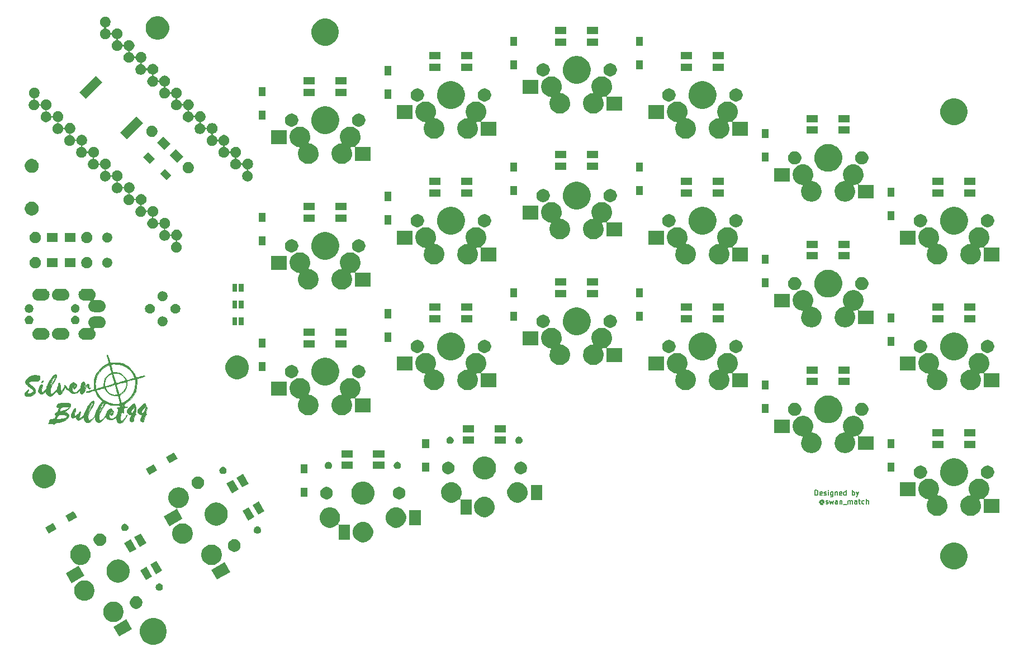
<source format=gts>
G04 #@! TF.GenerationSoftware,KiCad,Pcbnew,5.0.2-bee76a0~70~ubuntu18.04.1*
G04 #@! TF.CreationDate,2019-06-13T02:51:26+09:00*
G04 #@! TF.ProjectId,fireflower44,66697265-666c-46f7-9765-7234342e6b69,rev?*
G04 #@! TF.SameCoordinates,Original*
G04 #@! TF.FileFunction,Soldermask,Top*
G04 #@! TF.FilePolarity,Negative*
%FSLAX46Y46*%
G04 Gerber Fmt 4.6, Leading zero omitted, Abs format (unit mm)*
G04 Created by KiCad (PCBNEW 5.0.2-bee76a0~70~ubuntu18.04.1) date 2019年06月13日 02時51分26秒*
%MOMM*%
%LPD*%
G01*
G04 APERTURE LIST*
%ADD10C,0.175000*%
%ADD11C,0.010000*%
%ADD12C,0.100000*%
G04 APERTURE END LIST*
D10*
X180900000Y-94939285D02*
X180900000Y-94189285D01*
X181078571Y-94189285D01*
X181185714Y-94225000D01*
X181257142Y-94296428D01*
X181292857Y-94367857D01*
X181328571Y-94510714D01*
X181328571Y-94617857D01*
X181292857Y-94760714D01*
X181257142Y-94832142D01*
X181185714Y-94903571D01*
X181078571Y-94939285D01*
X180900000Y-94939285D01*
X181935714Y-94903571D02*
X181864285Y-94939285D01*
X181721428Y-94939285D01*
X181650000Y-94903571D01*
X181614285Y-94832142D01*
X181614285Y-94546428D01*
X181650000Y-94475000D01*
X181721428Y-94439285D01*
X181864285Y-94439285D01*
X181935714Y-94475000D01*
X181971428Y-94546428D01*
X181971428Y-94617857D01*
X181614285Y-94689285D01*
X182257142Y-94903571D02*
X182328571Y-94939285D01*
X182471428Y-94939285D01*
X182542857Y-94903571D01*
X182578571Y-94832142D01*
X182578571Y-94796428D01*
X182542857Y-94725000D01*
X182471428Y-94689285D01*
X182364285Y-94689285D01*
X182292857Y-94653571D01*
X182257142Y-94582142D01*
X182257142Y-94546428D01*
X182292857Y-94475000D01*
X182364285Y-94439285D01*
X182471428Y-94439285D01*
X182542857Y-94475000D01*
X182900000Y-94939285D02*
X182900000Y-94439285D01*
X182900000Y-94189285D02*
X182864285Y-94225000D01*
X182900000Y-94260714D01*
X182935714Y-94225000D01*
X182900000Y-94189285D01*
X182900000Y-94260714D01*
X183578571Y-94439285D02*
X183578571Y-95046428D01*
X183542857Y-95117857D01*
X183507142Y-95153571D01*
X183435714Y-95189285D01*
X183328571Y-95189285D01*
X183257142Y-95153571D01*
X183578571Y-94903571D02*
X183507142Y-94939285D01*
X183364285Y-94939285D01*
X183292857Y-94903571D01*
X183257142Y-94867857D01*
X183221428Y-94796428D01*
X183221428Y-94582142D01*
X183257142Y-94510714D01*
X183292857Y-94475000D01*
X183364285Y-94439285D01*
X183507142Y-94439285D01*
X183578571Y-94475000D01*
X183935714Y-94439285D02*
X183935714Y-94939285D01*
X183935714Y-94510714D02*
X183971428Y-94475000D01*
X184042857Y-94439285D01*
X184150000Y-94439285D01*
X184221428Y-94475000D01*
X184257142Y-94546428D01*
X184257142Y-94939285D01*
X184900000Y-94903571D02*
X184828571Y-94939285D01*
X184685714Y-94939285D01*
X184614285Y-94903571D01*
X184578571Y-94832142D01*
X184578571Y-94546428D01*
X184614285Y-94475000D01*
X184685714Y-94439285D01*
X184828571Y-94439285D01*
X184900000Y-94475000D01*
X184935714Y-94546428D01*
X184935714Y-94617857D01*
X184578571Y-94689285D01*
X185578571Y-94939285D02*
X185578571Y-94189285D01*
X185578571Y-94903571D02*
X185507142Y-94939285D01*
X185364285Y-94939285D01*
X185292857Y-94903571D01*
X185257142Y-94867857D01*
X185221428Y-94796428D01*
X185221428Y-94582142D01*
X185257142Y-94510714D01*
X185292857Y-94475000D01*
X185364285Y-94439285D01*
X185507142Y-94439285D01*
X185578571Y-94475000D01*
X186507142Y-94939285D02*
X186507142Y-94189285D01*
X186507142Y-94475000D02*
X186578571Y-94439285D01*
X186721428Y-94439285D01*
X186792857Y-94475000D01*
X186828571Y-94510714D01*
X186864285Y-94582142D01*
X186864285Y-94796428D01*
X186828571Y-94867857D01*
X186792857Y-94903571D01*
X186721428Y-94939285D01*
X186578571Y-94939285D01*
X186507142Y-94903571D01*
X187114285Y-94439285D02*
X187292857Y-94939285D01*
X187471428Y-94439285D02*
X187292857Y-94939285D01*
X187221428Y-95117857D01*
X187185714Y-95153571D01*
X187114285Y-95189285D01*
X182078571Y-95882142D02*
X182042857Y-95846428D01*
X181971428Y-95810714D01*
X181900000Y-95810714D01*
X181828571Y-95846428D01*
X181792857Y-95882142D01*
X181757142Y-95953571D01*
X181757142Y-96025000D01*
X181792857Y-96096428D01*
X181828571Y-96132142D01*
X181900000Y-96167857D01*
X181971428Y-96167857D01*
X182042857Y-96132142D01*
X182078571Y-96096428D01*
X182078571Y-95810714D02*
X182078571Y-96096428D01*
X182114285Y-96132142D01*
X182150000Y-96132142D01*
X182221428Y-96096428D01*
X182257142Y-96025000D01*
X182257142Y-95846428D01*
X182185714Y-95739285D01*
X182078571Y-95667857D01*
X181935714Y-95632142D01*
X181792857Y-95667857D01*
X181685714Y-95739285D01*
X181614285Y-95846428D01*
X181578571Y-95989285D01*
X181614285Y-96132142D01*
X181685714Y-96239285D01*
X181792857Y-96310714D01*
X181935714Y-96346428D01*
X182078571Y-96310714D01*
X182185714Y-96239285D01*
X182542857Y-96203571D02*
X182614285Y-96239285D01*
X182757142Y-96239285D01*
X182828571Y-96203571D01*
X182864285Y-96132142D01*
X182864285Y-96096428D01*
X182828571Y-96025000D01*
X182757142Y-95989285D01*
X182650000Y-95989285D01*
X182578571Y-95953571D01*
X182542857Y-95882142D01*
X182542857Y-95846428D01*
X182578571Y-95775000D01*
X182650000Y-95739285D01*
X182757142Y-95739285D01*
X182828571Y-95775000D01*
X183114285Y-95739285D02*
X183257142Y-96239285D01*
X183400000Y-95882142D01*
X183542857Y-96239285D01*
X183685714Y-95739285D01*
X184292857Y-96239285D02*
X184292857Y-95846428D01*
X184257142Y-95775000D01*
X184185714Y-95739285D01*
X184042857Y-95739285D01*
X183971428Y-95775000D01*
X184292857Y-96203571D02*
X184221428Y-96239285D01*
X184042857Y-96239285D01*
X183971428Y-96203571D01*
X183935714Y-96132142D01*
X183935714Y-96060714D01*
X183971428Y-95989285D01*
X184042857Y-95953571D01*
X184221428Y-95953571D01*
X184292857Y-95917857D01*
X184650000Y-95739285D02*
X184650000Y-96239285D01*
X184650000Y-95810714D02*
X184685714Y-95775000D01*
X184757142Y-95739285D01*
X184864285Y-95739285D01*
X184935714Y-95775000D01*
X184971428Y-95846428D01*
X184971428Y-96239285D01*
X185150000Y-96310714D02*
X185721428Y-96310714D01*
X185900000Y-96239285D02*
X185900000Y-95739285D01*
X185900000Y-95810714D02*
X185935714Y-95775000D01*
X186007142Y-95739285D01*
X186114285Y-95739285D01*
X186185714Y-95775000D01*
X186221428Y-95846428D01*
X186221428Y-96239285D01*
X186221428Y-95846428D02*
X186257142Y-95775000D01*
X186328571Y-95739285D01*
X186435714Y-95739285D01*
X186507142Y-95775000D01*
X186542857Y-95846428D01*
X186542857Y-96239285D01*
X187221428Y-96239285D02*
X187221428Y-95846428D01*
X187185714Y-95775000D01*
X187114285Y-95739285D01*
X186971428Y-95739285D01*
X186900000Y-95775000D01*
X187221428Y-96203571D02*
X187150000Y-96239285D01*
X186971428Y-96239285D01*
X186900000Y-96203571D01*
X186864285Y-96132142D01*
X186864285Y-96060714D01*
X186900000Y-95989285D01*
X186971428Y-95953571D01*
X187150000Y-95953571D01*
X187221428Y-95917857D01*
X187471428Y-95739285D02*
X187757142Y-95739285D01*
X187578571Y-95489285D02*
X187578571Y-96132142D01*
X187614285Y-96203571D01*
X187685714Y-96239285D01*
X187757142Y-96239285D01*
X188328571Y-96203571D02*
X188257142Y-96239285D01*
X188114285Y-96239285D01*
X188042857Y-96203571D01*
X188007142Y-96167857D01*
X187971428Y-96096428D01*
X187971428Y-95882142D01*
X188007142Y-95810714D01*
X188042857Y-95775000D01*
X188114285Y-95739285D01*
X188257142Y-95739285D01*
X188328571Y-95775000D01*
X188650000Y-96239285D02*
X188650000Y-95489285D01*
X188971428Y-96239285D02*
X188971428Y-95846428D01*
X188935714Y-95775000D01*
X188864285Y-95739285D01*
X188757142Y-95739285D01*
X188685714Y-95775000D01*
X188650000Y-95810714D01*
D11*
G04 #@! TO.C,G\002A\002A\002A*
G36*
X63953351Y-77550866D02*
X63989885Y-77645306D01*
X63916768Y-77750437D01*
X63783428Y-77849390D01*
X63687703Y-77861185D01*
X63663286Y-77810442D01*
X63702298Y-77711837D01*
X63767258Y-77610871D01*
X63868411Y-77518928D01*
X63953351Y-77550866D01*
X63953351Y-77550866D01*
G37*
X63953351Y-77550866D02*
X63989885Y-77645306D01*
X63916768Y-77750437D01*
X63783428Y-77849390D01*
X63687703Y-77861185D01*
X63663286Y-77810442D01*
X63702298Y-77711837D01*
X63767258Y-77610871D01*
X63868411Y-77518928D01*
X63953351Y-77550866D01*
G36*
X65931861Y-76657288D02*
X65979107Y-76751237D01*
X65985572Y-76878112D01*
X65952326Y-77054096D01*
X65847232Y-77299309D01*
X65662250Y-77630865D01*
X65533953Y-77839683D01*
X65337066Y-78158785D01*
X65205816Y-78393832D01*
X65125558Y-78581690D01*
X65081647Y-78759222D01*
X65059439Y-78963293D01*
X65054097Y-79047582D01*
X65052749Y-79361930D01*
X65098527Y-79543576D01*
X65199804Y-79599688D01*
X65364951Y-79537437D01*
X65509538Y-79437644D01*
X65810822Y-79155040D01*
X66025490Y-78818599D01*
X66177500Y-78388600D01*
X66202143Y-78289361D01*
X66265318Y-78032632D01*
X66312005Y-77895737D01*
X66356354Y-77856636D01*
X66412513Y-77893290D01*
X66438585Y-77921051D01*
X66517310Y-78082577D01*
X66569448Y-78369425D01*
X66589619Y-78617550D01*
X66609657Y-78889873D01*
X66633858Y-79101859D01*
X66657637Y-79215316D01*
X66662302Y-79223207D01*
X66722768Y-79197235D01*
X66822033Y-79076077D01*
X66938598Y-78896574D01*
X67050965Y-78695564D01*
X67137634Y-78509889D01*
X67177108Y-78376387D01*
X67174648Y-78345262D01*
X67182797Y-78250000D01*
X67253645Y-78232000D01*
X67364979Y-78299531D01*
X67474617Y-78484637D01*
X67490132Y-78522286D01*
X67607433Y-78740123D01*
X67725353Y-78814428D01*
X67834361Y-78745624D01*
X67924929Y-78534135D01*
X67933256Y-78502575D01*
X67962203Y-78433080D01*
X68558984Y-78433080D01*
X68564614Y-78526747D01*
X68630937Y-78564075D01*
X68730860Y-78482204D01*
X68754461Y-78453936D01*
X68836399Y-78313797D01*
X68842947Y-78217121D01*
X68766075Y-78207389D01*
X68653101Y-78289932D01*
X68558984Y-78433080D01*
X67962203Y-78433080D01*
X68046223Y-78231372D01*
X68217875Y-77995108D01*
X68232062Y-77981089D01*
X68377145Y-77850910D01*
X68481570Y-77809669D01*
X68608753Y-77845133D01*
X68705000Y-77889860D01*
X68925338Y-78053516D01*
X69009733Y-78267371D01*
X68956967Y-78527636D01*
X68928756Y-78587041D01*
X68791894Y-78763432D01*
X68643407Y-78803416D01*
X68498775Y-78703554D01*
X68485058Y-78685659D01*
X68415174Y-78609162D01*
X68373255Y-78649053D01*
X68343504Y-78752993D01*
X68324846Y-79029921D01*
X68410689Y-79230430D01*
X68581269Y-79335452D01*
X68816817Y-79325916D01*
X68904914Y-79294604D01*
X69120014Y-79170593D01*
X69332199Y-78997720D01*
X69403191Y-78921429D01*
X69541572Y-78921429D01*
X69577857Y-78957714D01*
X69614143Y-78921429D01*
X69577857Y-78885143D01*
X69541572Y-78921429D01*
X69403191Y-78921429D01*
X69505470Y-78811517D01*
X69603828Y-78647517D01*
X69614143Y-78594580D01*
X69635715Y-78454644D01*
X69690869Y-78237454D01*
X69734024Y-78095191D01*
X69843272Y-77841372D01*
X69964914Y-77729380D01*
X70105465Y-77756015D01*
X70219753Y-77856715D01*
X70304402Y-77970045D01*
X70330702Y-78087048D01*
X70296548Y-78248245D01*
X70199836Y-78494152D01*
X70184828Y-78529184D01*
X70089548Y-78775840D01*
X70063814Y-78900302D01*
X70100231Y-78903447D01*
X70191404Y-78786151D01*
X70329939Y-78549294D01*
X70351210Y-78509448D01*
X70508329Y-78240609D01*
X70634650Y-78093218D01*
X70739000Y-78050572D01*
X70833814Y-78076604D01*
X70883941Y-78178853D01*
X70906754Y-78365050D01*
X70931465Y-78561156D01*
X70977065Y-78640137D01*
X71044019Y-78635531D01*
X71118712Y-78618591D01*
X71083350Y-78681982D01*
X71066950Y-78702053D01*
X70950475Y-78800252D01*
X70835024Y-78775886D01*
X70736738Y-78691085D01*
X70651855Y-78534646D01*
X70656348Y-78316348D01*
X70669988Y-78159664D01*
X70641232Y-78135391D01*
X70574868Y-78238682D01*
X70475681Y-78464687D01*
X70453061Y-78522286D01*
X70257826Y-78996550D01*
X70091779Y-79333251D01*
X69952563Y-79536500D01*
X69837822Y-79610408D01*
X69829140Y-79610857D01*
X69681076Y-79545520D01*
X69576689Y-79376285D01*
X69541572Y-79166622D01*
X69541572Y-79003131D01*
X69342000Y-79189270D01*
X69162981Y-79338278D01*
X68995711Y-79450575D01*
X68983914Y-79456847D01*
X68721654Y-79531954D01*
X68440654Y-79520180D01*
X68183112Y-79433977D01*
X67991227Y-79285797D01*
X67915835Y-79141677D01*
X67838123Y-78999888D01*
X67748017Y-78957714D01*
X67616470Y-78910221D01*
X67456203Y-78794157D01*
X67437725Y-78776980D01*
X67249079Y-78596246D01*
X66975072Y-79103552D01*
X66839572Y-79341076D01*
X66724307Y-79519067D01*
X66649674Y-79606684D01*
X66639539Y-79610857D01*
X66520381Y-79634542D01*
X66481364Y-79647902D01*
X66352759Y-79629368D01*
X66204177Y-79521787D01*
X66076110Y-79368055D01*
X66009051Y-79211071D01*
X66010068Y-79148606D01*
X66032510Y-79040980D01*
X66006682Y-79063945D01*
X65961834Y-79138860D01*
X65865077Y-79270185D01*
X65705773Y-79455410D01*
X65577835Y-79592431D01*
X65379878Y-79777785D01*
X65218332Y-79871730D01*
X65044946Y-79900752D01*
X65015406Y-79901143D01*
X64743056Y-79847031D01*
X64604447Y-79753732D01*
X64479045Y-79569569D01*
X64414023Y-79391255D01*
X64371009Y-79176189D01*
X64123480Y-79393523D01*
X63867911Y-79554220D01*
X63623608Y-79598708D01*
X63417545Y-79534914D01*
X63276694Y-79370765D01*
X63227857Y-79130339D01*
X63257491Y-78906502D01*
X63333835Y-78648606D01*
X63438056Y-78401907D01*
X63551320Y-78211663D01*
X63645839Y-78125956D01*
X63789070Y-78119396D01*
X63855357Y-78219048D01*
X63830422Y-78400209D01*
X63820109Y-78427534D01*
X63763490Y-78632028D01*
X63724278Y-78887786D01*
X63718918Y-78955001D01*
X63717944Y-79164400D01*
X63755848Y-79269423D01*
X63829531Y-79305606D01*
X63968394Y-79268855D01*
X64135774Y-79135318D01*
X64300832Y-78940661D01*
X64432728Y-78720552D01*
X64496960Y-78533683D01*
X64571759Y-78296308D01*
X64588067Y-78260124D01*
X65043757Y-78260124D01*
X65076337Y-78278913D01*
X65163230Y-78184798D01*
X65293003Y-77994276D01*
X65454224Y-77723843D01*
X65600130Y-77457324D01*
X65736706Y-77173628D01*
X65805477Y-76973907D01*
X65805911Y-76869372D01*
X65737471Y-76871234D01*
X65623566Y-76966032D01*
X65537411Y-77090773D01*
X65422466Y-77305449D01*
X65297273Y-77568675D01*
X65180378Y-77839062D01*
X65090321Y-78075223D01*
X65045648Y-78235771D01*
X65043757Y-78260124D01*
X64588067Y-78260124D01*
X64712016Y-77985120D01*
X64894929Y-77641534D01*
X65097698Y-77306961D01*
X65297520Y-77022815D01*
X65389930Y-76911787D01*
X65601326Y-76720824D01*
X65785043Y-76637486D01*
X65812588Y-76635429D01*
X65931861Y-76657288D01*
X65931861Y-76657288D01*
G37*
X65931861Y-76657288D02*
X65979107Y-76751237D01*
X65985572Y-76878112D01*
X65952326Y-77054096D01*
X65847232Y-77299309D01*
X65662250Y-77630865D01*
X65533953Y-77839683D01*
X65337066Y-78158785D01*
X65205816Y-78393832D01*
X65125558Y-78581690D01*
X65081647Y-78759222D01*
X65059439Y-78963293D01*
X65054097Y-79047582D01*
X65052749Y-79361930D01*
X65098527Y-79543576D01*
X65199804Y-79599688D01*
X65364951Y-79537437D01*
X65509538Y-79437644D01*
X65810822Y-79155040D01*
X66025490Y-78818599D01*
X66177500Y-78388600D01*
X66202143Y-78289361D01*
X66265318Y-78032632D01*
X66312005Y-77895737D01*
X66356354Y-77856636D01*
X66412513Y-77893290D01*
X66438585Y-77921051D01*
X66517310Y-78082577D01*
X66569448Y-78369425D01*
X66589619Y-78617550D01*
X66609657Y-78889873D01*
X66633858Y-79101859D01*
X66657637Y-79215316D01*
X66662302Y-79223207D01*
X66722768Y-79197235D01*
X66822033Y-79076077D01*
X66938598Y-78896574D01*
X67050965Y-78695564D01*
X67137634Y-78509889D01*
X67177108Y-78376387D01*
X67174648Y-78345262D01*
X67182797Y-78250000D01*
X67253645Y-78232000D01*
X67364979Y-78299531D01*
X67474617Y-78484637D01*
X67490132Y-78522286D01*
X67607433Y-78740123D01*
X67725353Y-78814428D01*
X67834361Y-78745624D01*
X67924929Y-78534135D01*
X67933256Y-78502575D01*
X67962203Y-78433080D01*
X68558984Y-78433080D01*
X68564614Y-78526747D01*
X68630937Y-78564075D01*
X68730860Y-78482204D01*
X68754461Y-78453936D01*
X68836399Y-78313797D01*
X68842947Y-78217121D01*
X68766075Y-78207389D01*
X68653101Y-78289932D01*
X68558984Y-78433080D01*
X67962203Y-78433080D01*
X68046223Y-78231372D01*
X68217875Y-77995108D01*
X68232062Y-77981089D01*
X68377145Y-77850910D01*
X68481570Y-77809669D01*
X68608753Y-77845133D01*
X68705000Y-77889860D01*
X68925338Y-78053516D01*
X69009733Y-78267371D01*
X68956967Y-78527636D01*
X68928756Y-78587041D01*
X68791894Y-78763432D01*
X68643407Y-78803416D01*
X68498775Y-78703554D01*
X68485058Y-78685659D01*
X68415174Y-78609162D01*
X68373255Y-78649053D01*
X68343504Y-78752993D01*
X68324846Y-79029921D01*
X68410689Y-79230430D01*
X68581269Y-79335452D01*
X68816817Y-79325916D01*
X68904914Y-79294604D01*
X69120014Y-79170593D01*
X69332199Y-78997720D01*
X69403191Y-78921429D01*
X69541572Y-78921429D01*
X69577857Y-78957714D01*
X69614143Y-78921429D01*
X69577857Y-78885143D01*
X69541572Y-78921429D01*
X69403191Y-78921429D01*
X69505470Y-78811517D01*
X69603828Y-78647517D01*
X69614143Y-78594580D01*
X69635715Y-78454644D01*
X69690869Y-78237454D01*
X69734024Y-78095191D01*
X69843272Y-77841372D01*
X69964914Y-77729380D01*
X70105465Y-77756015D01*
X70219753Y-77856715D01*
X70304402Y-77970045D01*
X70330702Y-78087048D01*
X70296548Y-78248245D01*
X70199836Y-78494152D01*
X70184828Y-78529184D01*
X70089548Y-78775840D01*
X70063814Y-78900302D01*
X70100231Y-78903447D01*
X70191404Y-78786151D01*
X70329939Y-78549294D01*
X70351210Y-78509448D01*
X70508329Y-78240609D01*
X70634650Y-78093218D01*
X70739000Y-78050572D01*
X70833814Y-78076604D01*
X70883941Y-78178853D01*
X70906754Y-78365050D01*
X70931465Y-78561156D01*
X70977065Y-78640137D01*
X71044019Y-78635531D01*
X71118712Y-78618591D01*
X71083350Y-78681982D01*
X71066950Y-78702053D01*
X70950475Y-78800252D01*
X70835024Y-78775886D01*
X70736738Y-78691085D01*
X70651855Y-78534646D01*
X70656348Y-78316348D01*
X70669988Y-78159664D01*
X70641232Y-78135391D01*
X70574868Y-78238682D01*
X70475681Y-78464687D01*
X70453061Y-78522286D01*
X70257826Y-78996550D01*
X70091779Y-79333251D01*
X69952563Y-79536500D01*
X69837822Y-79610408D01*
X69829140Y-79610857D01*
X69681076Y-79545520D01*
X69576689Y-79376285D01*
X69541572Y-79166622D01*
X69541572Y-79003131D01*
X69342000Y-79189270D01*
X69162981Y-79338278D01*
X68995711Y-79450575D01*
X68983914Y-79456847D01*
X68721654Y-79531954D01*
X68440654Y-79520180D01*
X68183112Y-79433977D01*
X67991227Y-79285797D01*
X67915835Y-79141677D01*
X67838123Y-78999888D01*
X67748017Y-78957714D01*
X67616470Y-78910221D01*
X67456203Y-78794157D01*
X67437725Y-78776980D01*
X67249079Y-78596246D01*
X66975072Y-79103552D01*
X66839572Y-79341076D01*
X66724307Y-79519067D01*
X66649674Y-79606684D01*
X66639539Y-79610857D01*
X66520381Y-79634542D01*
X66481364Y-79647902D01*
X66352759Y-79629368D01*
X66204177Y-79521787D01*
X66076110Y-79368055D01*
X66009051Y-79211071D01*
X66010068Y-79148606D01*
X66032510Y-79040980D01*
X66006682Y-79063945D01*
X65961834Y-79138860D01*
X65865077Y-79270185D01*
X65705773Y-79455410D01*
X65577835Y-79592431D01*
X65379878Y-79777785D01*
X65218332Y-79871730D01*
X65044946Y-79900752D01*
X65015406Y-79901143D01*
X64743056Y-79847031D01*
X64604447Y-79753732D01*
X64479045Y-79569569D01*
X64414023Y-79391255D01*
X64371009Y-79176189D01*
X64123480Y-79393523D01*
X63867911Y-79554220D01*
X63623608Y-79598708D01*
X63417545Y-79534914D01*
X63276694Y-79370765D01*
X63227857Y-79130339D01*
X63257491Y-78906502D01*
X63333835Y-78648606D01*
X63438056Y-78401907D01*
X63551320Y-78211663D01*
X63645839Y-78125956D01*
X63789070Y-78119396D01*
X63855357Y-78219048D01*
X63830422Y-78400209D01*
X63820109Y-78427534D01*
X63763490Y-78632028D01*
X63724278Y-78887786D01*
X63718918Y-78955001D01*
X63717944Y-79164400D01*
X63755848Y-79269423D01*
X63829531Y-79305606D01*
X63968394Y-79268855D01*
X64135774Y-79135318D01*
X64300832Y-78940661D01*
X64432728Y-78720552D01*
X64496960Y-78533683D01*
X64571759Y-78296308D01*
X64588067Y-78260124D01*
X65043757Y-78260124D01*
X65076337Y-78278913D01*
X65163230Y-78184798D01*
X65293003Y-77994276D01*
X65454224Y-77723843D01*
X65600130Y-77457324D01*
X65736706Y-77173628D01*
X65805477Y-76973907D01*
X65805911Y-76869372D01*
X65737471Y-76871234D01*
X65623566Y-76966032D01*
X65537411Y-77090773D01*
X65422466Y-77305449D01*
X65297273Y-77568675D01*
X65180378Y-77839062D01*
X65090321Y-78075223D01*
X65045648Y-78235771D01*
X65043757Y-78260124D01*
X64588067Y-78260124D01*
X64712016Y-77985120D01*
X64894929Y-77641534D01*
X65097698Y-77306961D01*
X65297520Y-77022815D01*
X65389930Y-76911787D01*
X65601326Y-76720824D01*
X65785043Y-76637486D01*
X65812588Y-76635429D01*
X65931861Y-76657288D01*
G36*
X63124706Y-76769357D02*
X63336097Y-76805515D01*
X63438806Y-76852846D01*
X63467863Y-76942856D01*
X63461188Y-77072000D01*
X63415054Y-77296910D01*
X63333929Y-77484436D01*
X63271386Y-77562468D01*
X63187145Y-77609342D01*
X63048006Y-77631572D01*
X62820768Y-77635675D01*
X62586535Y-77631128D01*
X62169767Y-77637793D01*
X61892583Y-77682943D01*
X61754269Y-77767874D01*
X61754112Y-77893886D01*
X61891397Y-78062279D01*
X62165410Y-78274351D01*
X62214592Y-78307567D01*
X62542627Y-78580591D01*
X62739104Y-78868460D01*
X62801314Y-79159786D01*
X62726545Y-79443183D01*
X62541444Y-79680596D01*
X62295913Y-79838002D01*
X61988542Y-79934043D01*
X61670063Y-79961647D01*
X61391211Y-79913737D01*
X61278764Y-79856671D01*
X61161825Y-79710935D01*
X61167967Y-79516953D01*
X61298703Y-79265585D01*
X61398866Y-79130961D01*
X61554641Y-78968873D01*
X61682762Y-78888090D01*
X61759989Y-78888271D01*
X61763085Y-78969074D01*
X61668811Y-79130160D01*
X61665264Y-79134871D01*
X61555837Y-79332582D01*
X61565913Y-79463566D01*
X61683194Y-79521879D01*
X61895380Y-79501577D01*
X62190172Y-79396716D01*
X62198921Y-79392766D01*
X62401547Y-79277400D01*
X62490651Y-79156718D01*
X62462040Y-79017613D01*
X62311523Y-78846976D01*
X62034907Y-78631697D01*
X61932780Y-78560602D01*
X61677293Y-78371192D01*
X61460641Y-78184184D01*
X61318689Y-78031453D01*
X61293548Y-77992490D01*
X61231899Y-77844490D01*
X61237459Y-77714084D01*
X61313937Y-77531700D01*
X61318626Y-77522131D01*
X61545873Y-77215865D01*
X61878199Y-76976780D01*
X62286360Y-76817064D01*
X62741113Y-76748906D01*
X63124706Y-76769357D01*
X63124706Y-76769357D01*
G37*
X63124706Y-76769357D02*
X63336097Y-76805515D01*
X63438806Y-76852846D01*
X63467863Y-76942856D01*
X63461188Y-77072000D01*
X63415054Y-77296910D01*
X63333929Y-77484436D01*
X63271386Y-77562468D01*
X63187145Y-77609342D01*
X63048006Y-77631572D01*
X62820768Y-77635675D01*
X62586535Y-77631128D01*
X62169767Y-77637793D01*
X61892583Y-77682943D01*
X61754269Y-77767874D01*
X61754112Y-77893886D01*
X61891397Y-78062279D01*
X62165410Y-78274351D01*
X62214592Y-78307567D01*
X62542627Y-78580591D01*
X62739104Y-78868460D01*
X62801314Y-79159786D01*
X62726545Y-79443183D01*
X62541444Y-79680596D01*
X62295913Y-79838002D01*
X61988542Y-79934043D01*
X61670063Y-79961647D01*
X61391211Y-79913737D01*
X61278764Y-79856671D01*
X61161825Y-79710935D01*
X61167967Y-79516953D01*
X61298703Y-79265585D01*
X61398866Y-79130961D01*
X61554641Y-78968873D01*
X61682762Y-78888090D01*
X61759989Y-78888271D01*
X61763085Y-78969074D01*
X61668811Y-79130160D01*
X61665264Y-79134871D01*
X61555837Y-79332582D01*
X61565913Y-79463566D01*
X61683194Y-79521879D01*
X61895380Y-79501577D01*
X62190172Y-79396716D01*
X62198921Y-79392766D01*
X62401547Y-79277400D01*
X62490651Y-79156718D01*
X62462040Y-79017613D01*
X62311523Y-78846976D01*
X62034907Y-78631697D01*
X61932780Y-78560602D01*
X61677293Y-78371192D01*
X61460641Y-78184184D01*
X61318689Y-78031453D01*
X61293548Y-77992490D01*
X61231899Y-77844490D01*
X61237459Y-77714084D01*
X61313937Y-77531700D01*
X61318626Y-77522131D01*
X61545873Y-77215865D01*
X61878199Y-76976780D01*
X62286360Y-76817064D01*
X62741113Y-76748906D01*
X63124706Y-76769357D01*
G36*
X79417204Y-81047116D02*
X79481304Y-81130086D01*
X79553870Y-81363280D01*
X79490973Y-81555770D01*
X79309938Y-81710788D01*
X79092180Y-81879073D01*
X78939724Y-82061378D01*
X78862429Y-82232065D01*
X78870158Y-82365497D01*
X78972772Y-82436036D01*
X79029014Y-82441143D01*
X79137794Y-82379892D01*
X79263279Y-82190279D01*
X79351746Y-82005715D01*
X79460822Y-81783450D01*
X79558528Y-81626541D01*
X79621068Y-81570286D01*
X79662520Y-81633745D01*
X79656309Y-81805839D01*
X79605311Y-82059142D01*
X79549259Y-82255133D01*
X79519798Y-82456317D01*
X79555476Y-82541791D01*
X79625424Y-82658154D01*
X79576536Y-82725222D01*
X79528220Y-82731429D01*
X79447486Y-82797611D01*
X79384945Y-82970659D01*
X79378416Y-83003572D01*
X79298032Y-83388933D01*
X79214012Y-83643005D01*
X79115860Y-83779479D01*
X78993077Y-83812048D01*
X78835167Y-83754404D01*
X78812572Y-83741616D01*
X78712839Y-83636816D01*
X78696566Y-83471622D01*
X78764283Y-83222966D01*
X78828136Y-83064017D01*
X78970699Y-82731429D01*
X78760748Y-82731429D01*
X78529890Y-82667699D01*
X78354697Y-82504456D01*
X78262057Y-82283617D01*
X78278857Y-82047101D01*
X78295544Y-82006172D01*
X78384156Y-81873441D01*
X78539860Y-81688676D01*
X78733877Y-81480857D01*
X78937427Y-81278962D01*
X79121731Y-81111970D01*
X79258008Y-81008862D01*
X79305014Y-80989714D01*
X79417204Y-81047116D01*
X79417204Y-81047116D01*
G37*
X79417204Y-81047116D02*
X79481304Y-81130086D01*
X79553870Y-81363280D01*
X79490973Y-81555770D01*
X79309938Y-81710788D01*
X79092180Y-81879073D01*
X78939724Y-82061378D01*
X78862429Y-82232065D01*
X78870158Y-82365497D01*
X78972772Y-82436036D01*
X79029014Y-82441143D01*
X79137794Y-82379892D01*
X79263279Y-82190279D01*
X79351746Y-82005715D01*
X79460822Y-81783450D01*
X79558528Y-81626541D01*
X79621068Y-81570286D01*
X79662520Y-81633745D01*
X79656309Y-81805839D01*
X79605311Y-82059142D01*
X79549259Y-82255133D01*
X79519798Y-82456317D01*
X79555476Y-82541791D01*
X79625424Y-82658154D01*
X79576536Y-82725222D01*
X79528220Y-82731429D01*
X79447486Y-82797611D01*
X79384945Y-82970659D01*
X79378416Y-83003572D01*
X79298032Y-83388933D01*
X79214012Y-83643005D01*
X79115860Y-83779479D01*
X78993077Y-83812048D01*
X78835167Y-83754404D01*
X78812572Y-83741616D01*
X78712839Y-83636816D01*
X78696566Y-83471622D01*
X78764283Y-83222966D01*
X78828136Y-83064017D01*
X78970699Y-82731429D01*
X78760748Y-82731429D01*
X78529890Y-82667699D01*
X78354697Y-82504456D01*
X78262057Y-82283617D01*
X78278857Y-82047101D01*
X78295544Y-82006172D01*
X78384156Y-81873441D01*
X78539860Y-81688676D01*
X78733877Y-81480857D01*
X78937427Y-81278962D01*
X79121731Y-81111970D01*
X79258008Y-81008862D01*
X79305014Y-80989714D01*
X79417204Y-81047116D01*
G36*
X77777881Y-81020532D02*
X77862904Y-81102586D01*
X77864346Y-81104551D01*
X77958519Y-81325409D01*
X77909702Y-81528538D01*
X77719655Y-81706868D01*
X77713366Y-81710788D01*
X77497372Y-81877744D01*
X77345038Y-82059234D01*
X77266331Y-82229529D01*
X77271216Y-82362897D01*
X77369658Y-82433607D01*
X77431437Y-82438744D01*
X77546344Y-82367436D01*
X77682515Y-82156007D01*
X77756259Y-82003315D01*
X77865361Y-81782254D01*
X77960089Y-81626205D01*
X78017564Y-81570286D01*
X78042084Y-81633422D01*
X78039464Y-81792401D01*
X78014947Y-82001582D01*
X77973772Y-82215325D01*
X77924659Y-82379374D01*
X77921355Y-82503997D01*
X77954910Y-82546943D01*
X78028502Y-82639815D01*
X77993376Y-82717192D01*
X77931648Y-82731429D01*
X77850914Y-82797611D01*
X77788373Y-82970659D01*
X77781844Y-83003572D01*
X77704484Y-83381774D01*
X77625246Y-83631010D01*
X77531324Y-83767043D01*
X77409910Y-83805637D01*
X77248199Y-83762556D01*
X77187649Y-83734968D01*
X77089494Y-83668914D01*
X77066813Y-83571169D01*
X77104941Y-83395165D01*
X77184117Y-83155778D01*
X77276165Y-82939129D01*
X77280299Y-82931000D01*
X77342894Y-82792304D01*
X77315704Y-82739350D01*
X77181578Y-82730318D01*
X76956944Y-82698256D01*
X76809186Y-82581349D01*
X76737007Y-82464057D01*
X76669757Y-82287808D01*
X76674668Y-82119309D01*
X76762588Y-81930601D01*
X76944366Y-81693724D01*
X77105607Y-81514027D01*
X77361884Y-81246683D01*
X77546562Y-81082224D01*
X77678830Y-81010293D01*
X77777881Y-81020532D01*
X77777881Y-81020532D01*
G37*
X77777881Y-81020532D02*
X77862904Y-81102586D01*
X77864346Y-81104551D01*
X77958519Y-81325409D01*
X77909702Y-81528538D01*
X77719655Y-81706868D01*
X77713366Y-81710788D01*
X77497372Y-81877744D01*
X77345038Y-82059234D01*
X77266331Y-82229529D01*
X77271216Y-82362897D01*
X77369658Y-82433607D01*
X77431437Y-82438744D01*
X77546344Y-82367436D01*
X77682515Y-82156007D01*
X77756259Y-82003315D01*
X77865361Y-81782254D01*
X77960089Y-81626205D01*
X78017564Y-81570286D01*
X78042084Y-81633422D01*
X78039464Y-81792401D01*
X78014947Y-82001582D01*
X77973772Y-82215325D01*
X77924659Y-82379374D01*
X77921355Y-82503997D01*
X77954910Y-82546943D01*
X78028502Y-82639815D01*
X77993376Y-82717192D01*
X77931648Y-82731429D01*
X77850914Y-82797611D01*
X77788373Y-82970659D01*
X77781844Y-83003572D01*
X77704484Y-83381774D01*
X77625246Y-83631010D01*
X77531324Y-83767043D01*
X77409910Y-83805637D01*
X77248199Y-83762556D01*
X77187649Y-83734968D01*
X77089494Y-83668914D01*
X77066813Y-83571169D01*
X77104941Y-83395165D01*
X77184117Y-83155778D01*
X77276165Y-82939129D01*
X77280299Y-82931000D01*
X77342894Y-82792304D01*
X77315704Y-82739350D01*
X77181578Y-82730318D01*
X76956944Y-82698256D01*
X76809186Y-82581349D01*
X76737007Y-82464057D01*
X76669757Y-82287808D01*
X76674668Y-82119309D01*
X76762588Y-81930601D01*
X76944366Y-81693724D01*
X77105607Y-81514027D01*
X77361884Y-81246683D01*
X77546562Y-81082224D01*
X77678830Y-81010293D01*
X77777881Y-81020532D01*
G36*
X71536570Y-80642236D02*
X71653225Y-80718095D01*
X71674429Y-80892007D01*
X71602164Y-81154443D01*
X71438409Y-81495877D01*
X71315736Y-81704746D01*
X71145652Y-81983359D01*
X70992521Y-82241179D01*
X70882154Y-82434519D01*
X70859153Y-82477429D01*
X70791850Y-82678716D01*
X70753409Y-82936037D01*
X70745638Y-83198882D01*
X70770348Y-83416738D01*
X70821376Y-83532122D01*
X70946344Y-83563779D01*
X71127985Y-83498919D01*
X71333431Y-83355258D01*
X71529814Y-83150511D01*
X71530096Y-83150153D01*
X71643235Y-83024151D01*
X71710182Y-82983488D01*
X71717910Y-82997723D01*
X71672216Y-83089026D01*
X71550761Y-83252320D01*
X71378247Y-83454840D01*
X71348575Y-83487580D01*
X71146159Y-83699453D01*
X70997174Y-83821876D01*
X70863957Y-83878394D01*
X70708842Y-83892553D01*
X70700700Y-83892572D01*
X70472699Y-83861381D01*
X70311264Y-83747298D01*
X70272553Y-83701356D01*
X70165134Y-83501912D01*
X70122143Y-83301758D01*
X70122143Y-83093376D01*
X69820969Y-83311545D01*
X69539653Y-83470010D01*
X69292324Y-83525480D01*
X69100291Y-83480910D01*
X68984866Y-83339252D01*
X68961000Y-83192332D01*
X68951570Y-83088505D01*
X68896680Y-83066015D01*
X68756427Y-83114686D01*
X68718435Y-83130471D01*
X68437267Y-83208018D01*
X68244438Y-83175540D01*
X68144262Y-83041363D01*
X68141053Y-82813810D01*
X68239125Y-82501205D01*
X68311848Y-82345973D01*
X68493726Y-82029663D01*
X68654485Y-81824141D01*
X68782564Y-81730798D01*
X68866402Y-81751024D01*
X68894436Y-81886213D01*
X68855106Y-82137755D01*
X68813499Y-82285593D01*
X68726939Y-82571193D01*
X68685436Y-82745895D01*
X68689356Y-82836892D01*
X68739065Y-82871377D01*
X68821440Y-82876572D01*
X68975357Y-82820000D01*
X69163409Y-82673706D01*
X69345721Y-82472827D01*
X69442346Y-82329475D01*
X69525800Y-82224065D01*
X69573266Y-82239210D01*
X69579745Y-82353672D01*
X69540238Y-82546209D01*
X69513448Y-82631566D01*
X69423872Y-82932724D01*
X69402596Y-83122694D01*
X69450259Y-83218699D01*
X69536004Y-83239429D01*
X69745652Y-83172901D01*
X69951856Y-82993466D01*
X70127073Y-82731342D01*
X70226667Y-82481594D01*
X70350904Y-82137804D01*
X70785129Y-82137804D01*
X70789316Y-82220451D01*
X70846439Y-82193330D01*
X70949711Y-82061608D01*
X71092344Y-81830455D01*
X71267552Y-81505040D01*
X71359561Y-81320305D01*
X71460988Y-81096401D01*
X71523261Y-80927874D01*
X71533059Y-80852440D01*
X71455883Y-80863737D01*
X71337772Y-80979356D01*
X71198946Y-81171991D01*
X71059631Y-81414336D01*
X70962712Y-81622528D01*
X70840665Y-81940219D01*
X70785129Y-82137804D01*
X70350904Y-82137804D01*
X70357639Y-82119167D01*
X70534933Y-81751022D01*
X70741919Y-81400514D01*
X70961966Y-81090997D01*
X71178443Y-80845822D01*
X71374718Y-80688343D01*
X71534161Y-80641914D01*
X71536570Y-80642236D01*
X71536570Y-80642236D01*
G37*
X71536570Y-80642236D02*
X71653225Y-80718095D01*
X71674429Y-80892007D01*
X71602164Y-81154443D01*
X71438409Y-81495877D01*
X71315736Y-81704746D01*
X71145652Y-81983359D01*
X70992521Y-82241179D01*
X70882154Y-82434519D01*
X70859153Y-82477429D01*
X70791850Y-82678716D01*
X70753409Y-82936037D01*
X70745638Y-83198882D01*
X70770348Y-83416738D01*
X70821376Y-83532122D01*
X70946344Y-83563779D01*
X71127985Y-83498919D01*
X71333431Y-83355258D01*
X71529814Y-83150511D01*
X71530096Y-83150153D01*
X71643235Y-83024151D01*
X71710182Y-82983488D01*
X71717910Y-82997723D01*
X71672216Y-83089026D01*
X71550761Y-83252320D01*
X71378247Y-83454840D01*
X71348575Y-83487580D01*
X71146159Y-83699453D01*
X70997174Y-83821876D01*
X70863957Y-83878394D01*
X70708842Y-83892553D01*
X70700700Y-83892572D01*
X70472699Y-83861381D01*
X70311264Y-83747298D01*
X70272553Y-83701356D01*
X70165134Y-83501912D01*
X70122143Y-83301758D01*
X70122143Y-83093376D01*
X69820969Y-83311545D01*
X69539653Y-83470010D01*
X69292324Y-83525480D01*
X69100291Y-83480910D01*
X68984866Y-83339252D01*
X68961000Y-83192332D01*
X68951570Y-83088505D01*
X68896680Y-83066015D01*
X68756427Y-83114686D01*
X68718435Y-83130471D01*
X68437267Y-83208018D01*
X68244438Y-83175540D01*
X68144262Y-83041363D01*
X68141053Y-82813810D01*
X68239125Y-82501205D01*
X68311848Y-82345973D01*
X68493726Y-82029663D01*
X68654485Y-81824141D01*
X68782564Y-81730798D01*
X68866402Y-81751024D01*
X68894436Y-81886213D01*
X68855106Y-82137755D01*
X68813499Y-82285593D01*
X68726939Y-82571193D01*
X68685436Y-82745895D01*
X68689356Y-82836892D01*
X68739065Y-82871377D01*
X68821440Y-82876572D01*
X68975357Y-82820000D01*
X69163409Y-82673706D01*
X69345721Y-82472827D01*
X69442346Y-82329475D01*
X69525800Y-82224065D01*
X69573266Y-82239210D01*
X69579745Y-82353672D01*
X69540238Y-82546209D01*
X69513448Y-82631566D01*
X69423872Y-82932724D01*
X69402596Y-83122694D01*
X69450259Y-83218699D01*
X69536004Y-83239429D01*
X69745652Y-83172901D01*
X69951856Y-82993466D01*
X70127073Y-82731342D01*
X70226667Y-82481594D01*
X70350904Y-82137804D01*
X70785129Y-82137804D01*
X70789316Y-82220451D01*
X70846439Y-82193330D01*
X70949711Y-82061608D01*
X71092344Y-81830455D01*
X71267552Y-81505040D01*
X71359561Y-81320305D01*
X71460988Y-81096401D01*
X71523261Y-80927874D01*
X71533059Y-80852440D01*
X71455883Y-80863737D01*
X71337772Y-80979356D01*
X71198946Y-81171991D01*
X71059631Y-81414336D01*
X70962712Y-81622528D01*
X70840665Y-81940219D01*
X70785129Y-82137804D01*
X70350904Y-82137804D01*
X70357639Y-82119167D01*
X70534933Y-81751022D01*
X70741919Y-81400514D01*
X70961966Y-81090997D01*
X71178443Y-80845822D01*
X71374718Y-80688343D01*
X71534161Y-80641914D01*
X71536570Y-80642236D01*
G36*
X73722455Y-73697738D02*
X73777318Y-73822079D01*
X73851512Y-74052391D01*
X73916106Y-74273013D01*
X74077286Y-74833433D01*
X74915842Y-74845431D01*
X75283151Y-74852877D01*
X75547316Y-74868498D01*
X75750336Y-74900804D01*
X75934210Y-74958302D01*
X76140937Y-75049500D01*
X76295345Y-75124888D01*
X76865169Y-75477682D01*
X77352535Y-75923869D01*
X77732547Y-76439218D01*
X77828649Y-76617286D01*
X77944205Y-76842000D01*
X78036646Y-77004237D01*
X78086896Y-77070648D01*
X78088090Y-77070857D01*
X78169963Y-77052952D01*
X78356158Y-77005345D01*
X78611154Y-76937197D01*
X78695542Y-76914176D01*
X78965525Y-76847145D01*
X79179675Y-76806960D01*
X79301795Y-76799981D01*
X79315081Y-76805319D01*
X79340177Y-76851647D01*
X79301377Y-76897078D01*
X79177892Y-76951625D01*
X78948931Y-77025300D01*
X78718834Y-77092449D01*
X78151547Y-77254971D01*
X78141777Y-78015629D01*
X78128727Y-78421765D01*
X78097120Y-78729659D01*
X78040128Y-78985736D01*
X77968831Y-79191740D01*
X77684039Y-79749841D01*
X77298568Y-80258305D01*
X76845136Y-80675881D01*
X76723011Y-80762565D01*
X76474042Y-80940003D01*
X76327730Y-81078457D01*
X76258063Y-81206104D01*
X76242918Y-81282573D01*
X76237378Y-81417517D01*
X76285241Y-81479737D01*
X76423858Y-81497647D01*
X76527183Y-81498826D01*
X76709847Y-81508142D01*
X76760486Y-81537211D01*
X76726143Y-81570286D01*
X76571104Y-81625249D01*
X76426600Y-81641746D01*
X76214582Y-81688561D01*
X76110138Y-81828854D01*
X76110680Y-82067057D01*
X76129121Y-82151224D01*
X76158860Y-82345484D01*
X76143453Y-82467133D01*
X76095925Y-82494061D01*
X76029301Y-82404160D01*
X76009017Y-82355091D01*
X75966173Y-82260818D01*
X75925160Y-82263590D01*
X75862755Y-82378316D01*
X75818426Y-82477429D01*
X75728246Y-82740213D01*
X75670193Y-83024924D01*
X75646965Y-83293744D01*
X75661259Y-83508856D01*
X75715771Y-83632441D01*
X75735206Y-83644307D01*
X75894710Y-83633457D01*
X76084524Y-83512602D01*
X76277972Y-83305227D01*
X76448383Y-83034817D01*
X76464650Y-83002078D01*
X76561580Y-82815693D01*
X76629125Y-82712371D01*
X76650921Y-82709871D01*
X76608030Y-82902206D01*
X76488301Y-83155229D01*
X76318663Y-83428149D01*
X76126047Y-83680173D01*
X75937384Y-83870507D01*
X75841449Y-83936013D01*
X75607490Y-84025055D01*
X75423328Y-84002809D01*
X75238468Y-83862913D01*
X75235130Y-83859585D01*
X75086279Y-83623938D01*
X75057000Y-83421097D01*
X75057000Y-83160739D01*
X74742196Y-83345227D01*
X74368832Y-83499458D01*
X74015800Y-83511049D01*
X73747111Y-83418994D01*
X73589467Y-83305724D01*
X73521532Y-83149396D01*
X73514758Y-82949143D01*
X73487411Y-82919616D01*
X73409158Y-83007238D01*
X73399406Y-83021715D01*
X73285485Y-83172589D01*
X73113013Y-83377941D01*
X72960856Y-83547857D01*
X72767059Y-83743141D01*
X72616683Y-83848135D01*
X72465901Y-83888547D01*
X72373174Y-83892572D01*
X72114354Y-83843718D01*
X71934601Y-83689318D01*
X71823576Y-83417615D01*
X71789981Y-83229258D01*
X71785636Y-83132625D01*
X72391686Y-83132625D01*
X72434354Y-83402715D01*
X72498560Y-83544845D01*
X72568869Y-83590755D01*
X72692225Y-83551388D01*
X72812321Y-83490825D01*
X73037984Y-83317386D01*
X73256014Y-83057258D01*
X73426631Y-82765295D01*
X73503905Y-82537193D01*
X73545213Y-82429796D01*
X74148134Y-82429796D01*
X74154312Y-82520922D01*
X74222726Y-82553343D01*
X74328398Y-82462386D01*
X74342850Y-82444884D01*
X74439590Y-82305269D01*
X74476429Y-82215389D01*
X74435430Y-82153152D01*
X74330835Y-82195426D01*
X74226567Y-82291427D01*
X74148134Y-82429796D01*
X73545213Y-82429796D01*
X73570475Y-82364118D01*
X73694654Y-82161935D01*
X73844701Y-81971493D01*
X73988875Y-81833641D01*
X74085855Y-81788271D01*
X74184746Y-81823334D01*
X74347606Y-81909600D01*
X74385714Y-81932348D01*
X74572680Y-82110223D01*
X74620900Y-82328915D01*
X74529701Y-82584484D01*
X74504368Y-82625125D01*
X74353979Y-82774792D01*
X74199716Y-82784816D01*
X74073058Y-82677088D01*
X74003174Y-82600591D01*
X73961255Y-82640481D01*
X73931504Y-82744422D01*
X73915137Y-83017405D01*
X74003818Y-83217233D01*
X74176273Y-83323447D01*
X74411228Y-83315592D01*
X74494916Y-83286167D01*
X74801954Y-83110421D01*
X75023265Y-82866805D01*
X75183271Y-82524372D01*
X75237702Y-82344989D01*
X75263834Y-82245110D01*
X75694663Y-82245110D01*
X75699163Y-82329776D01*
X75712423Y-82330877D01*
X75768254Y-82240444D01*
X75819973Y-82073849D01*
X75820323Y-82072264D01*
X75848925Y-81881575D01*
X75832064Y-81822349D01*
X75784798Y-81894124D01*
X75727495Y-82075103D01*
X75694663Y-82245110D01*
X75263834Y-82245110D01*
X75304999Y-82087782D01*
X75332912Y-81933034D01*
X75321056Y-81843396D01*
X75269044Y-81781522D01*
X75231569Y-81752131D01*
X75144001Y-81676777D01*
X75176449Y-81649592D01*
X75290304Y-81645165D01*
X75465888Y-81588006D01*
X75599616Y-81455238D01*
X75630612Y-81356855D01*
X75927857Y-81356855D01*
X75959074Y-81472435D01*
X76000429Y-81497714D01*
X76054520Y-81435481D01*
X76073000Y-81312003D01*
X76049963Y-81188531D01*
X76000429Y-81171143D01*
X75939464Y-81273503D01*
X75927857Y-81356855D01*
X75630612Y-81356855D01*
X75637572Y-81334767D01*
X75570188Y-81323042D01*
X75388779Y-81313577D01*
X75124461Y-81307625D01*
X74930000Y-81306245D01*
X74533193Y-81296518D01*
X74231531Y-81264167D01*
X73975856Y-81202137D01*
X73823286Y-81147428D01*
X73608063Y-81063440D01*
X73456583Y-81006241D01*
X73407475Y-80989751D01*
X73368083Y-81048071D01*
X73286622Y-81196450D01*
X73233975Y-81298143D01*
X73107331Y-81525835D01*
X72937451Y-81804436D01*
X72792736Y-82026260D01*
X72578238Y-82406914D01*
X72441614Y-82786997D01*
X72391686Y-83132625D01*
X71785636Y-83132625D01*
X71776786Y-82935850D01*
X71828159Y-82653318D01*
X71896050Y-82451385D01*
X72027239Y-82143988D01*
X72455961Y-82143988D01*
X72460926Y-82221847D01*
X72522192Y-82184749D01*
X72634154Y-82036167D01*
X72791207Y-81779576D01*
X72987747Y-81418449D01*
X72992442Y-81409413D01*
X73094109Y-81190443D01*
X73158417Y-81007462D01*
X73170143Y-80939348D01*
X73140409Y-80875420D01*
X73061837Y-80920719D01*
X72950372Y-81054592D01*
X72821960Y-81256383D01*
X72692546Y-81505437D01*
X72637359Y-81629498D01*
X72512904Y-81947696D01*
X72455961Y-82143988D01*
X72027239Y-82143988D01*
X72139869Y-81880080D01*
X72409250Y-81389918D01*
X72686961Y-81012082D01*
X72698567Y-80999117D01*
X72947620Y-80723446D01*
X72563191Y-80326545D01*
X72333689Y-80057783D01*
X72116059Y-79750134D01*
X71971972Y-79498108D01*
X71865939Y-79276967D01*
X71788833Y-79116407D01*
X71757865Y-79052250D01*
X71690106Y-79064605D01*
X71515188Y-79109806D01*
X71265097Y-79179405D01*
X71141442Y-79215013D01*
X70865417Y-79291009D01*
X70646986Y-79343148D01*
X70519674Y-79363776D01*
X70501401Y-79361163D01*
X70499223Y-79281847D01*
X70606481Y-79197288D01*
X70756457Y-79142577D01*
X70945695Y-79093308D01*
X71197826Y-79024015D01*
X71322889Y-78988555D01*
X71322958Y-78988535D01*
X72026560Y-78988535D01*
X72026913Y-79081821D01*
X72098341Y-79258329D01*
X72222416Y-79487023D01*
X72380708Y-79736865D01*
X72554786Y-79976819D01*
X72726221Y-80175848D01*
X72739704Y-80189507D01*
X73114326Y-80498304D01*
X73566992Y-80771385D01*
X74038569Y-80976451D01*
X74331286Y-81058816D01*
X74541256Y-81084051D01*
X74813108Y-81093204D01*
X75100051Y-81087664D01*
X75355291Y-81068819D01*
X75532038Y-81038056D01*
X75571418Y-81022034D01*
X75575602Y-80943549D01*
X75544528Y-80761029D01*
X75484604Y-80509474D01*
X75462767Y-80428690D01*
X75306368Y-79864857D01*
X74981517Y-79836754D01*
X75507581Y-79836754D01*
X75517681Y-79954036D01*
X75566122Y-80154253D01*
X75631783Y-80388815D01*
X75798700Y-80975028D01*
X76165021Y-80822791D01*
X76405037Y-80694070D01*
X76685466Y-80501473D01*
X76946535Y-80286144D01*
X76952043Y-80281061D01*
X77362431Y-79813188D01*
X77673265Y-79274198D01*
X77872653Y-78693948D01*
X77948706Y-78102295D01*
X77936517Y-77809105D01*
X77908271Y-77585817D01*
X77878727Y-77429079D01*
X77862175Y-77384413D01*
X77781436Y-77386475D01*
X77595891Y-77421541D01*
X77340264Y-77482657D01*
X77240863Y-77508861D01*
X76653572Y-77667329D01*
X76653572Y-78080559D01*
X76594161Y-78559501D01*
X76411732Y-78980905D01*
X76099990Y-79354552D01*
X75652643Y-79690224D01*
X75595520Y-79724872D01*
X75534102Y-79770877D01*
X75507581Y-79836754D01*
X74981517Y-79836754D01*
X74833476Y-79823947D01*
X74307582Y-79716891D01*
X73867385Y-79493328D01*
X73510117Y-79151820D01*
X73489362Y-79125063D01*
X73351747Y-78935413D01*
X73254187Y-78784358D01*
X73227921Y-78731905D01*
X73173883Y-78695451D01*
X73035876Y-78702320D01*
X72792719Y-78754836D01*
X72630914Y-78797352D01*
X72362579Y-78873405D01*
X72152633Y-78938738D01*
X72037078Y-78981965D01*
X72026560Y-78988535D01*
X71322958Y-78988535D01*
X71689064Y-78883464D01*
X71661759Y-78213018D01*
X71660144Y-78094094D01*
X71863857Y-78094094D01*
X71872802Y-78394398D01*
X71896851Y-78632930D01*
X71931825Y-78779294D01*
X71962336Y-78810380D01*
X72031743Y-78791059D01*
X72207595Y-78741500D01*
X72456700Y-78671065D01*
X72553286Y-78643712D01*
X72700917Y-78601888D01*
X73309951Y-78601888D01*
X73475904Y-78897526D01*
X73667652Y-79148489D01*
X73932522Y-79377857D01*
X74234056Y-79564763D01*
X74535793Y-79688343D01*
X74801273Y-79727732D01*
X74899650Y-79712295D01*
X75056586Y-79686614D01*
X75126555Y-79683429D01*
X75181007Y-79672733D01*
X75204732Y-79624605D01*
X75194967Y-79514985D01*
X75148946Y-79319813D01*
X75063907Y-79015028D01*
X75040387Y-78933298D01*
X74833051Y-78214665D01*
X75026895Y-78214665D01*
X75057415Y-78360604D01*
X75109451Y-78528433D01*
X75185429Y-78782442D01*
X75269396Y-79069260D01*
X75273868Y-79084714D01*
X75351025Y-79335992D01*
X75416707Y-79521976D01*
X75458637Y-79608486D01*
X75462820Y-79610857D01*
X75546726Y-79580635D01*
X75695604Y-79508479D01*
X75971377Y-79306961D01*
X76230698Y-79017481D01*
X76395168Y-78754241D01*
X76475184Y-78545136D01*
X76534288Y-78297940D01*
X76566485Y-78057005D01*
X76565783Y-77866683D01*
X76527870Y-77772301D01*
X76439060Y-77775110D01*
X76247928Y-77808706D01*
X75991728Y-77864063D01*
X75707712Y-77932153D01*
X75433135Y-78003950D01*
X75205249Y-78070427D01*
X75061308Y-78122557D01*
X75043192Y-78132053D01*
X75026895Y-78214665D01*
X74833051Y-78214665D01*
X74823963Y-78183168D01*
X74341767Y-78317705D01*
X74046417Y-78399831D01*
X73763934Y-78477920D01*
X73584761Y-78527065D01*
X73309951Y-78601888D01*
X72700917Y-78601888D01*
X73133857Y-78479236D01*
X73115279Y-78269302D01*
X73233051Y-78269302D01*
X73240068Y-78411658D01*
X73260857Y-78448448D01*
X73333500Y-78428741D01*
X73515228Y-78376548D01*
X73775949Y-78300565D01*
X73992428Y-78236972D01*
X74293444Y-78146066D01*
X74538778Y-78067810D01*
X74697338Y-78012365D01*
X74739990Y-77992629D01*
X74733614Y-77916416D01*
X74695507Y-77737425D01*
X74635342Y-77491990D01*
X74562795Y-77216447D01*
X74487537Y-76947128D01*
X74419242Y-76720370D01*
X74367585Y-76572505D01*
X74354575Y-76544981D01*
X74268361Y-76518681D01*
X74120295Y-76586148D01*
X73935314Y-76724810D01*
X73738353Y-76912098D01*
X73554350Y-77125439D01*
X73408238Y-77342263D01*
X73355250Y-77449526D01*
X73310202Y-77606913D01*
X73272139Y-77824375D01*
X73245081Y-78059356D01*
X73233051Y-78269302D01*
X73115279Y-78269302D01*
X73110187Y-78211774D01*
X73139064Y-77769514D01*
X73290591Y-77328332D01*
X73548312Y-76930737D01*
X73648171Y-76822003D01*
X73850725Y-76639909D01*
X74041982Y-76501823D01*
X74148906Y-76450312D01*
X74549000Y-76450312D01*
X74568328Y-76572439D01*
X74619311Y-76782280D01*
X74691450Y-77044868D01*
X74774245Y-77325234D01*
X74857197Y-77588411D01*
X74929804Y-77799431D01*
X74981568Y-77923327D01*
X74996828Y-77941715D01*
X75088926Y-77923061D01*
X75287169Y-77872864D01*
X75558236Y-77799768D01*
X75746931Y-77747114D01*
X76038858Y-77656601D01*
X76269454Y-77569778D01*
X76408640Y-77498850D01*
X76435857Y-77467560D01*
X76382710Y-77311560D01*
X76243502Y-77106470D01*
X76048583Y-76889888D01*
X75828306Y-76699412D01*
X75798291Y-76677756D01*
X75571310Y-76542533D01*
X75336068Y-76467447D01*
X75025163Y-76431129D01*
X75019221Y-76430747D01*
X74779776Y-76422446D01*
X74610417Y-76429836D01*
X74549000Y-76450312D01*
X74148906Y-76450312D01*
X74159989Y-76444973D01*
X74291186Y-76375530D01*
X74300711Y-76297570D01*
X74262830Y-76176542D01*
X74203569Y-75964052D01*
X74145616Y-75744095D01*
X74076249Y-75499854D01*
X74010749Y-75312291D01*
X73974311Y-75241208D01*
X74219110Y-75241208D01*
X74244348Y-75440355D01*
X74323379Y-75736466D01*
X74324369Y-75739942D01*
X74486457Y-76308857D01*
X74935014Y-76312759D01*
X75354009Y-76354393D01*
X75678808Y-76470789D01*
X75921818Y-76631953D01*
X76169388Y-76850987D01*
X76382371Y-77087791D01*
X76521620Y-77302265D01*
X76543131Y-77356153D01*
X76628388Y-77473429D01*
X76713853Y-77477142D01*
X76846177Y-77439546D01*
X77065591Y-77378013D01*
X77270429Y-77320931D01*
X77506824Y-77250326D01*
X77683866Y-77188347D01*
X77755250Y-77153537D01*
X77762791Y-77054840D01*
X77696086Y-76873461D01*
X77572518Y-76639281D01*
X77409468Y-76382184D01*
X77224318Y-76132051D01*
X77040559Y-75924854D01*
X76553038Y-75519433D01*
X76023337Y-75245246D01*
X75430291Y-75093190D01*
X75020714Y-75056229D01*
X74648466Y-75046534D01*
X74402937Y-75062198D01*
X74265895Y-75121122D01*
X74219110Y-75241208D01*
X73974311Y-75241208D01*
X73968223Y-75229332D01*
X73861758Y-75215812D01*
X73674030Y-75280368D01*
X73434193Y-75406877D01*
X73171404Y-75579211D01*
X72914818Y-75781245D01*
X72827059Y-75860515D01*
X72387032Y-76362128D01*
X72082443Y-76913428D01*
X71909702Y-77522739D01*
X71863857Y-78094094D01*
X71660144Y-78094094D01*
X71656283Y-77809881D01*
X71681602Y-77492448D01*
X71743519Y-77203444D01*
X71774538Y-77099583D01*
X72022684Y-76525426D01*
X72378362Y-75999423D01*
X72817162Y-75549395D01*
X73314676Y-75203164D01*
X73531513Y-75097004D01*
X73725188Y-75011095D01*
X73854013Y-74949069D01*
X73880854Y-74932908D01*
X73874090Y-74856876D01*
X73835031Y-74675245D01*
X73771270Y-74421970D01*
X73743803Y-74320055D01*
X73675461Y-74045996D01*
X73633603Y-73827483D01*
X73624570Y-73700092D01*
X73630319Y-73683634D01*
X73676823Y-73658534D01*
X73722455Y-73697738D01*
X73722455Y-73697738D01*
G37*
X73722455Y-73697738D02*
X73777318Y-73822079D01*
X73851512Y-74052391D01*
X73916106Y-74273013D01*
X74077286Y-74833433D01*
X74915842Y-74845431D01*
X75283151Y-74852877D01*
X75547316Y-74868498D01*
X75750336Y-74900804D01*
X75934210Y-74958302D01*
X76140937Y-75049500D01*
X76295345Y-75124888D01*
X76865169Y-75477682D01*
X77352535Y-75923869D01*
X77732547Y-76439218D01*
X77828649Y-76617286D01*
X77944205Y-76842000D01*
X78036646Y-77004237D01*
X78086896Y-77070648D01*
X78088090Y-77070857D01*
X78169963Y-77052952D01*
X78356158Y-77005345D01*
X78611154Y-76937197D01*
X78695542Y-76914176D01*
X78965525Y-76847145D01*
X79179675Y-76806960D01*
X79301795Y-76799981D01*
X79315081Y-76805319D01*
X79340177Y-76851647D01*
X79301377Y-76897078D01*
X79177892Y-76951625D01*
X78948931Y-77025300D01*
X78718834Y-77092449D01*
X78151547Y-77254971D01*
X78141777Y-78015629D01*
X78128727Y-78421765D01*
X78097120Y-78729659D01*
X78040128Y-78985736D01*
X77968831Y-79191740D01*
X77684039Y-79749841D01*
X77298568Y-80258305D01*
X76845136Y-80675881D01*
X76723011Y-80762565D01*
X76474042Y-80940003D01*
X76327730Y-81078457D01*
X76258063Y-81206104D01*
X76242918Y-81282573D01*
X76237378Y-81417517D01*
X76285241Y-81479737D01*
X76423858Y-81497647D01*
X76527183Y-81498826D01*
X76709847Y-81508142D01*
X76760486Y-81537211D01*
X76726143Y-81570286D01*
X76571104Y-81625249D01*
X76426600Y-81641746D01*
X76214582Y-81688561D01*
X76110138Y-81828854D01*
X76110680Y-82067057D01*
X76129121Y-82151224D01*
X76158860Y-82345484D01*
X76143453Y-82467133D01*
X76095925Y-82494061D01*
X76029301Y-82404160D01*
X76009017Y-82355091D01*
X75966173Y-82260818D01*
X75925160Y-82263590D01*
X75862755Y-82378316D01*
X75818426Y-82477429D01*
X75728246Y-82740213D01*
X75670193Y-83024924D01*
X75646965Y-83293744D01*
X75661259Y-83508856D01*
X75715771Y-83632441D01*
X75735206Y-83644307D01*
X75894710Y-83633457D01*
X76084524Y-83512602D01*
X76277972Y-83305227D01*
X76448383Y-83034817D01*
X76464650Y-83002078D01*
X76561580Y-82815693D01*
X76629125Y-82712371D01*
X76650921Y-82709871D01*
X76608030Y-82902206D01*
X76488301Y-83155229D01*
X76318663Y-83428149D01*
X76126047Y-83680173D01*
X75937384Y-83870507D01*
X75841449Y-83936013D01*
X75607490Y-84025055D01*
X75423328Y-84002809D01*
X75238468Y-83862913D01*
X75235130Y-83859585D01*
X75086279Y-83623938D01*
X75057000Y-83421097D01*
X75057000Y-83160739D01*
X74742196Y-83345227D01*
X74368832Y-83499458D01*
X74015800Y-83511049D01*
X73747111Y-83418994D01*
X73589467Y-83305724D01*
X73521532Y-83149396D01*
X73514758Y-82949143D01*
X73487411Y-82919616D01*
X73409158Y-83007238D01*
X73399406Y-83021715D01*
X73285485Y-83172589D01*
X73113013Y-83377941D01*
X72960856Y-83547857D01*
X72767059Y-83743141D01*
X72616683Y-83848135D01*
X72465901Y-83888547D01*
X72373174Y-83892572D01*
X72114354Y-83843718D01*
X71934601Y-83689318D01*
X71823576Y-83417615D01*
X71789981Y-83229258D01*
X71785636Y-83132625D01*
X72391686Y-83132625D01*
X72434354Y-83402715D01*
X72498560Y-83544845D01*
X72568869Y-83590755D01*
X72692225Y-83551388D01*
X72812321Y-83490825D01*
X73037984Y-83317386D01*
X73256014Y-83057258D01*
X73426631Y-82765295D01*
X73503905Y-82537193D01*
X73545213Y-82429796D01*
X74148134Y-82429796D01*
X74154312Y-82520922D01*
X74222726Y-82553343D01*
X74328398Y-82462386D01*
X74342850Y-82444884D01*
X74439590Y-82305269D01*
X74476429Y-82215389D01*
X74435430Y-82153152D01*
X74330835Y-82195426D01*
X74226567Y-82291427D01*
X74148134Y-82429796D01*
X73545213Y-82429796D01*
X73570475Y-82364118D01*
X73694654Y-82161935D01*
X73844701Y-81971493D01*
X73988875Y-81833641D01*
X74085855Y-81788271D01*
X74184746Y-81823334D01*
X74347606Y-81909600D01*
X74385714Y-81932348D01*
X74572680Y-82110223D01*
X74620900Y-82328915D01*
X74529701Y-82584484D01*
X74504368Y-82625125D01*
X74353979Y-82774792D01*
X74199716Y-82784816D01*
X74073058Y-82677088D01*
X74003174Y-82600591D01*
X73961255Y-82640481D01*
X73931504Y-82744422D01*
X73915137Y-83017405D01*
X74003818Y-83217233D01*
X74176273Y-83323447D01*
X74411228Y-83315592D01*
X74494916Y-83286167D01*
X74801954Y-83110421D01*
X75023265Y-82866805D01*
X75183271Y-82524372D01*
X75237702Y-82344989D01*
X75263834Y-82245110D01*
X75694663Y-82245110D01*
X75699163Y-82329776D01*
X75712423Y-82330877D01*
X75768254Y-82240444D01*
X75819973Y-82073849D01*
X75820323Y-82072264D01*
X75848925Y-81881575D01*
X75832064Y-81822349D01*
X75784798Y-81894124D01*
X75727495Y-82075103D01*
X75694663Y-82245110D01*
X75263834Y-82245110D01*
X75304999Y-82087782D01*
X75332912Y-81933034D01*
X75321056Y-81843396D01*
X75269044Y-81781522D01*
X75231569Y-81752131D01*
X75144001Y-81676777D01*
X75176449Y-81649592D01*
X75290304Y-81645165D01*
X75465888Y-81588006D01*
X75599616Y-81455238D01*
X75630612Y-81356855D01*
X75927857Y-81356855D01*
X75959074Y-81472435D01*
X76000429Y-81497714D01*
X76054520Y-81435481D01*
X76073000Y-81312003D01*
X76049963Y-81188531D01*
X76000429Y-81171143D01*
X75939464Y-81273503D01*
X75927857Y-81356855D01*
X75630612Y-81356855D01*
X75637572Y-81334767D01*
X75570188Y-81323042D01*
X75388779Y-81313577D01*
X75124461Y-81307625D01*
X74930000Y-81306245D01*
X74533193Y-81296518D01*
X74231531Y-81264167D01*
X73975856Y-81202137D01*
X73823286Y-81147428D01*
X73608063Y-81063440D01*
X73456583Y-81006241D01*
X73407475Y-80989751D01*
X73368083Y-81048071D01*
X73286622Y-81196450D01*
X73233975Y-81298143D01*
X73107331Y-81525835D01*
X72937451Y-81804436D01*
X72792736Y-82026260D01*
X72578238Y-82406914D01*
X72441614Y-82786997D01*
X72391686Y-83132625D01*
X71785636Y-83132625D01*
X71776786Y-82935850D01*
X71828159Y-82653318D01*
X71896050Y-82451385D01*
X72027239Y-82143988D01*
X72455961Y-82143988D01*
X72460926Y-82221847D01*
X72522192Y-82184749D01*
X72634154Y-82036167D01*
X72791207Y-81779576D01*
X72987747Y-81418449D01*
X72992442Y-81409413D01*
X73094109Y-81190443D01*
X73158417Y-81007462D01*
X73170143Y-80939348D01*
X73140409Y-80875420D01*
X73061837Y-80920719D01*
X72950372Y-81054592D01*
X72821960Y-81256383D01*
X72692546Y-81505437D01*
X72637359Y-81629498D01*
X72512904Y-81947696D01*
X72455961Y-82143988D01*
X72027239Y-82143988D01*
X72139869Y-81880080D01*
X72409250Y-81389918D01*
X72686961Y-81012082D01*
X72698567Y-80999117D01*
X72947620Y-80723446D01*
X72563191Y-80326545D01*
X72333689Y-80057783D01*
X72116059Y-79750134D01*
X71971972Y-79498108D01*
X71865939Y-79276967D01*
X71788833Y-79116407D01*
X71757865Y-79052250D01*
X71690106Y-79064605D01*
X71515188Y-79109806D01*
X71265097Y-79179405D01*
X71141442Y-79215013D01*
X70865417Y-79291009D01*
X70646986Y-79343148D01*
X70519674Y-79363776D01*
X70501401Y-79361163D01*
X70499223Y-79281847D01*
X70606481Y-79197288D01*
X70756457Y-79142577D01*
X70945695Y-79093308D01*
X71197826Y-79024015D01*
X71322889Y-78988555D01*
X71322958Y-78988535D01*
X72026560Y-78988535D01*
X72026913Y-79081821D01*
X72098341Y-79258329D01*
X72222416Y-79487023D01*
X72380708Y-79736865D01*
X72554786Y-79976819D01*
X72726221Y-80175848D01*
X72739704Y-80189507D01*
X73114326Y-80498304D01*
X73566992Y-80771385D01*
X74038569Y-80976451D01*
X74331286Y-81058816D01*
X74541256Y-81084051D01*
X74813108Y-81093204D01*
X75100051Y-81087664D01*
X75355291Y-81068819D01*
X75532038Y-81038056D01*
X75571418Y-81022034D01*
X75575602Y-80943549D01*
X75544528Y-80761029D01*
X75484604Y-80509474D01*
X75462767Y-80428690D01*
X75306368Y-79864857D01*
X74981517Y-79836754D01*
X75507581Y-79836754D01*
X75517681Y-79954036D01*
X75566122Y-80154253D01*
X75631783Y-80388815D01*
X75798700Y-80975028D01*
X76165021Y-80822791D01*
X76405037Y-80694070D01*
X76685466Y-80501473D01*
X76946535Y-80286144D01*
X76952043Y-80281061D01*
X77362431Y-79813188D01*
X77673265Y-79274198D01*
X77872653Y-78693948D01*
X77948706Y-78102295D01*
X77936517Y-77809105D01*
X77908271Y-77585817D01*
X77878727Y-77429079D01*
X77862175Y-77384413D01*
X77781436Y-77386475D01*
X77595891Y-77421541D01*
X77340264Y-77482657D01*
X77240863Y-77508861D01*
X76653572Y-77667329D01*
X76653572Y-78080559D01*
X76594161Y-78559501D01*
X76411732Y-78980905D01*
X76099990Y-79354552D01*
X75652643Y-79690224D01*
X75595520Y-79724872D01*
X75534102Y-79770877D01*
X75507581Y-79836754D01*
X74981517Y-79836754D01*
X74833476Y-79823947D01*
X74307582Y-79716891D01*
X73867385Y-79493328D01*
X73510117Y-79151820D01*
X73489362Y-79125063D01*
X73351747Y-78935413D01*
X73254187Y-78784358D01*
X73227921Y-78731905D01*
X73173883Y-78695451D01*
X73035876Y-78702320D01*
X72792719Y-78754836D01*
X72630914Y-78797352D01*
X72362579Y-78873405D01*
X72152633Y-78938738D01*
X72037078Y-78981965D01*
X72026560Y-78988535D01*
X71322958Y-78988535D01*
X71689064Y-78883464D01*
X71661759Y-78213018D01*
X71660144Y-78094094D01*
X71863857Y-78094094D01*
X71872802Y-78394398D01*
X71896851Y-78632930D01*
X71931825Y-78779294D01*
X71962336Y-78810380D01*
X72031743Y-78791059D01*
X72207595Y-78741500D01*
X72456700Y-78671065D01*
X72553286Y-78643712D01*
X72700917Y-78601888D01*
X73309951Y-78601888D01*
X73475904Y-78897526D01*
X73667652Y-79148489D01*
X73932522Y-79377857D01*
X74234056Y-79564763D01*
X74535793Y-79688343D01*
X74801273Y-79727732D01*
X74899650Y-79712295D01*
X75056586Y-79686614D01*
X75126555Y-79683429D01*
X75181007Y-79672733D01*
X75204732Y-79624605D01*
X75194967Y-79514985D01*
X75148946Y-79319813D01*
X75063907Y-79015028D01*
X75040387Y-78933298D01*
X74833051Y-78214665D01*
X75026895Y-78214665D01*
X75057415Y-78360604D01*
X75109451Y-78528433D01*
X75185429Y-78782442D01*
X75269396Y-79069260D01*
X75273868Y-79084714D01*
X75351025Y-79335992D01*
X75416707Y-79521976D01*
X75458637Y-79608486D01*
X75462820Y-79610857D01*
X75546726Y-79580635D01*
X75695604Y-79508479D01*
X75971377Y-79306961D01*
X76230698Y-79017481D01*
X76395168Y-78754241D01*
X76475184Y-78545136D01*
X76534288Y-78297940D01*
X76566485Y-78057005D01*
X76565783Y-77866683D01*
X76527870Y-77772301D01*
X76439060Y-77775110D01*
X76247928Y-77808706D01*
X75991728Y-77864063D01*
X75707712Y-77932153D01*
X75433135Y-78003950D01*
X75205249Y-78070427D01*
X75061308Y-78122557D01*
X75043192Y-78132053D01*
X75026895Y-78214665D01*
X74833051Y-78214665D01*
X74823963Y-78183168D01*
X74341767Y-78317705D01*
X74046417Y-78399831D01*
X73763934Y-78477920D01*
X73584761Y-78527065D01*
X73309951Y-78601888D01*
X72700917Y-78601888D01*
X73133857Y-78479236D01*
X73115279Y-78269302D01*
X73233051Y-78269302D01*
X73240068Y-78411658D01*
X73260857Y-78448448D01*
X73333500Y-78428741D01*
X73515228Y-78376548D01*
X73775949Y-78300565D01*
X73992428Y-78236972D01*
X74293444Y-78146066D01*
X74538778Y-78067810D01*
X74697338Y-78012365D01*
X74739990Y-77992629D01*
X74733614Y-77916416D01*
X74695507Y-77737425D01*
X74635342Y-77491990D01*
X74562795Y-77216447D01*
X74487537Y-76947128D01*
X74419242Y-76720370D01*
X74367585Y-76572505D01*
X74354575Y-76544981D01*
X74268361Y-76518681D01*
X74120295Y-76586148D01*
X73935314Y-76724810D01*
X73738353Y-76912098D01*
X73554350Y-77125439D01*
X73408238Y-77342263D01*
X73355250Y-77449526D01*
X73310202Y-77606913D01*
X73272139Y-77824375D01*
X73245081Y-78059356D01*
X73233051Y-78269302D01*
X73115279Y-78269302D01*
X73110187Y-78211774D01*
X73139064Y-77769514D01*
X73290591Y-77328332D01*
X73548312Y-76930737D01*
X73648171Y-76822003D01*
X73850725Y-76639909D01*
X74041982Y-76501823D01*
X74148906Y-76450312D01*
X74549000Y-76450312D01*
X74568328Y-76572439D01*
X74619311Y-76782280D01*
X74691450Y-77044868D01*
X74774245Y-77325234D01*
X74857197Y-77588411D01*
X74929804Y-77799431D01*
X74981568Y-77923327D01*
X74996828Y-77941715D01*
X75088926Y-77923061D01*
X75287169Y-77872864D01*
X75558236Y-77799768D01*
X75746931Y-77747114D01*
X76038858Y-77656601D01*
X76269454Y-77569778D01*
X76408640Y-77498850D01*
X76435857Y-77467560D01*
X76382710Y-77311560D01*
X76243502Y-77106470D01*
X76048583Y-76889888D01*
X75828306Y-76699412D01*
X75798291Y-76677756D01*
X75571310Y-76542533D01*
X75336068Y-76467447D01*
X75025163Y-76431129D01*
X75019221Y-76430747D01*
X74779776Y-76422446D01*
X74610417Y-76429836D01*
X74549000Y-76450312D01*
X74148906Y-76450312D01*
X74159989Y-76444973D01*
X74291186Y-76375530D01*
X74300711Y-76297570D01*
X74262830Y-76176542D01*
X74203569Y-75964052D01*
X74145616Y-75744095D01*
X74076249Y-75499854D01*
X74010749Y-75312291D01*
X73974311Y-75241208D01*
X74219110Y-75241208D01*
X74244348Y-75440355D01*
X74323379Y-75736466D01*
X74324369Y-75739942D01*
X74486457Y-76308857D01*
X74935014Y-76312759D01*
X75354009Y-76354393D01*
X75678808Y-76470789D01*
X75921818Y-76631953D01*
X76169388Y-76850987D01*
X76382371Y-77087791D01*
X76521620Y-77302265D01*
X76543131Y-77356153D01*
X76628388Y-77473429D01*
X76713853Y-77477142D01*
X76846177Y-77439546D01*
X77065591Y-77378013D01*
X77270429Y-77320931D01*
X77506824Y-77250326D01*
X77683866Y-77188347D01*
X77755250Y-77153537D01*
X77762791Y-77054840D01*
X77696086Y-76873461D01*
X77572518Y-76639281D01*
X77409468Y-76382184D01*
X77224318Y-76132051D01*
X77040559Y-75924854D01*
X76553038Y-75519433D01*
X76023337Y-75245246D01*
X75430291Y-75093190D01*
X75020714Y-75056229D01*
X74648466Y-75046534D01*
X74402937Y-75062198D01*
X74265895Y-75121122D01*
X74219110Y-75241208D01*
X73974311Y-75241208D01*
X73968223Y-75229332D01*
X73861758Y-75215812D01*
X73674030Y-75280368D01*
X73434193Y-75406877D01*
X73171404Y-75579211D01*
X72914818Y-75781245D01*
X72827059Y-75860515D01*
X72387032Y-76362128D01*
X72082443Y-76913428D01*
X71909702Y-77522739D01*
X71863857Y-78094094D01*
X71660144Y-78094094D01*
X71656283Y-77809881D01*
X71681602Y-77492448D01*
X71743519Y-77203444D01*
X71774538Y-77099583D01*
X72022684Y-76525426D01*
X72378362Y-75999423D01*
X72817162Y-75549395D01*
X73314676Y-75203164D01*
X73531513Y-75097004D01*
X73725188Y-75011095D01*
X73854013Y-74949069D01*
X73880854Y-74932908D01*
X73874090Y-74856876D01*
X73835031Y-74675245D01*
X73771270Y-74421970D01*
X73743803Y-74320055D01*
X73675461Y-74045996D01*
X73633603Y-73827483D01*
X73624570Y-73700092D01*
X73630319Y-73683634D01*
X73676823Y-73658534D01*
X73722455Y-73697738D01*
G36*
X67678787Y-80945224D02*
X67842080Y-80965142D01*
X67941533Y-81003781D01*
X67978187Y-81033269D01*
X68078778Y-81224856D01*
X68068078Y-81455878D01*
X67961346Y-81694697D01*
X67773841Y-81909671D01*
X67520820Y-82069163D01*
X67468634Y-82089849D01*
X67291402Y-82181157D01*
X67254040Y-82269648D01*
X67357622Y-82344913D01*
X67439879Y-82369251D01*
X67592370Y-82457690D01*
X67734983Y-82619505D01*
X67748569Y-82641619D01*
X67828017Y-82790704D01*
X67843095Y-82901074D01*
X67790759Y-83035618D01*
X67723575Y-83157946D01*
X67491307Y-83429963D01*
X67136390Y-83651343D01*
X66675035Y-83813688D01*
X66321692Y-83884183D01*
X66050842Y-83937540D01*
X65825923Y-84005319D01*
X65699120Y-84070530D01*
X65564995Y-84169183D01*
X65479716Y-84158080D01*
X65439134Y-84106804D01*
X65336091Y-84065830D01*
X65126606Y-84071427D01*
X65071994Y-84078759D01*
X64880677Y-84098406D01*
X64766246Y-84092699D01*
X64751857Y-84081449D01*
X64780304Y-83994562D01*
X64852706Y-83824195D01*
X64903173Y-83714223D01*
X65006378Y-83518167D01*
X65107612Y-83419291D01*
X65257247Y-83379399D01*
X65356744Y-83370300D01*
X65563736Y-83338396D01*
X65608691Y-83308396D01*
X65985572Y-83308396D01*
X66051674Y-83364441D01*
X66235493Y-83381057D01*
X66515293Y-83359063D01*
X66869339Y-83299282D01*
X67005389Y-83269898D01*
X67301325Y-83188637D01*
X67467008Y-83101363D01*
X67517052Y-82993150D01*
X67501481Y-82949143D01*
X67582143Y-82949143D01*
X67608696Y-83008878D01*
X67630524Y-82997524D01*
X67639209Y-82911399D01*
X67630524Y-82900762D01*
X67587380Y-82910724D01*
X67582143Y-82949143D01*
X67501481Y-82949143D01*
X67466071Y-82849071D01*
X67447444Y-82818413D01*
X67347207Y-82769352D01*
X67148225Y-82735868D01*
X66896270Y-82720105D01*
X66637118Y-82724210D01*
X66416542Y-82750328D01*
X66350667Y-82767004D01*
X66217200Y-82864488D01*
X66085881Y-83038625D01*
X65999067Y-83226606D01*
X65985572Y-83308396D01*
X65608691Y-83308396D01*
X65688147Y-83255374D01*
X65784634Y-83096549D01*
X65860735Y-82886995D01*
X65839063Y-82773606D01*
X65767929Y-82619614D01*
X65818146Y-82464622D01*
X65952796Y-82367237D01*
X66115045Y-82245536D01*
X66160919Y-82173657D01*
X66421000Y-82173657D01*
X66436587Y-82231734D01*
X66503640Y-82243305D01*
X66652600Y-82206253D01*
X66838286Y-82144627D01*
X67131658Y-82035883D01*
X67425596Y-81914765D01*
X67567349Y-81850155D01*
X67744128Y-81746467D01*
X67843381Y-81652340D01*
X67851931Y-81616619D01*
X67769895Y-81568254D01*
X67588975Y-81530568D01*
X67355283Y-81507708D01*
X67114930Y-81503823D01*
X66914028Y-81523061D01*
X66884444Y-81529591D01*
X66739846Y-81621358D01*
X66588182Y-81795983D01*
X66468790Y-81998800D01*
X66421000Y-82173657D01*
X66160919Y-82173657D01*
X66242928Y-82045162D01*
X66243082Y-82044793D01*
X66325526Y-81822616D01*
X66334110Y-81700397D01*
X66263540Y-81650167D01*
X66167000Y-81642857D01*
X66028286Y-81612283D01*
X65986078Y-81494840D01*
X65985572Y-81469469D01*
X66031049Y-81280700D01*
X66112572Y-81139476D01*
X66183056Y-81069874D01*
X66280064Y-81022256D01*
X66432703Y-80990821D01*
X66670083Y-80969769D01*
X67021315Y-80953299D01*
X67052902Y-80952093D01*
X67424710Y-80941662D01*
X67678787Y-80945224D01*
X67678787Y-80945224D01*
G37*
X67678787Y-80945224D02*
X67842080Y-80965142D01*
X67941533Y-81003781D01*
X67978187Y-81033269D01*
X68078778Y-81224856D01*
X68068078Y-81455878D01*
X67961346Y-81694697D01*
X67773841Y-81909671D01*
X67520820Y-82069163D01*
X67468634Y-82089849D01*
X67291402Y-82181157D01*
X67254040Y-82269648D01*
X67357622Y-82344913D01*
X67439879Y-82369251D01*
X67592370Y-82457690D01*
X67734983Y-82619505D01*
X67748569Y-82641619D01*
X67828017Y-82790704D01*
X67843095Y-82901074D01*
X67790759Y-83035618D01*
X67723575Y-83157946D01*
X67491307Y-83429963D01*
X67136390Y-83651343D01*
X66675035Y-83813688D01*
X66321692Y-83884183D01*
X66050842Y-83937540D01*
X65825923Y-84005319D01*
X65699120Y-84070530D01*
X65564995Y-84169183D01*
X65479716Y-84158080D01*
X65439134Y-84106804D01*
X65336091Y-84065830D01*
X65126606Y-84071427D01*
X65071994Y-84078759D01*
X64880677Y-84098406D01*
X64766246Y-84092699D01*
X64751857Y-84081449D01*
X64780304Y-83994562D01*
X64852706Y-83824195D01*
X64903173Y-83714223D01*
X65006378Y-83518167D01*
X65107612Y-83419291D01*
X65257247Y-83379399D01*
X65356744Y-83370300D01*
X65563736Y-83338396D01*
X65608691Y-83308396D01*
X65985572Y-83308396D01*
X66051674Y-83364441D01*
X66235493Y-83381057D01*
X66515293Y-83359063D01*
X66869339Y-83299282D01*
X67005389Y-83269898D01*
X67301325Y-83188637D01*
X67467008Y-83101363D01*
X67517052Y-82993150D01*
X67501481Y-82949143D01*
X67582143Y-82949143D01*
X67608696Y-83008878D01*
X67630524Y-82997524D01*
X67639209Y-82911399D01*
X67630524Y-82900762D01*
X67587380Y-82910724D01*
X67582143Y-82949143D01*
X67501481Y-82949143D01*
X67466071Y-82849071D01*
X67447444Y-82818413D01*
X67347207Y-82769352D01*
X67148225Y-82735868D01*
X66896270Y-82720105D01*
X66637118Y-82724210D01*
X66416542Y-82750328D01*
X66350667Y-82767004D01*
X66217200Y-82864488D01*
X66085881Y-83038625D01*
X65999067Y-83226606D01*
X65985572Y-83308396D01*
X65608691Y-83308396D01*
X65688147Y-83255374D01*
X65784634Y-83096549D01*
X65860735Y-82886995D01*
X65839063Y-82773606D01*
X65767929Y-82619614D01*
X65818146Y-82464622D01*
X65952796Y-82367237D01*
X66115045Y-82245536D01*
X66160919Y-82173657D01*
X66421000Y-82173657D01*
X66436587Y-82231734D01*
X66503640Y-82243305D01*
X66652600Y-82206253D01*
X66838286Y-82144627D01*
X67131658Y-82035883D01*
X67425596Y-81914765D01*
X67567349Y-81850155D01*
X67744128Y-81746467D01*
X67843381Y-81652340D01*
X67851931Y-81616619D01*
X67769895Y-81568254D01*
X67588975Y-81530568D01*
X67355283Y-81507708D01*
X67114930Y-81503823D01*
X66914028Y-81523061D01*
X66884444Y-81529591D01*
X66739846Y-81621358D01*
X66588182Y-81795983D01*
X66468790Y-81998800D01*
X66421000Y-82173657D01*
X66160919Y-82173657D01*
X66242928Y-82045162D01*
X66243082Y-82044793D01*
X66325526Y-81822616D01*
X66334110Y-81700397D01*
X66263540Y-81650167D01*
X66167000Y-81642857D01*
X66028286Y-81612283D01*
X65986078Y-81494840D01*
X65985572Y-81469469D01*
X66031049Y-81280700D01*
X66112572Y-81139476D01*
X66183056Y-81069874D01*
X66280064Y-81022256D01*
X66432703Y-80990821D01*
X66670083Y-80969769D01*
X67021315Y-80953299D01*
X67052902Y-80952093D01*
X67424710Y-80941662D01*
X67678787Y-80945224D01*
D12*
G36*
X81243252Y-113597818D02*
X81243254Y-113597819D01*
X81243255Y-113597819D01*
X81616513Y-113752427D01*
X81616514Y-113752428D01*
X81952439Y-113976886D01*
X82238114Y-114262561D01*
X82238116Y-114262564D01*
X82462573Y-114598487D01*
X82574834Y-114869510D01*
X82617182Y-114971748D01*
X82696000Y-115367993D01*
X82696000Y-115772006D01*
X82617181Y-116168255D01*
X82462573Y-116541513D01*
X82462572Y-116541514D01*
X82238114Y-116877439D01*
X81952439Y-117163114D01*
X81952436Y-117163116D01*
X81616513Y-117387573D01*
X81243255Y-117542181D01*
X81243254Y-117542181D01*
X81243252Y-117542182D01*
X80847007Y-117621000D01*
X80442993Y-117621000D01*
X80046748Y-117542182D01*
X80046746Y-117542181D01*
X80046745Y-117542181D01*
X79673487Y-117387573D01*
X79337564Y-117163116D01*
X79337561Y-117163114D01*
X79051886Y-116877439D01*
X78827428Y-116541514D01*
X78827427Y-116541513D01*
X78672819Y-116168255D01*
X78594000Y-115772006D01*
X78594000Y-115367993D01*
X78672818Y-114971748D01*
X78715166Y-114869510D01*
X78827427Y-114598487D01*
X79051884Y-114262564D01*
X79051886Y-114262561D01*
X79337561Y-113976886D01*
X79673486Y-113752428D01*
X79673487Y-113752427D01*
X80046745Y-113597819D01*
X80046746Y-113597819D01*
X80046748Y-113597818D01*
X80442993Y-113519000D01*
X80847007Y-113519000D01*
X81243252Y-113597818D01*
X81243252Y-113597818D01*
G37*
G36*
X77429001Y-115192486D02*
X75435411Y-116343486D01*
X74584411Y-114869510D01*
X76578001Y-113718510D01*
X77429001Y-115192486D01*
X77429001Y-115192486D01*
G37*
G36*
X74959233Y-111094863D02*
X75059116Y-111114731D01*
X75341380Y-111231648D01*
X75595411Y-111401386D01*
X75811447Y-111617422D01*
X75981185Y-111871453D01*
X76098102Y-112153717D01*
X76157706Y-112453367D01*
X76157706Y-112758887D01*
X76098102Y-113058537D01*
X75981185Y-113340801D01*
X75811447Y-113594832D01*
X75595411Y-113810868D01*
X75341380Y-113980606D01*
X75059116Y-114097523D01*
X74959233Y-114117391D01*
X74759468Y-114157127D01*
X74453944Y-114157127D01*
X74254179Y-114117391D01*
X74154296Y-114097523D01*
X73872032Y-113980606D01*
X73618001Y-113810868D01*
X73401965Y-113594832D01*
X73232227Y-113340801D01*
X73115310Y-113058537D01*
X73055706Y-112758887D01*
X73055706Y-112453367D01*
X73115310Y-112153717D01*
X73232227Y-111871453D01*
X73401965Y-111617422D01*
X73618001Y-111401386D01*
X73872032Y-111231648D01*
X74154296Y-111114731D01*
X74254179Y-111094863D01*
X74453944Y-111055127D01*
X74759468Y-111055127D01*
X74959233Y-111094863D01*
X74959233Y-111094863D01*
G37*
G36*
X78338396Y-110274686D02*
X78511466Y-110346374D01*
X78667230Y-110450452D01*
X78799688Y-110582910D01*
X78903766Y-110738674D01*
X78975454Y-110911744D01*
X79012000Y-111095473D01*
X79012000Y-111282807D01*
X78975454Y-111466536D01*
X78903766Y-111639606D01*
X78799688Y-111795370D01*
X78667230Y-111927828D01*
X78511466Y-112031906D01*
X78338396Y-112103594D01*
X78154667Y-112140140D01*
X77967333Y-112140140D01*
X77783604Y-112103594D01*
X77610534Y-112031906D01*
X77454770Y-111927828D01*
X77322312Y-111795370D01*
X77218234Y-111639606D01*
X77146546Y-111466536D01*
X77110000Y-111282807D01*
X77110000Y-111095473D01*
X77146546Y-110911744D01*
X77218234Y-110738674D01*
X77322312Y-110582910D01*
X77454770Y-110450452D01*
X77610534Y-110346374D01*
X77783604Y-110274686D01*
X77967333Y-110238140D01*
X78154667Y-110238140D01*
X78338396Y-110274686D01*
X78338396Y-110274686D01*
G37*
G36*
X70553977Y-107864736D02*
X70653860Y-107884604D01*
X70936124Y-108001521D01*
X71190155Y-108171259D01*
X71406191Y-108387295D01*
X71575929Y-108641326D01*
X71683457Y-108900923D01*
X71692846Y-108923591D01*
X71747410Y-109197898D01*
X71752450Y-109223240D01*
X71752450Y-109528760D01*
X71692846Y-109828410D01*
X71575929Y-110110674D01*
X71406191Y-110364705D01*
X71190155Y-110580741D01*
X70936124Y-110750479D01*
X70653860Y-110867396D01*
X70553977Y-110887264D01*
X70354212Y-110927000D01*
X70048688Y-110927000D01*
X69848923Y-110887264D01*
X69749040Y-110867396D01*
X69466776Y-110750479D01*
X69212745Y-110580741D01*
X68996709Y-110364705D01*
X68826971Y-110110674D01*
X68710054Y-109828410D01*
X68650450Y-109528760D01*
X68650450Y-109223240D01*
X68655491Y-109197898D01*
X68710054Y-108923591D01*
X68719443Y-108900923D01*
X68826971Y-108641326D01*
X68996709Y-108387295D01*
X69212745Y-108171259D01*
X69466776Y-108001521D01*
X69749040Y-107884604D01*
X69848923Y-107864736D01*
X70048688Y-107825000D01*
X70354212Y-107825000D01*
X70553977Y-107864736D01*
X70553977Y-107864736D01*
G37*
G36*
X81719028Y-108316827D02*
X81819302Y-108358362D01*
X81909552Y-108418665D01*
X81986295Y-108495408D01*
X82046598Y-108585658D01*
X82088133Y-108685932D01*
X82109307Y-108792383D01*
X82109307Y-108900923D01*
X82088133Y-109007374D01*
X82046598Y-109107648D01*
X81986295Y-109197898D01*
X81909552Y-109274641D01*
X81819302Y-109334944D01*
X81719028Y-109376479D01*
X81612577Y-109397653D01*
X81504037Y-109397653D01*
X81397586Y-109376479D01*
X81297312Y-109334944D01*
X81207062Y-109274641D01*
X81130319Y-109197898D01*
X81070016Y-109107648D01*
X81028481Y-109007374D01*
X81007307Y-108900923D01*
X81007307Y-108792383D01*
X81028481Y-108685932D01*
X81070016Y-108585658D01*
X81130319Y-108495408D01*
X81207062Y-108418665D01*
X81297312Y-108358362D01*
X81397586Y-108316827D01*
X81504037Y-108295653D01*
X81612577Y-108295653D01*
X81719028Y-108316827D01*
X81719028Y-108316827D01*
G37*
G36*
X69959233Y-102434609D02*
X70059116Y-102454477D01*
X70341380Y-102571394D01*
X70595411Y-102741132D01*
X70811447Y-102957168D01*
X70981185Y-103211199D01*
X71098102Y-103493463D01*
X71107706Y-103541745D01*
X71157706Y-103793111D01*
X71157706Y-104098635D01*
X71117970Y-104298400D01*
X71098102Y-104398283D01*
X70981185Y-104680547D01*
X70811447Y-104934578D01*
X70595411Y-105150614D01*
X70341380Y-105320352D01*
X70059116Y-105437269D01*
X69962968Y-105456394D01*
X69759468Y-105496873D01*
X69507401Y-105496873D01*
X69483015Y-105499275D01*
X69459566Y-105506388D01*
X69437955Y-105517939D01*
X69419013Y-105533485D01*
X69403467Y-105552427D01*
X69391916Y-105574038D01*
X69384803Y-105597487D01*
X69382401Y-105621873D01*
X69384803Y-105646259D01*
X69391916Y-105669708D01*
X69399146Y-105684369D01*
X69727757Y-106253540D01*
X70223745Y-107112617D01*
X68230155Y-108263617D01*
X67379155Y-106789641D01*
X68106949Y-106369449D01*
X69288560Y-105687245D01*
X69308478Y-105672972D01*
X69325229Y-105655087D01*
X69338169Y-105634278D01*
X69346801Y-105611344D01*
X69350792Y-105587167D01*
X69349991Y-105562676D01*
X69344426Y-105538812D01*
X69334313Y-105516492D01*
X69320040Y-105496574D01*
X69302155Y-105479823D01*
X69281346Y-105466883D01*
X69250449Y-105456395D01*
X69154296Y-105437269D01*
X68872032Y-105320352D01*
X68618001Y-105150614D01*
X68401965Y-104934578D01*
X68232227Y-104680547D01*
X68115310Y-104398283D01*
X68095442Y-104298400D01*
X68055706Y-104098635D01*
X68055706Y-103793111D01*
X68105706Y-103541745D01*
X68115310Y-103493463D01*
X68232227Y-103211199D01*
X68401965Y-102957168D01*
X68618001Y-102741132D01*
X68872032Y-102571394D01*
X69154296Y-102454477D01*
X69254179Y-102434609D01*
X69453944Y-102394873D01*
X69759468Y-102394873D01*
X69959233Y-102434609D01*
X69959233Y-102434609D01*
G37*
G36*
X75618774Y-104701916D02*
X75821748Y-104742290D01*
X76140409Y-104874284D01*
X76423329Y-105063326D01*
X76427200Y-105065912D01*
X76671088Y-105309800D01*
X76671090Y-105309803D01*
X76862716Y-105596591D01*
X76994710Y-105915252D01*
X77003128Y-105957573D01*
X77058016Y-106233510D01*
X77062000Y-106253542D01*
X77062000Y-106598458D01*
X76994710Y-106936748D01*
X76862716Y-107255409D01*
X76862715Y-107255410D01*
X76671088Y-107542200D01*
X76427200Y-107786088D01*
X76427197Y-107786090D01*
X76140409Y-107977716D01*
X75821748Y-108109710D01*
X75618774Y-108150084D01*
X75483460Y-108177000D01*
X75138540Y-108177000D01*
X75003226Y-108150084D01*
X74800252Y-108109710D01*
X74481591Y-107977716D01*
X74194803Y-107786090D01*
X74194800Y-107786088D01*
X73950912Y-107542200D01*
X73759285Y-107255410D01*
X73759284Y-107255409D01*
X73627290Y-106936748D01*
X73560000Y-106598458D01*
X73560000Y-106253542D01*
X73563985Y-106233510D01*
X73618872Y-105957573D01*
X73627290Y-105915252D01*
X73759284Y-105596591D01*
X73950910Y-105309803D01*
X73950912Y-105309800D01*
X74194800Y-105065912D01*
X74198671Y-105063326D01*
X74481591Y-104874284D01*
X74800252Y-104742290D01*
X75003226Y-104701916D01*
X75138540Y-104675000D01*
X75483460Y-104675000D01*
X75618774Y-104701916D01*
X75618774Y-104701916D01*
G37*
G36*
X80465908Y-107244449D02*
X79511548Y-107795449D01*
X78660548Y-106321473D01*
X79614908Y-105770473D01*
X80465908Y-107244449D01*
X80465908Y-107244449D01*
G37*
G36*
X92288001Y-106556486D02*
X90294411Y-107707486D01*
X89443411Y-106233510D01*
X91437001Y-105082510D01*
X92288001Y-106556486D01*
X92288001Y-106556486D01*
G37*
G36*
X81981452Y-106369449D02*
X81027092Y-106920449D01*
X80176092Y-105446473D01*
X81130452Y-104895473D01*
X81981452Y-106369449D01*
X81981452Y-106369449D01*
G37*
G36*
X202528252Y-102167818D02*
X202528254Y-102167819D01*
X202528255Y-102167819D01*
X202901513Y-102322427D01*
X203099139Y-102454477D01*
X203237439Y-102546886D01*
X203523114Y-102832561D01*
X203523116Y-102832564D01*
X203747573Y-103168487D01*
X203902181Y-103541745D01*
X203902182Y-103541748D01*
X203981000Y-103937993D01*
X203981000Y-104342007D01*
X203908836Y-104704801D01*
X203902181Y-104738255D01*
X203747573Y-105111513D01*
X203608031Y-105320352D01*
X203523114Y-105447439D01*
X203237439Y-105733114D01*
X203237436Y-105733116D01*
X202901513Y-105957573D01*
X202528255Y-106112181D01*
X202528254Y-106112181D01*
X202528252Y-106112182D01*
X202132007Y-106191000D01*
X201727993Y-106191000D01*
X201331748Y-106112182D01*
X201331746Y-106112181D01*
X201331745Y-106112181D01*
X200958487Y-105957573D01*
X200622564Y-105733116D01*
X200622561Y-105733114D01*
X200336886Y-105447439D01*
X200251969Y-105320352D01*
X200112427Y-105111513D01*
X199957819Y-104738255D01*
X199951165Y-104704801D01*
X199879000Y-104342007D01*
X199879000Y-103937993D01*
X199957818Y-103541748D01*
X199957819Y-103541745D01*
X200112427Y-103168487D01*
X200336884Y-102832564D01*
X200336886Y-102832561D01*
X200622561Y-102546886D01*
X200760861Y-102454477D01*
X200958487Y-102322427D01*
X201331745Y-102167819D01*
X201331746Y-102167819D01*
X201331748Y-102167818D01*
X201727993Y-102089000D01*
X202132007Y-102089000D01*
X202528252Y-102167818D01*
X202528252Y-102167818D01*
G37*
G36*
X89796183Y-102454477D02*
X89918116Y-102478731D01*
X90200380Y-102595648D01*
X90454411Y-102765386D01*
X90670447Y-102981422D01*
X90840185Y-103235453D01*
X90947056Y-103493464D01*
X90957102Y-103517718D01*
X91011882Y-103793111D01*
X91016706Y-103817367D01*
X91016706Y-104122887D01*
X90957102Y-104422537D01*
X90840185Y-104704801D01*
X90670447Y-104958832D01*
X90454411Y-105174868D01*
X90200380Y-105344606D01*
X89918116Y-105461523D01*
X89818233Y-105481391D01*
X89618468Y-105521127D01*
X89312944Y-105521127D01*
X89113179Y-105481391D01*
X89013296Y-105461523D01*
X88731032Y-105344606D01*
X88477001Y-105174868D01*
X88260965Y-104958832D01*
X88091227Y-104704801D01*
X87974310Y-104422537D01*
X87914706Y-104122887D01*
X87914706Y-103817367D01*
X87919531Y-103793111D01*
X87974310Y-103517718D01*
X87984356Y-103493464D01*
X88091227Y-103235453D01*
X88260965Y-102981422D01*
X88477001Y-102765386D01*
X88731032Y-102595648D01*
X89013296Y-102478731D01*
X89135229Y-102454477D01*
X89312944Y-102419127D01*
X89618468Y-102419127D01*
X89796183Y-102454477D01*
X89796183Y-102454477D01*
G37*
G36*
X78065908Y-103087527D02*
X77111548Y-103638527D01*
X76260548Y-102164551D01*
X77214908Y-101613551D01*
X78065908Y-103087527D01*
X78065908Y-103087527D01*
G37*
G36*
X93197396Y-101638686D02*
X93370466Y-101710374D01*
X93526230Y-101814452D01*
X93658688Y-101946910D01*
X93762766Y-102102674D01*
X93834454Y-102275744D01*
X93871000Y-102459473D01*
X93871000Y-102646807D01*
X93834454Y-102830536D01*
X93762766Y-103003606D01*
X93658688Y-103159370D01*
X93526230Y-103291828D01*
X93370466Y-103395906D01*
X93197396Y-103467594D01*
X93013667Y-103504140D01*
X92826333Y-103504140D01*
X92642604Y-103467594D01*
X92469534Y-103395906D01*
X92313770Y-103291828D01*
X92181312Y-103159370D01*
X92077234Y-103003606D01*
X92005546Y-102830536D01*
X91969000Y-102646807D01*
X91969000Y-102459473D01*
X92005546Y-102275744D01*
X92077234Y-102102674D01*
X92181312Y-101946910D01*
X92313770Y-101814452D01*
X92469534Y-101710374D01*
X92642604Y-101638686D01*
X92826333Y-101602140D01*
X93013667Y-101602140D01*
X93197396Y-101638686D01*
X93197396Y-101638686D01*
G37*
G36*
X79581452Y-102212527D02*
X78627092Y-102763527D01*
X77776092Y-101289551D01*
X78730452Y-100738551D01*
X79581452Y-102212527D01*
X79581452Y-102212527D01*
G37*
G36*
X72838396Y-100748406D02*
X73011466Y-100820094D01*
X73167230Y-100924172D01*
X73299688Y-101056630D01*
X73403766Y-101212394D01*
X73475454Y-101385464D01*
X73512000Y-101569193D01*
X73512000Y-101756527D01*
X73475454Y-101940256D01*
X73403766Y-102113326D01*
X73299688Y-102269090D01*
X73167230Y-102401548D01*
X73011466Y-102505626D01*
X72838396Y-102577314D01*
X72654667Y-102613860D01*
X72467333Y-102613860D01*
X72283604Y-102577314D01*
X72110534Y-102505626D01*
X71954770Y-102401548D01*
X71822312Y-102269090D01*
X71718234Y-102113326D01*
X71646546Y-101940256D01*
X71610000Y-101756527D01*
X71610000Y-101569193D01*
X71646546Y-101385464D01*
X71718234Y-101212394D01*
X71822312Y-101056630D01*
X71954770Y-100924172D01*
X72110534Y-100820094D01*
X72283604Y-100748406D01*
X72467333Y-100711860D01*
X72654667Y-100711860D01*
X72838396Y-100748406D01*
X72838396Y-100748406D01*
G37*
G36*
X85412977Y-99228736D02*
X85512860Y-99248604D01*
X85795124Y-99365521D01*
X86049155Y-99535259D01*
X86265191Y-99751295D01*
X86434929Y-100005326D01*
X86542457Y-100264923D01*
X86551846Y-100287591D01*
X86611450Y-100587238D01*
X86611450Y-100892762D01*
X86596601Y-100967410D01*
X86551846Y-101192410D01*
X86434929Y-101474674D01*
X86265191Y-101728705D01*
X86049155Y-101944741D01*
X85795124Y-102114479D01*
X85512860Y-102231396D01*
X85412977Y-102251264D01*
X85213212Y-102291000D01*
X84907688Y-102291000D01*
X84707923Y-102251264D01*
X84608040Y-102231396D01*
X84325776Y-102114479D01*
X84071745Y-101944741D01*
X83855709Y-101728705D01*
X83685971Y-101474674D01*
X83569054Y-101192410D01*
X83524299Y-100967410D01*
X83509450Y-100892762D01*
X83509450Y-100587238D01*
X83569054Y-100287591D01*
X83578443Y-100264923D01*
X83685971Y-100005326D01*
X83855709Y-99751295D01*
X84071745Y-99535259D01*
X84325776Y-99365521D01*
X84608040Y-99248604D01*
X84707923Y-99228736D01*
X84907688Y-99189000D01*
X85213212Y-99189000D01*
X85412977Y-99228736D01*
X85412977Y-99228736D01*
G37*
G36*
X112747527Y-99003736D02*
X112847410Y-99023604D01*
X113129674Y-99140521D01*
X113383705Y-99310259D01*
X113599741Y-99526295D01*
X113769479Y-99780326D01*
X113886396Y-100062590D01*
X113905053Y-100156383D01*
X113946000Y-100362238D01*
X113946000Y-100667762D01*
X113927324Y-100761653D01*
X113886396Y-100967410D01*
X113769479Y-101249674D01*
X113599741Y-101503705D01*
X113383705Y-101719741D01*
X113129674Y-101889479D01*
X112847410Y-102006396D01*
X112747527Y-102026264D01*
X112547762Y-102066000D01*
X112242238Y-102066000D01*
X112042473Y-102026264D01*
X111942590Y-102006396D01*
X111660326Y-101889479D01*
X111406295Y-101719741D01*
X111190259Y-101503705D01*
X111020521Y-101249674D01*
X110903604Y-100967410D01*
X110862676Y-100761653D01*
X110844000Y-100667762D01*
X110844000Y-100362238D01*
X110884947Y-100156383D01*
X110903604Y-100062590D01*
X111020521Y-99780326D01*
X111190259Y-99526295D01*
X111406295Y-99310259D01*
X111660326Y-99140521D01*
X111942590Y-99023604D01*
X112042473Y-99003736D01*
X112242238Y-98964000D01*
X112547762Y-98964000D01*
X112747527Y-99003736D01*
X112747527Y-99003736D01*
G37*
G36*
X107735124Y-96801269D02*
X107847410Y-96823604D01*
X108129674Y-96940521D01*
X108383705Y-97110259D01*
X108599741Y-97326295D01*
X108769479Y-97580326D01*
X108829297Y-97724741D01*
X108886396Y-97862591D01*
X108946000Y-98162238D01*
X108946000Y-98467762D01*
X108915835Y-98619409D01*
X108886396Y-98767410D01*
X108769479Y-99049674D01*
X108689371Y-99169564D01*
X108677825Y-99191164D01*
X108670712Y-99214613D01*
X108668310Y-99239000D01*
X108670712Y-99263386D01*
X108677825Y-99286835D01*
X108689376Y-99308446D01*
X108704921Y-99327388D01*
X108723863Y-99342933D01*
X108745474Y-99354485D01*
X108768923Y-99361598D01*
X108793310Y-99364000D01*
X110446000Y-99364000D01*
X110446000Y-101666000D01*
X108744000Y-101666000D01*
X108744000Y-99461221D01*
X108741598Y-99436835D01*
X108734485Y-99413386D01*
X108722934Y-99391775D01*
X108707388Y-99372833D01*
X108688446Y-99357287D01*
X108666835Y-99345736D01*
X108643386Y-99338623D01*
X108619000Y-99336221D01*
X108594614Y-99338623D01*
X108571165Y-99345736D01*
X108549554Y-99357287D01*
X108530618Y-99372828D01*
X108383705Y-99519741D01*
X108129674Y-99689479D01*
X107847410Y-99806396D01*
X107747527Y-99826264D01*
X107547762Y-99866000D01*
X107242238Y-99866000D01*
X107042473Y-99826264D01*
X106942590Y-99806396D01*
X106660326Y-99689479D01*
X106406295Y-99519741D01*
X106190259Y-99303705D01*
X106020521Y-99049674D01*
X105903604Y-98767410D01*
X105874165Y-98619409D01*
X105844000Y-98467762D01*
X105844000Y-98162238D01*
X105903604Y-97862591D01*
X105960703Y-97724741D01*
X106020521Y-97580326D01*
X106190259Y-97326295D01*
X106406295Y-97110259D01*
X106660326Y-96940521D01*
X106942590Y-96823604D01*
X107054876Y-96801269D01*
X107242238Y-96764000D01*
X107547762Y-96764000D01*
X107735124Y-96801269D01*
X107735124Y-96801269D01*
G37*
G36*
X96578028Y-99680827D02*
X96678302Y-99722362D01*
X96768552Y-99782665D01*
X96845295Y-99859408D01*
X96905598Y-99949658D01*
X96947133Y-100049932D01*
X96968307Y-100156383D01*
X96968307Y-100264923D01*
X96947133Y-100371374D01*
X96905598Y-100471648D01*
X96845295Y-100561898D01*
X96768552Y-100638641D01*
X96678302Y-100698944D01*
X96578028Y-100740479D01*
X96471577Y-100761653D01*
X96363037Y-100761653D01*
X96256586Y-100740479D01*
X96156312Y-100698944D01*
X96066062Y-100638641D01*
X95989319Y-100561898D01*
X95929016Y-100471648D01*
X95887481Y-100371374D01*
X95866307Y-100264923D01*
X95866307Y-100156383D01*
X95887481Y-100049932D01*
X95929016Y-99949658D01*
X95989319Y-99859408D01*
X96066062Y-99782665D01*
X96156312Y-99722362D01*
X96256586Y-99680827D01*
X96363037Y-99659653D01*
X96471577Y-99659653D01*
X96578028Y-99680827D01*
X96578028Y-99680827D01*
G37*
G36*
X65709243Y-99535259D02*
X66007889Y-100052529D01*
X66007889Y-100052530D01*
X64793721Y-100753530D01*
X64448959Y-100156384D01*
X64267721Y-99842471D01*
X64267721Y-99842470D01*
X65481889Y-99141470D01*
X65709243Y-99535259D01*
X65709243Y-99535259D01*
G37*
G36*
X76499028Y-99275521D02*
X76599302Y-99317056D01*
X76689552Y-99377359D01*
X76766295Y-99454102D01*
X76826598Y-99544352D01*
X76868133Y-99644626D01*
X76889307Y-99751077D01*
X76889307Y-99859617D01*
X76868133Y-99966068D01*
X76826598Y-100066342D01*
X76766295Y-100156592D01*
X76689552Y-100233335D01*
X76599302Y-100293638D01*
X76499028Y-100335173D01*
X76392577Y-100356347D01*
X76284037Y-100356347D01*
X76177586Y-100335173D01*
X76077312Y-100293638D01*
X75987062Y-100233335D01*
X75910319Y-100156592D01*
X75850016Y-100066342D01*
X75808481Y-99966068D01*
X75787307Y-99859617D01*
X75787307Y-99751077D01*
X75808481Y-99644626D01*
X75850016Y-99544352D01*
X75910319Y-99454102D01*
X75987062Y-99377359D01*
X76077312Y-99317056D01*
X76177586Y-99275521D01*
X76284037Y-99254347D01*
X76392577Y-99254347D01*
X76499028Y-99275521D01*
X76499028Y-99275521D01*
G37*
G36*
X117735124Y-96801269D02*
X117847410Y-96823604D01*
X118129674Y-96940521D01*
X118383705Y-97110259D01*
X118599741Y-97326295D01*
X118769479Y-97580326D01*
X118829297Y-97724741D01*
X118886396Y-97862591D01*
X118946000Y-98162238D01*
X118946000Y-98467762D01*
X118915835Y-98619409D01*
X118886396Y-98767410D01*
X118769479Y-99049674D01*
X118599741Y-99303705D01*
X118383705Y-99519741D01*
X118129674Y-99689479D01*
X117847410Y-99806396D01*
X117747527Y-99826264D01*
X117547762Y-99866000D01*
X117242238Y-99866000D01*
X117042473Y-99826264D01*
X116942590Y-99806396D01*
X116660326Y-99689479D01*
X116406295Y-99519741D01*
X116190259Y-99303705D01*
X116020521Y-99049674D01*
X115903604Y-98767410D01*
X115874165Y-98619409D01*
X115844000Y-98467762D01*
X115844000Y-98162238D01*
X115903604Y-97862591D01*
X115960703Y-97724741D01*
X116020521Y-97580326D01*
X116190259Y-97326295D01*
X116406295Y-97110259D01*
X116660326Y-96940521D01*
X116942590Y-96823604D01*
X117054876Y-96801269D01*
X117242238Y-96764000D01*
X117547762Y-96764000D01*
X117735124Y-96801269D01*
X117735124Y-96801269D01*
G37*
G36*
X84752782Y-93785590D02*
X84918116Y-93818477D01*
X85200380Y-93935394D01*
X85454411Y-94105132D01*
X85670447Y-94321168D01*
X85840185Y-94575199D01*
X85957102Y-94857463D01*
X85964055Y-94892420D01*
X86016706Y-95157111D01*
X86016706Y-95462635D01*
X85996775Y-95562833D01*
X85957102Y-95762283D01*
X85840185Y-96044547D01*
X85670447Y-96298578D01*
X85454411Y-96514614D01*
X85200380Y-96684352D01*
X84918116Y-96801269D01*
X84821968Y-96820394D01*
X84618468Y-96860873D01*
X84366401Y-96860873D01*
X84342015Y-96863275D01*
X84318566Y-96870388D01*
X84296955Y-96881939D01*
X84278013Y-96897485D01*
X84262467Y-96916427D01*
X84250916Y-96938038D01*
X84243803Y-96961487D01*
X84241401Y-96985873D01*
X84243803Y-97010259D01*
X84250916Y-97033708D01*
X84258146Y-97048369D01*
X84967802Y-98277530D01*
X85082745Y-98476617D01*
X83089155Y-99627617D01*
X82238155Y-98153641D01*
X82387406Y-98067471D01*
X84147560Y-97051245D01*
X84167478Y-97036972D01*
X84184229Y-97019087D01*
X84197169Y-96998278D01*
X84205801Y-96975344D01*
X84209792Y-96951167D01*
X84208991Y-96926676D01*
X84203426Y-96902812D01*
X84193313Y-96880492D01*
X84179040Y-96860574D01*
X84161155Y-96843823D01*
X84140346Y-96830883D01*
X84109449Y-96820395D01*
X84013296Y-96801269D01*
X83731032Y-96684352D01*
X83477001Y-96514614D01*
X83260965Y-96298578D01*
X83091227Y-96044547D01*
X82974310Y-95762283D01*
X82934637Y-95562833D01*
X82914706Y-95462635D01*
X82914706Y-95157111D01*
X82967357Y-94892420D01*
X82974310Y-94857463D01*
X83091227Y-94575199D01*
X83260965Y-94321168D01*
X83477001Y-94105132D01*
X83731032Y-93935394D01*
X84013296Y-93818477D01*
X84178630Y-93785590D01*
X84312944Y-93758873D01*
X84618468Y-93758873D01*
X84752782Y-93785590D01*
X84752782Y-93785590D01*
G37*
G36*
X90477774Y-96065916D02*
X90680748Y-96106290D01*
X90999409Y-96238284D01*
X91190549Y-96366000D01*
X91286200Y-96429912D01*
X91530088Y-96673800D01*
X91530090Y-96673803D01*
X91721716Y-96960591D01*
X91853710Y-97279252D01*
X91871059Y-97366471D01*
X91913598Y-97580326D01*
X91921000Y-97617542D01*
X91921000Y-97962458D01*
X91853710Y-98300748D01*
X91721716Y-98619409D01*
X91721715Y-98619410D01*
X91530088Y-98906200D01*
X91286200Y-99150088D01*
X91286197Y-99150090D01*
X90999409Y-99341716D01*
X90680748Y-99473710D01*
X90477774Y-99514084D01*
X90342460Y-99541000D01*
X89997540Y-99541000D01*
X89862226Y-99514084D01*
X89659252Y-99473710D01*
X89340591Y-99341716D01*
X89053803Y-99150090D01*
X89053800Y-99150088D01*
X88809912Y-98906200D01*
X88618285Y-98619410D01*
X88618284Y-98619409D01*
X88486290Y-98300748D01*
X88419000Y-97962458D01*
X88419000Y-97617542D01*
X88426403Y-97580326D01*
X88468941Y-97366471D01*
X88486290Y-97279252D01*
X88618284Y-96960591D01*
X88809910Y-96673803D01*
X88809912Y-96673800D01*
X89053800Y-96429912D01*
X89149451Y-96366000D01*
X89340591Y-96238284D01*
X89659252Y-96106290D01*
X89862226Y-96065916D01*
X89997540Y-96039000D01*
X90342460Y-96039000D01*
X90477774Y-96065916D01*
X90477774Y-96065916D01*
G37*
G36*
X121146000Y-99466000D02*
X119444000Y-99466000D01*
X119444000Y-97164000D01*
X121146000Y-97164000D01*
X121146000Y-99466000D01*
X121146000Y-99466000D01*
G37*
G36*
X68819279Y-97822000D02*
X69082279Y-98277529D01*
X69082279Y-98277530D01*
X67868111Y-98978530D01*
X67463388Y-98277529D01*
X67342111Y-98067471D01*
X67342111Y-98067470D01*
X68556279Y-97366470D01*
X68819279Y-97822000D01*
X68819279Y-97822000D01*
G37*
G36*
X95959908Y-98227449D02*
X95005548Y-98778449D01*
X94154548Y-97304473D01*
X95108908Y-96753473D01*
X95959908Y-98227449D01*
X95959908Y-98227449D01*
G37*
G36*
X131117291Y-95184738D02*
X131262410Y-95213604D01*
X131544674Y-95330521D01*
X131798705Y-95500259D01*
X132014741Y-95716295D01*
X132184479Y-95970326D01*
X132301396Y-96252590D01*
X132310544Y-96298580D01*
X132361000Y-96552238D01*
X132361000Y-96857762D01*
X132321264Y-97057527D01*
X132301396Y-97157410D01*
X132184479Y-97439674D01*
X132014741Y-97693705D01*
X131798705Y-97909741D01*
X131544674Y-98079479D01*
X131262410Y-98196396D01*
X131162527Y-98216264D01*
X130962762Y-98256000D01*
X130657238Y-98256000D01*
X130457473Y-98216264D01*
X130357590Y-98196396D01*
X130075326Y-98079479D01*
X129821295Y-97909741D01*
X129605259Y-97693705D01*
X129435521Y-97439674D01*
X129318604Y-97157410D01*
X129298736Y-97057527D01*
X129259000Y-96857762D01*
X129259000Y-96552238D01*
X129309456Y-96298580D01*
X129318604Y-96252590D01*
X129435521Y-95970326D01*
X129605259Y-95716295D01*
X129821295Y-95500259D01*
X130075326Y-95330521D01*
X130357590Y-95213604D01*
X130502709Y-95184738D01*
X130657238Y-95154000D01*
X130962762Y-95154000D01*
X131117291Y-95184738D01*
X131117291Y-95184738D01*
G37*
G36*
X198472527Y-92468737D02*
X198572410Y-92488605D01*
X198854674Y-92605522D01*
X199108705Y-92775260D01*
X199324741Y-92991296D01*
X199494479Y-93245327D01*
X199611396Y-93527591D01*
X199611396Y-93527592D01*
X199671000Y-93827239D01*
X199671000Y-94132763D01*
X199664680Y-94164534D01*
X199611396Y-94432411D01*
X199494479Y-94714675D01*
X199454072Y-94775148D01*
X199442526Y-94796749D01*
X199435413Y-94820199D01*
X199433011Y-94844585D01*
X199435413Y-94868971D01*
X199442526Y-94892420D01*
X199454077Y-94914031D01*
X199469623Y-94932973D01*
X199488565Y-94948519D01*
X199510175Y-94960070D01*
X199533625Y-94967183D01*
X199542760Y-94969000D01*
X199842410Y-95028604D01*
X200124674Y-95145521D01*
X200378705Y-95315259D01*
X200594741Y-95531295D01*
X200764479Y-95785326D01*
X200871850Y-96044545D01*
X200881396Y-96067591D01*
X200941000Y-96367238D01*
X200941000Y-96672762D01*
X200906974Y-96843823D01*
X200881396Y-96972410D01*
X200764479Y-97254674D01*
X200594741Y-97508705D01*
X200378705Y-97724741D01*
X200124674Y-97894479D01*
X199842410Y-98011396D01*
X199742527Y-98031264D01*
X199542762Y-98071000D01*
X199237238Y-98071000D01*
X199037473Y-98031264D01*
X198937590Y-98011396D01*
X198655326Y-97894479D01*
X198401295Y-97724741D01*
X198185259Y-97508705D01*
X198015521Y-97254674D01*
X197898604Y-96972410D01*
X197873026Y-96843823D01*
X197839000Y-96672762D01*
X197839000Y-96367238D01*
X197898604Y-96067591D01*
X197908150Y-96044545D01*
X198015521Y-95785326D01*
X198055928Y-95724853D01*
X198067474Y-95703252D01*
X198074587Y-95679802D01*
X198076989Y-95655416D01*
X198074587Y-95631030D01*
X198067474Y-95607581D01*
X198055923Y-95585970D01*
X198040377Y-95567028D01*
X198021435Y-95551482D01*
X197999825Y-95539931D01*
X197976375Y-95532818D01*
X197967240Y-95531001D01*
X197667590Y-95471397D01*
X197385326Y-95354480D01*
X197131295Y-95184742D01*
X196915259Y-94968706D01*
X196745521Y-94714675D01*
X196628604Y-94432411D01*
X196575320Y-94164534D01*
X196569000Y-94132763D01*
X196569000Y-93827239D01*
X196628604Y-93527592D01*
X196628604Y-93527591D01*
X196745521Y-93245327D01*
X196915259Y-92991296D01*
X197131295Y-92775260D01*
X197385326Y-92605522D01*
X197667590Y-92488605D01*
X197767473Y-92468737D01*
X197967238Y-92429001D01*
X198272762Y-92429001D01*
X198472527Y-92468737D01*
X198472527Y-92468737D01*
G37*
G36*
X206092527Y-92468736D02*
X206192410Y-92488604D01*
X206474674Y-92605521D01*
X206728705Y-92775259D01*
X206944741Y-92991295D01*
X207114479Y-93245326D01*
X207226717Y-93516295D01*
X207231396Y-93527591D01*
X207291000Y-93827238D01*
X207291000Y-94132762D01*
X207284680Y-94164533D01*
X207231396Y-94432410D01*
X207114479Y-94714674D01*
X206944741Y-94968705D01*
X206728705Y-95184741D01*
X206586030Y-95280073D01*
X206567097Y-95295612D01*
X206551551Y-95314554D01*
X206540000Y-95336165D01*
X206532887Y-95359614D01*
X206530485Y-95384000D01*
X206532887Y-95408386D01*
X206540000Y-95431836D01*
X206551551Y-95453446D01*
X206567097Y-95472388D01*
X206586039Y-95487934D01*
X206607650Y-95499485D01*
X206631099Y-95506598D01*
X206655485Y-95509000D01*
X208831000Y-95509000D01*
X208831000Y-97611000D01*
X206429000Y-97611000D01*
X206429000Y-95560473D01*
X206426598Y-95536087D01*
X206419485Y-95512638D01*
X206407934Y-95491027D01*
X206392388Y-95472085D01*
X206373446Y-95456539D01*
X206351835Y-95444988D01*
X206328386Y-95437875D01*
X206304000Y-95435473D01*
X206279614Y-95437875D01*
X206256165Y-95444988D01*
X206192410Y-95471396D01*
X205916786Y-95526221D01*
X205883625Y-95532817D01*
X205860176Y-95539930D01*
X205838565Y-95551481D01*
X205819623Y-95567027D01*
X205804077Y-95585969D01*
X205792526Y-95607580D01*
X205785413Y-95631029D01*
X205783011Y-95655415D01*
X205785413Y-95679801D01*
X205792526Y-95703250D01*
X205804075Y-95724857D01*
X205844479Y-95785326D01*
X205951850Y-96044545D01*
X205961396Y-96067591D01*
X206021000Y-96367238D01*
X206021000Y-96672762D01*
X205986974Y-96843823D01*
X205961396Y-96972410D01*
X205844479Y-97254674D01*
X205674741Y-97508705D01*
X205458705Y-97724741D01*
X205204674Y-97894479D01*
X204922410Y-98011396D01*
X204822527Y-98031264D01*
X204622762Y-98071000D01*
X204317238Y-98071000D01*
X204117473Y-98031264D01*
X204017590Y-98011396D01*
X203735326Y-97894479D01*
X203481295Y-97724741D01*
X203265259Y-97508705D01*
X203095521Y-97254674D01*
X202978604Y-96972410D01*
X202953026Y-96843823D01*
X202919000Y-96672762D01*
X202919000Y-96367238D01*
X202978604Y-96067591D01*
X202988150Y-96044545D01*
X203095521Y-95785326D01*
X203265259Y-95531295D01*
X203481295Y-95315259D01*
X203735326Y-95145521D01*
X204017590Y-95028604D01*
X204317240Y-94969000D01*
X204326375Y-94967183D01*
X204349824Y-94960070D01*
X204371435Y-94948519D01*
X204390377Y-94932973D01*
X204405923Y-94914031D01*
X204417474Y-94892420D01*
X204424587Y-94868971D01*
X204426989Y-94844585D01*
X204424587Y-94820199D01*
X204417474Y-94796750D01*
X204405925Y-94775143D01*
X204365521Y-94714674D01*
X204248604Y-94432410D01*
X204195320Y-94164533D01*
X204189000Y-94132762D01*
X204189000Y-93827238D01*
X204248604Y-93527591D01*
X204253283Y-93516295D01*
X204365521Y-93245326D01*
X204535259Y-92991295D01*
X204751295Y-92775259D01*
X205005326Y-92605521D01*
X205287590Y-92488604D01*
X205387473Y-92468736D01*
X205587238Y-92429000D01*
X205892762Y-92429000D01*
X206092527Y-92468736D01*
X206092527Y-92468736D01*
G37*
G36*
X97475452Y-97352449D02*
X96521092Y-97903449D01*
X95670092Y-96429473D01*
X96624452Y-95878473D01*
X97475452Y-97352449D01*
X97475452Y-97352449D01*
G37*
G36*
X126150245Y-92991293D02*
X126262410Y-93013604D01*
X126544674Y-93130521D01*
X126798705Y-93300259D01*
X127014741Y-93516295D01*
X127184479Y-93770326D01*
X127283245Y-94008770D01*
X127301396Y-94052591D01*
X127361000Y-94352238D01*
X127361000Y-94657762D01*
X127333353Y-94796750D01*
X127301396Y-94957410D01*
X127184479Y-95239674D01*
X127104371Y-95359564D01*
X127092825Y-95381164D01*
X127085712Y-95404613D01*
X127083310Y-95429000D01*
X127085712Y-95453386D01*
X127092825Y-95476835D01*
X127104376Y-95498446D01*
X127119921Y-95517388D01*
X127138863Y-95532933D01*
X127160474Y-95544485D01*
X127183923Y-95551598D01*
X127208310Y-95554000D01*
X128861000Y-95554000D01*
X128861000Y-97856000D01*
X127159000Y-97856000D01*
X127159000Y-95651221D01*
X127156598Y-95626835D01*
X127149485Y-95603386D01*
X127137934Y-95581775D01*
X127122388Y-95562833D01*
X127103446Y-95547287D01*
X127081835Y-95535736D01*
X127058386Y-95528623D01*
X127034000Y-95526221D01*
X127009614Y-95528623D01*
X126986165Y-95535736D01*
X126964554Y-95547287D01*
X126945618Y-95562828D01*
X126798705Y-95709741D01*
X126544674Y-95879479D01*
X126262410Y-95996396D01*
X126162527Y-96016264D01*
X125962762Y-96056000D01*
X125657238Y-96056000D01*
X125457473Y-96016264D01*
X125357590Y-95996396D01*
X125075326Y-95879479D01*
X124821295Y-95709741D01*
X124605259Y-95493705D01*
X124435521Y-95239674D01*
X124318604Y-94957410D01*
X124286647Y-94796750D01*
X124259000Y-94657762D01*
X124259000Y-94352238D01*
X124318604Y-94052591D01*
X124336755Y-94008770D01*
X124435521Y-93770326D01*
X124605259Y-93516295D01*
X124821295Y-93300259D01*
X125075326Y-93130521D01*
X125357590Y-93013604D01*
X125469755Y-92991293D01*
X125657238Y-92954000D01*
X125962762Y-92954000D01*
X126150245Y-92991293D01*
X126150245Y-92991293D01*
G37*
G36*
X112702774Y-92890916D02*
X112905748Y-92931290D01*
X113224409Y-93063284D01*
X113224410Y-93063285D01*
X113511200Y-93254912D01*
X113755088Y-93498800D01*
X113755090Y-93498803D01*
X113946716Y-93785591D01*
X114078710Y-94104252D01*
X114119084Y-94307226D01*
X114146000Y-94442540D01*
X114146000Y-94787460D01*
X114134637Y-94844585D01*
X114078710Y-95125748D01*
X113946716Y-95444409D01*
X113808528Y-95651221D01*
X113755088Y-95731200D01*
X113511200Y-95975088D01*
X113511197Y-95975090D01*
X113224409Y-96166716D01*
X112905748Y-96298710D01*
X112702774Y-96339084D01*
X112567460Y-96366000D01*
X112222540Y-96366000D01*
X112087226Y-96339084D01*
X111884252Y-96298710D01*
X111565591Y-96166716D01*
X111278803Y-95975090D01*
X111278800Y-95975088D01*
X111034912Y-95731200D01*
X110981472Y-95651221D01*
X110843284Y-95444409D01*
X110711290Y-95125748D01*
X110655363Y-94844585D01*
X110644000Y-94787460D01*
X110644000Y-94442540D01*
X110670916Y-94307226D01*
X110711290Y-94104252D01*
X110843284Y-93785591D01*
X111034910Y-93498803D01*
X111034912Y-93498800D01*
X111278800Y-93254912D01*
X111565590Y-93063285D01*
X111565591Y-93063284D01*
X111884252Y-92931290D01*
X112087226Y-92890916D01*
X112222540Y-92864000D01*
X112567460Y-92864000D01*
X112702774Y-92890916D01*
X112702774Y-92890916D01*
G37*
G36*
X136150245Y-92991293D02*
X136262410Y-93013604D01*
X136544674Y-93130521D01*
X136798705Y-93300259D01*
X137014741Y-93516295D01*
X137184479Y-93770326D01*
X137283245Y-94008770D01*
X137301396Y-94052591D01*
X137361000Y-94352238D01*
X137361000Y-94657762D01*
X137333353Y-94796750D01*
X137301396Y-94957410D01*
X137184479Y-95239674D01*
X137014741Y-95493705D01*
X136798705Y-95709741D01*
X136544674Y-95879479D01*
X136262410Y-95996396D01*
X136162527Y-96016264D01*
X135962762Y-96056000D01*
X135657238Y-96056000D01*
X135457473Y-96016264D01*
X135357590Y-95996396D01*
X135075326Y-95879479D01*
X134821295Y-95709741D01*
X134605259Y-95493705D01*
X134435521Y-95239674D01*
X134318604Y-94957410D01*
X134286647Y-94796750D01*
X134259000Y-94657762D01*
X134259000Y-94352238D01*
X134318604Y-94052591D01*
X134336755Y-94008770D01*
X134435521Y-93770326D01*
X134605259Y-93516295D01*
X134821295Y-93300259D01*
X135075326Y-93130521D01*
X135357590Y-93013604D01*
X135469755Y-92991293D01*
X135657238Y-92954000D01*
X135962762Y-92954000D01*
X136150245Y-92991293D01*
X136150245Y-92991293D01*
G37*
G36*
X139561000Y-95656000D02*
X137859000Y-95656000D01*
X137859000Y-93354000D01*
X139561000Y-93354000D01*
X139561000Y-95656000D01*
X139561000Y-95656000D01*
G37*
G36*
X107172396Y-93700546D02*
X107345466Y-93772234D01*
X107501230Y-93876312D01*
X107633688Y-94008770D01*
X107737766Y-94164534D01*
X107809454Y-94337604D01*
X107846000Y-94521333D01*
X107846000Y-94708667D01*
X107809454Y-94892396D01*
X107737766Y-95065466D01*
X107633688Y-95221230D01*
X107501230Y-95353688D01*
X107345466Y-95457766D01*
X107172396Y-95529454D01*
X106988667Y-95566000D01*
X106801333Y-95566000D01*
X106617604Y-95529454D01*
X106444534Y-95457766D01*
X106288770Y-95353688D01*
X106156312Y-95221230D01*
X106052234Y-95065466D01*
X105980546Y-94892396D01*
X105944000Y-94708667D01*
X105944000Y-94521333D01*
X105980546Y-94337604D01*
X106052234Y-94164534D01*
X106156312Y-94008770D01*
X106288770Y-93876312D01*
X106444534Y-93772234D01*
X106617604Y-93700546D01*
X106801333Y-93664000D01*
X106988667Y-93664000D01*
X107172396Y-93700546D01*
X107172396Y-93700546D01*
G37*
G36*
X118172396Y-93700546D02*
X118345466Y-93772234D01*
X118501230Y-93876312D01*
X118633688Y-94008770D01*
X118737766Y-94164534D01*
X118809454Y-94337604D01*
X118846000Y-94521333D01*
X118846000Y-94708667D01*
X118809454Y-94892396D01*
X118737766Y-95065466D01*
X118633688Y-95221230D01*
X118501230Y-95353688D01*
X118345466Y-95457766D01*
X118172396Y-95529454D01*
X117988667Y-95566000D01*
X117801333Y-95566000D01*
X117617604Y-95529454D01*
X117444534Y-95457766D01*
X117288770Y-95353688D01*
X117156312Y-95221230D01*
X117052234Y-95065466D01*
X116980546Y-94892396D01*
X116944000Y-94708667D01*
X116944000Y-94521333D01*
X116980546Y-94337604D01*
X117052234Y-94164534D01*
X117156312Y-94008770D01*
X117288770Y-93876312D01*
X117444534Y-93772234D01*
X117617604Y-93700546D01*
X117801333Y-93664000D01*
X117988667Y-93664000D01*
X118172396Y-93700546D01*
X118172396Y-93700546D01*
G37*
G36*
X104031000Y-95186000D02*
X102979000Y-95186000D01*
X102979000Y-93784000D01*
X104031000Y-93784000D01*
X104031000Y-95186000D01*
X104031000Y-95186000D01*
G37*
G36*
X196131000Y-95071000D02*
X193729000Y-95071000D01*
X193729000Y-92969000D01*
X196131000Y-92969000D01*
X196131000Y-95071000D01*
X196131000Y-95071000D01*
G37*
G36*
X93559908Y-94070527D02*
X92605548Y-94621527D01*
X91754548Y-93147551D01*
X92708908Y-92596551D01*
X93559908Y-94070527D01*
X93559908Y-94070527D01*
G37*
G36*
X87697396Y-92112406D02*
X87870466Y-92184094D01*
X88026230Y-92288172D01*
X88158688Y-92420630D01*
X88262766Y-92576394D01*
X88334454Y-92749464D01*
X88371000Y-92933193D01*
X88371000Y-93120527D01*
X88334454Y-93304256D01*
X88262766Y-93477326D01*
X88158688Y-93633090D01*
X88026230Y-93765548D01*
X87870466Y-93869626D01*
X87697396Y-93941314D01*
X87513667Y-93977860D01*
X87326333Y-93977860D01*
X87142604Y-93941314D01*
X86969534Y-93869626D01*
X86813770Y-93765548D01*
X86681312Y-93633090D01*
X86577234Y-93477326D01*
X86505546Y-93304256D01*
X86469000Y-93120527D01*
X86469000Y-92933193D01*
X86505546Y-92749464D01*
X86577234Y-92576394D01*
X86681312Y-92420630D01*
X86813770Y-92288172D01*
X86969534Y-92184094D01*
X87142604Y-92112406D01*
X87326333Y-92075860D01*
X87513667Y-92075860D01*
X87697396Y-92112406D01*
X87697396Y-92112406D01*
G37*
G36*
X64655957Y-90357634D02*
X64980987Y-90492266D01*
X65273512Y-90687725D01*
X65522275Y-90936488D01*
X65717734Y-91229013D01*
X65852366Y-91554043D01*
X65921000Y-91899093D01*
X65921000Y-92250907D01*
X65852366Y-92595957D01*
X65717734Y-92920987D01*
X65522275Y-93213512D01*
X65273512Y-93462275D01*
X64980987Y-93657734D01*
X64655957Y-93792366D01*
X64310907Y-93861000D01*
X63959093Y-93861000D01*
X63614043Y-93792366D01*
X63289013Y-93657734D01*
X62996488Y-93462275D01*
X62747725Y-93213512D01*
X62552266Y-92920987D01*
X62417634Y-92595957D01*
X62349000Y-92250907D01*
X62349000Y-91899093D01*
X62417634Y-91554043D01*
X62552266Y-91229013D01*
X62747725Y-90936488D01*
X62996488Y-90687725D01*
X63289013Y-90492266D01*
X63614043Y-90357634D01*
X63959093Y-90289000D01*
X64310907Y-90289000D01*
X64655957Y-90357634D01*
X64655957Y-90357634D01*
G37*
G36*
X95075452Y-93195527D02*
X94121092Y-93746527D01*
X93270092Y-92272551D01*
X94224452Y-91721551D01*
X95075452Y-93195527D01*
X95075452Y-93195527D01*
G37*
G36*
X202380903Y-89387529D02*
X202542839Y-89419740D01*
X202701216Y-89485342D01*
X202925196Y-89578117D01*
X203269313Y-89808049D01*
X203561951Y-90100687D01*
X203791883Y-90444804D01*
X203836668Y-90552925D01*
X203950260Y-90827161D01*
X203964483Y-90898665D01*
X204031000Y-91233068D01*
X204031000Y-91646932D01*
X204009305Y-91756000D01*
X203950260Y-92052839D01*
X203925586Y-92112407D01*
X203791883Y-92435196D01*
X203561951Y-92779313D01*
X203269313Y-93071951D01*
X202925196Y-93301883D01*
X202701216Y-93394658D01*
X202542839Y-93460260D01*
X202457042Y-93477326D01*
X202136932Y-93541000D01*
X201723068Y-93541000D01*
X201402958Y-93477326D01*
X201317161Y-93460260D01*
X201158784Y-93394658D01*
X200934804Y-93301883D01*
X200590687Y-93071951D01*
X200298049Y-92779313D01*
X200068117Y-92435196D01*
X199934414Y-92112407D01*
X199909740Y-92052839D01*
X199850695Y-91756000D01*
X199829000Y-91646932D01*
X199829000Y-91233068D01*
X199895517Y-90898665D01*
X199909740Y-90827161D01*
X200023332Y-90552925D01*
X200068117Y-90444804D01*
X200298049Y-90100687D01*
X200590687Y-89808049D01*
X200934804Y-89578117D01*
X201158784Y-89485342D01*
X201317161Y-89419740D01*
X201479097Y-89387529D01*
X201723068Y-89339000D01*
X202136932Y-89339000D01*
X202380903Y-89387529D01*
X202380903Y-89387529D01*
G37*
G36*
X131117774Y-89080916D02*
X131320748Y-89121290D01*
X131639409Y-89253284D01*
X131922329Y-89442326D01*
X131926200Y-89444912D01*
X132170088Y-89688800D01*
X132170090Y-89688803D01*
X132361716Y-89975591D01*
X132493710Y-90294252D01*
X132528523Y-90469269D01*
X132561000Y-90632540D01*
X132561000Y-90977460D01*
X132540127Y-91082396D01*
X132493710Y-91315748D01*
X132361716Y-91634409D01*
X132304294Y-91720347D01*
X132170088Y-91921200D01*
X131926200Y-92165088D01*
X131926197Y-92165090D01*
X131639409Y-92356716D01*
X131320748Y-92488710D01*
X131117774Y-92529084D01*
X130982460Y-92556000D01*
X130637540Y-92556000D01*
X130502226Y-92529084D01*
X130299252Y-92488710D01*
X129980591Y-92356716D01*
X129693803Y-92165090D01*
X129693800Y-92165088D01*
X129449912Y-91921200D01*
X129315706Y-91720347D01*
X129258284Y-91634409D01*
X129126290Y-91315748D01*
X129079873Y-91082396D01*
X129059000Y-90977460D01*
X129059000Y-90632540D01*
X129091477Y-90469269D01*
X129126290Y-90294252D01*
X129258284Y-89975591D01*
X129449910Y-89688803D01*
X129449912Y-89688800D01*
X129693800Y-89444912D01*
X129697671Y-89442326D01*
X129980591Y-89253284D01*
X130299252Y-89121290D01*
X130502226Y-89080916D01*
X130637540Y-89054000D01*
X130982460Y-89054000D01*
X131117774Y-89080916D01*
X131117774Y-89080916D01*
G37*
G36*
X207301981Y-90477468D02*
X207484150Y-90552925D01*
X207648103Y-90662475D01*
X207787525Y-90801897D01*
X207897075Y-90965850D01*
X207972532Y-91148019D01*
X208011000Y-91341410D01*
X208011000Y-91538590D01*
X207972532Y-91731981D01*
X207897075Y-91914150D01*
X207787525Y-92078103D01*
X207648103Y-92217525D01*
X207484150Y-92327075D01*
X207412590Y-92356716D01*
X207301981Y-92402532D01*
X207108590Y-92441000D01*
X206911410Y-92441000D01*
X206718019Y-92402532D01*
X206607410Y-92356716D01*
X206535850Y-92327075D01*
X206371897Y-92217525D01*
X206232475Y-92078103D01*
X206122925Y-91914150D01*
X206047468Y-91731981D01*
X206009000Y-91538590D01*
X206009000Y-91341410D01*
X206047468Y-91148019D01*
X206122925Y-90965850D01*
X206232475Y-90801897D01*
X206371897Y-90662475D01*
X206535850Y-90552925D01*
X206718019Y-90477468D01*
X206911410Y-90439000D01*
X207108590Y-90439000D01*
X207301981Y-90477468D01*
X207301981Y-90477468D01*
G37*
G36*
X197141981Y-90477468D02*
X197324150Y-90552925D01*
X197488103Y-90662475D01*
X197627525Y-90801897D01*
X197737075Y-90965850D01*
X197812532Y-91148019D01*
X197851000Y-91341410D01*
X197851000Y-91538590D01*
X197812532Y-91731981D01*
X197737075Y-91914150D01*
X197627525Y-92078103D01*
X197488103Y-92217525D01*
X197324150Y-92327075D01*
X197252590Y-92356716D01*
X197141981Y-92402532D01*
X196948590Y-92441000D01*
X196751410Y-92441000D01*
X196558019Y-92402532D01*
X196447410Y-92356716D01*
X196375850Y-92327075D01*
X196211897Y-92217525D01*
X196072475Y-92078103D01*
X195962925Y-91914150D01*
X195887468Y-91731981D01*
X195849000Y-91538590D01*
X195849000Y-91341410D01*
X195887468Y-91148019D01*
X195962925Y-90965850D01*
X196072475Y-90801897D01*
X196211897Y-90662475D01*
X196375850Y-90552925D01*
X196558019Y-90477468D01*
X196751410Y-90439000D01*
X196948590Y-90439000D01*
X197141981Y-90477468D01*
X197141981Y-90477468D01*
G37*
G36*
X80966988Y-90675995D02*
X81247889Y-91162529D01*
X81247889Y-91162530D01*
X80033721Y-91863530D01*
X79682656Y-91255467D01*
X79507721Y-90952471D01*
X79507721Y-90952470D01*
X80721889Y-90251470D01*
X80966988Y-90675995D01*
X80966988Y-90675995D01*
G37*
G36*
X136587396Y-89890546D02*
X136760466Y-89962234D01*
X136916230Y-90066312D01*
X137048688Y-90198770D01*
X137152766Y-90354534D01*
X137224454Y-90527604D01*
X137261000Y-90711333D01*
X137261000Y-90898667D01*
X137224454Y-91082396D01*
X137152766Y-91255466D01*
X137048688Y-91411230D01*
X136916230Y-91543688D01*
X136760466Y-91647766D01*
X136587396Y-91719454D01*
X136403667Y-91756000D01*
X136216333Y-91756000D01*
X136032604Y-91719454D01*
X135859534Y-91647766D01*
X135703770Y-91543688D01*
X135571312Y-91411230D01*
X135467234Y-91255466D01*
X135395546Y-91082396D01*
X135359000Y-90898667D01*
X135359000Y-90711333D01*
X135395546Y-90527604D01*
X135467234Y-90354534D01*
X135571312Y-90198770D01*
X135703770Y-90066312D01*
X135859534Y-89962234D01*
X136032604Y-89890546D01*
X136216333Y-89854000D01*
X136403667Y-89854000D01*
X136587396Y-89890546D01*
X136587396Y-89890546D01*
G37*
G36*
X125587396Y-89890546D02*
X125760466Y-89962234D01*
X125916230Y-90066312D01*
X126048688Y-90198770D01*
X126152766Y-90354534D01*
X126224454Y-90527604D01*
X126261000Y-90711333D01*
X126261000Y-90898667D01*
X126224454Y-91082396D01*
X126152766Y-91255466D01*
X126048688Y-91411230D01*
X125916230Y-91543688D01*
X125760466Y-91647766D01*
X125587396Y-91719454D01*
X125403667Y-91756000D01*
X125216333Y-91756000D01*
X125032604Y-91719454D01*
X124859534Y-91647766D01*
X124703770Y-91543688D01*
X124571312Y-91411230D01*
X124467234Y-91255466D01*
X124395546Y-91082396D01*
X124359000Y-90898667D01*
X124359000Y-90711333D01*
X124395546Y-90527604D01*
X124467234Y-90354534D01*
X124571312Y-90198770D01*
X124703770Y-90066312D01*
X124859534Y-89962234D01*
X125032604Y-89890546D01*
X125216333Y-89854000D01*
X125403667Y-89854000D01*
X125587396Y-89890546D01*
X125587396Y-89890546D01*
G37*
G36*
X91358028Y-90639521D02*
X91458302Y-90681056D01*
X91548552Y-90741359D01*
X91625295Y-90818102D01*
X91685598Y-90908352D01*
X91727133Y-91008626D01*
X91748307Y-91115077D01*
X91748307Y-91223617D01*
X91727133Y-91330068D01*
X91685598Y-91430342D01*
X91625295Y-91520592D01*
X91548552Y-91597335D01*
X91458302Y-91657638D01*
X91358028Y-91699173D01*
X91251577Y-91720347D01*
X91143037Y-91720347D01*
X91036586Y-91699173D01*
X90936312Y-91657638D01*
X90846062Y-91597335D01*
X90769319Y-91520592D01*
X90709016Y-91430342D01*
X90667481Y-91330068D01*
X90646307Y-91223617D01*
X90646307Y-91115077D01*
X90667481Y-91008626D01*
X90709016Y-90908352D01*
X90769319Y-90818102D01*
X90846062Y-90741359D01*
X90936312Y-90681056D01*
X91036586Y-90639521D01*
X91143037Y-90618347D01*
X91251577Y-90618347D01*
X91358028Y-90639521D01*
X91358028Y-90639521D01*
G37*
G36*
X104031000Y-91636000D02*
X102979000Y-91636000D01*
X102979000Y-90234000D01*
X104031000Y-90234000D01*
X104031000Y-91636000D01*
X104031000Y-91636000D01*
G37*
G36*
X192931000Y-91376000D02*
X191879000Y-91376000D01*
X191879000Y-89974000D01*
X192931000Y-89974000D01*
X192931000Y-91376000D01*
X192931000Y-91376000D01*
G37*
G36*
X122446000Y-91376000D02*
X121394000Y-91376000D01*
X121394000Y-89974000D01*
X122446000Y-89974000D01*
X122446000Y-91376000D01*
X122446000Y-91376000D01*
G37*
G36*
X107335721Y-89885174D02*
X107435995Y-89926709D01*
X107526245Y-89987012D01*
X107602988Y-90063755D01*
X107663291Y-90154005D01*
X107704826Y-90254279D01*
X107726000Y-90360730D01*
X107726000Y-90469270D01*
X107704826Y-90575721D01*
X107663291Y-90675995D01*
X107602988Y-90766245D01*
X107526245Y-90842988D01*
X107435995Y-90903291D01*
X107335721Y-90944826D01*
X107229270Y-90966000D01*
X107120730Y-90966000D01*
X107014279Y-90944826D01*
X106914005Y-90903291D01*
X106823755Y-90842988D01*
X106747012Y-90766245D01*
X106686709Y-90675995D01*
X106645174Y-90575721D01*
X106624000Y-90469270D01*
X106624000Y-90360730D01*
X106645174Y-90254279D01*
X106686709Y-90154005D01*
X106747012Y-90063755D01*
X106823755Y-89987012D01*
X106914005Y-89926709D01*
X107014279Y-89885174D01*
X107120730Y-89864000D01*
X107229270Y-89864000D01*
X107335721Y-89885174D01*
X107335721Y-89885174D01*
G37*
G36*
X117775721Y-89885174D02*
X117875995Y-89926709D01*
X117966245Y-89987012D01*
X118042988Y-90063755D01*
X118103291Y-90154005D01*
X118144826Y-90254279D01*
X118166000Y-90360730D01*
X118166000Y-90469270D01*
X118144826Y-90575721D01*
X118103291Y-90675995D01*
X118042988Y-90766245D01*
X117966245Y-90842988D01*
X117875995Y-90903291D01*
X117775721Y-90944826D01*
X117669270Y-90966000D01*
X117560730Y-90966000D01*
X117454279Y-90944826D01*
X117354005Y-90903291D01*
X117263755Y-90842988D01*
X117187012Y-90766245D01*
X117126709Y-90675995D01*
X117085174Y-90575721D01*
X117064000Y-90469270D01*
X117064000Y-90360730D01*
X117085174Y-90254279D01*
X117126709Y-90154005D01*
X117187012Y-90063755D01*
X117263755Y-89987012D01*
X117354005Y-89926709D01*
X117454279Y-89885174D01*
X117560730Y-89864000D01*
X117669270Y-89864000D01*
X117775721Y-89885174D01*
X117775721Y-89885174D01*
G37*
G36*
X110846000Y-90961000D02*
X109144000Y-90961000D01*
X109144000Y-89859000D01*
X110846000Y-89859000D01*
X110846000Y-90961000D01*
X110846000Y-90961000D01*
G37*
G36*
X115646000Y-90961000D02*
X113944000Y-90961000D01*
X113944000Y-89859000D01*
X115646000Y-89859000D01*
X115646000Y-90961000D01*
X115646000Y-90961000D01*
G37*
G36*
X83836422Y-88546000D02*
X84322279Y-89387529D01*
X84322279Y-89387530D01*
X83108111Y-90088530D01*
X82675370Y-89339000D01*
X82582111Y-89177471D01*
X82582111Y-89177470D01*
X83796279Y-88476470D01*
X83836422Y-88546000D01*
X83836422Y-88546000D01*
G37*
G36*
X115646000Y-89211000D02*
X113944000Y-89211000D01*
X113944000Y-88109000D01*
X115646000Y-88109000D01*
X115646000Y-89211000D01*
X115646000Y-89211000D01*
G37*
G36*
X110846000Y-89211000D02*
X109144000Y-89211000D01*
X109144000Y-88109000D01*
X110846000Y-88109000D01*
X110846000Y-89211000D01*
X110846000Y-89211000D01*
G37*
G36*
X179422527Y-82943737D02*
X179522410Y-82963605D01*
X179804674Y-83080522D01*
X180058705Y-83250260D01*
X180274741Y-83466296D01*
X180444479Y-83720327D01*
X180561396Y-84002591D01*
X180561396Y-84002592D01*
X180621000Y-84302238D01*
X180621000Y-84607761D01*
X180561396Y-84907411D01*
X180444479Y-85189675D01*
X180404072Y-85250148D01*
X180392526Y-85271749D01*
X180385413Y-85295199D01*
X180383011Y-85319585D01*
X180385413Y-85343971D01*
X180392526Y-85367420D01*
X180404077Y-85389031D01*
X180419623Y-85407973D01*
X180438565Y-85423519D01*
X180460175Y-85435070D01*
X180483625Y-85442183D01*
X180492760Y-85444000D01*
X180792410Y-85503604D01*
X181074674Y-85620521D01*
X181328705Y-85790259D01*
X181544741Y-86006295D01*
X181714479Y-86260326D01*
X181790674Y-86444279D01*
X181831396Y-86542591D01*
X181875780Y-86765721D01*
X181891000Y-86842240D01*
X181891000Y-87147760D01*
X181831396Y-87447410D01*
X181714479Y-87729674D01*
X181544741Y-87983705D01*
X181328705Y-88199741D01*
X181074674Y-88369479D01*
X180792410Y-88486396D01*
X180692527Y-88506264D01*
X180492762Y-88546000D01*
X180187238Y-88546000D01*
X179987473Y-88506264D01*
X179887590Y-88486396D01*
X179605326Y-88369479D01*
X179351295Y-88199741D01*
X179135259Y-87983705D01*
X178965521Y-87729674D01*
X178848604Y-87447410D01*
X178789000Y-87147760D01*
X178789000Y-86842240D01*
X178804221Y-86765721D01*
X178848604Y-86542591D01*
X178889326Y-86444279D01*
X178965521Y-86260326D01*
X179005928Y-86199853D01*
X179017474Y-86178252D01*
X179024587Y-86154802D01*
X179026989Y-86130416D01*
X179024587Y-86106030D01*
X179017474Y-86082581D01*
X179005923Y-86060970D01*
X178990377Y-86042028D01*
X178971435Y-86026482D01*
X178949825Y-86014931D01*
X178926375Y-86007818D01*
X178917240Y-86006001D01*
X178617590Y-85946397D01*
X178335326Y-85829480D01*
X178081295Y-85659742D01*
X177865259Y-85443706D01*
X177695521Y-85189675D01*
X177578604Y-84907411D01*
X177519000Y-84607761D01*
X177519000Y-84302241D01*
X177519001Y-84302238D01*
X177578604Y-84002592D01*
X177578604Y-84002591D01*
X177695521Y-83720327D01*
X177865259Y-83466296D01*
X178081295Y-83250260D01*
X178335326Y-83080522D01*
X178617590Y-82963605D01*
X178717473Y-82943737D01*
X178917238Y-82904001D01*
X179222762Y-82904001D01*
X179422527Y-82943737D01*
X179422527Y-82943737D01*
G37*
G36*
X187042527Y-82943736D02*
X187142410Y-82963604D01*
X187424674Y-83080521D01*
X187678705Y-83250259D01*
X187894741Y-83466295D01*
X188064479Y-83720326D01*
X188153507Y-83935260D01*
X188181396Y-84002591D01*
X188241000Y-84302238D01*
X188241000Y-84607762D01*
X188201264Y-84807527D01*
X188181396Y-84907410D01*
X188064479Y-85189674D01*
X187894741Y-85443705D01*
X187678705Y-85659741D01*
X187536030Y-85755073D01*
X187517097Y-85770612D01*
X187501551Y-85789554D01*
X187490000Y-85811165D01*
X187482887Y-85834614D01*
X187480485Y-85859000D01*
X187482887Y-85883386D01*
X187490000Y-85906836D01*
X187501551Y-85928446D01*
X187517097Y-85947388D01*
X187536039Y-85962934D01*
X187557650Y-85974485D01*
X187581099Y-85981598D01*
X187605485Y-85984000D01*
X189781000Y-85984000D01*
X189781000Y-88086000D01*
X187379000Y-88086000D01*
X187379000Y-86035473D01*
X187376598Y-86011087D01*
X187369485Y-85987638D01*
X187357934Y-85966027D01*
X187342388Y-85947085D01*
X187323446Y-85931539D01*
X187301835Y-85919988D01*
X187278386Y-85912875D01*
X187254000Y-85910473D01*
X187229614Y-85912875D01*
X187206165Y-85919988D01*
X187142410Y-85946396D01*
X186953362Y-85984000D01*
X186833625Y-86007817D01*
X186810176Y-86014930D01*
X186788565Y-86026481D01*
X186769623Y-86042027D01*
X186754077Y-86060969D01*
X186742526Y-86082580D01*
X186735413Y-86106029D01*
X186733011Y-86130415D01*
X186735413Y-86154801D01*
X186742526Y-86178250D01*
X186754075Y-86199857D01*
X186794479Y-86260326D01*
X186870674Y-86444279D01*
X186911396Y-86542591D01*
X186955780Y-86765721D01*
X186971000Y-86842240D01*
X186971000Y-87147760D01*
X186911396Y-87447410D01*
X186794479Y-87729674D01*
X186624741Y-87983705D01*
X186408705Y-88199741D01*
X186154674Y-88369479D01*
X185872410Y-88486396D01*
X185772527Y-88506264D01*
X185572762Y-88546000D01*
X185267238Y-88546000D01*
X185067473Y-88506264D01*
X184967590Y-88486396D01*
X184685326Y-88369479D01*
X184431295Y-88199741D01*
X184215259Y-87983705D01*
X184045521Y-87729674D01*
X183928604Y-87447410D01*
X183869000Y-87147760D01*
X183869000Y-86842240D01*
X183884221Y-86765721D01*
X183928604Y-86542591D01*
X183969326Y-86444279D01*
X184045521Y-86260326D01*
X184215259Y-86006295D01*
X184431295Y-85790259D01*
X184685326Y-85620521D01*
X184967590Y-85503604D01*
X185267240Y-85444000D01*
X185276375Y-85442183D01*
X185299824Y-85435070D01*
X185321435Y-85423519D01*
X185340377Y-85407973D01*
X185355923Y-85389031D01*
X185367474Y-85367420D01*
X185374587Y-85343971D01*
X185376989Y-85319585D01*
X185374587Y-85295199D01*
X185367474Y-85271750D01*
X185355925Y-85250143D01*
X185315521Y-85189674D01*
X185198604Y-84907410D01*
X185178736Y-84807527D01*
X185139000Y-84607762D01*
X185139000Y-84302238D01*
X185198604Y-84002591D01*
X185226493Y-83935260D01*
X185315521Y-83720326D01*
X185485259Y-83466295D01*
X185701295Y-83250259D01*
X185955326Y-83080521D01*
X186237590Y-82963604D01*
X186337473Y-82943736D01*
X186537238Y-82904000D01*
X186842762Y-82904000D01*
X187042527Y-82943736D01*
X187042527Y-82943736D01*
G37*
G36*
X122446000Y-87826000D02*
X121394000Y-87826000D01*
X121394000Y-86424000D01*
X122446000Y-86424000D01*
X122446000Y-87826000D01*
X122446000Y-87826000D01*
G37*
G36*
X192931000Y-87826000D02*
X191879000Y-87826000D01*
X191879000Y-86424000D01*
X192931000Y-86424000D01*
X192931000Y-87826000D01*
X192931000Y-87826000D01*
G37*
G36*
X205181000Y-87786000D02*
X203479000Y-87786000D01*
X203479000Y-86684000D01*
X205181000Y-86684000D01*
X205181000Y-87786000D01*
X205181000Y-87786000D01*
G37*
G36*
X200381000Y-87786000D02*
X198679000Y-87786000D01*
X198679000Y-86684000D01*
X200381000Y-86684000D01*
X200381000Y-87786000D01*
X200381000Y-87786000D01*
G37*
G36*
X136190721Y-86075174D02*
X136290995Y-86116709D01*
X136381245Y-86177012D01*
X136457988Y-86253755D01*
X136518291Y-86344005D01*
X136559826Y-86444279D01*
X136581000Y-86550730D01*
X136581000Y-86659270D01*
X136559826Y-86765721D01*
X136518291Y-86865995D01*
X136457988Y-86956245D01*
X136381245Y-87032988D01*
X136290995Y-87093291D01*
X136190721Y-87134826D01*
X136084270Y-87156000D01*
X135975730Y-87156000D01*
X135869279Y-87134826D01*
X135769005Y-87093291D01*
X135678755Y-87032988D01*
X135602012Y-86956245D01*
X135541709Y-86865995D01*
X135500174Y-86765721D01*
X135479000Y-86659270D01*
X135479000Y-86550730D01*
X135500174Y-86444279D01*
X135541709Y-86344005D01*
X135602012Y-86253755D01*
X135678755Y-86177012D01*
X135769005Y-86116709D01*
X135869279Y-86075174D01*
X135975730Y-86054000D01*
X136084270Y-86054000D01*
X136190721Y-86075174D01*
X136190721Y-86075174D01*
G37*
G36*
X125750721Y-86075174D02*
X125850995Y-86116709D01*
X125941245Y-86177012D01*
X126017988Y-86253755D01*
X126078291Y-86344005D01*
X126119826Y-86444279D01*
X126141000Y-86550730D01*
X126141000Y-86659270D01*
X126119826Y-86765721D01*
X126078291Y-86865995D01*
X126017988Y-86956245D01*
X125941245Y-87032988D01*
X125850995Y-87093291D01*
X125750721Y-87134826D01*
X125644270Y-87156000D01*
X125535730Y-87156000D01*
X125429279Y-87134826D01*
X125329005Y-87093291D01*
X125238755Y-87032988D01*
X125162012Y-86956245D01*
X125101709Y-86865995D01*
X125060174Y-86765721D01*
X125039000Y-86659270D01*
X125039000Y-86550730D01*
X125060174Y-86444279D01*
X125101709Y-86344005D01*
X125162012Y-86253755D01*
X125238755Y-86177012D01*
X125329005Y-86116709D01*
X125429279Y-86075174D01*
X125535730Y-86054000D01*
X125644270Y-86054000D01*
X125750721Y-86075174D01*
X125750721Y-86075174D01*
G37*
G36*
X134061000Y-87151000D02*
X132359000Y-87151000D01*
X132359000Y-86049000D01*
X134061000Y-86049000D01*
X134061000Y-87151000D01*
X134061000Y-87151000D01*
G37*
G36*
X129261000Y-87151000D02*
X127559000Y-87151000D01*
X127559000Y-86049000D01*
X129261000Y-86049000D01*
X129261000Y-87151000D01*
X129261000Y-87151000D01*
G37*
G36*
X205181000Y-86036000D02*
X203479000Y-86036000D01*
X203479000Y-84934000D01*
X205181000Y-84934000D01*
X205181000Y-86036000D01*
X205181000Y-86036000D01*
G37*
G36*
X200381000Y-86036000D02*
X198679000Y-86036000D01*
X198679000Y-84934000D01*
X200381000Y-84934000D01*
X200381000Y-86036000D01*
X200381000Y-86036000D01*
G37*
G36*
X177081000Y-85546000D02*
X174679000Y-85546000D01*
X174679000Y-83444000D01*
X177081000Y-83444000D01*
X177081000Y-85546000D01*
X177081000Y-85546000D01*
G37*
G36*
X134061000Y-85401000D02*
X132359000Y-85401000D01*
X132359000Y-84299000D01*
X134061000Y-84299000D01*
X134061000Y-85401000D01*
X134061000Y-85401000D01*
G37*
G36*
X129261000Y-85401000D02*
X127559000Y-85401000D01*
X127559000Y-84299000D01*
X129261000Y-84299000D01*
X129261000Y-85401000D01*
X129261000Y-85401000D01*
G37*
G36*
X183357536Y-79867827D02*
X183492839Y-79894740D01*
X183613545Y-79944738D01*
X183875196Y-80053117D01*
X184219313Y-80283049D01*
X184511951Y-80575687D01*
X184741883Y-80919804D01*
X184827805Y-81127240D01*
X184889797Y-81276900D01*
X184900260Y-81302162D01*
X184981000Y-81708068D01*
X184981000Y-82121932D01*
X184931457Y-82371000D01*
X184900260Y-82527839D01*
X184889795Y-82553103D01*
X184741883Y-82910196D01*
X184511951Y-83254313D01*
X184219313Y-83546951D01*
X183875196Y-83776883D01*
X183651216Y-83869658D01*
X183492839Y-83935260D01*
X183357536Y-83962173D01*
X183086932Y-84016000D01*
X182673068Y-84016000D01*
X182402464Y-83962173D01*
X182267161Y-83935260D01*
X182108784Y-83869658D01*
X181884804Y-83776883D01*
X181540687Y-83546951D01*
X181248049Y-83254313D01*
X181018117Y-82910196D01*
X180870205Y-82553103D01*
X180859740Y-82527839D01*
X180828543Y-82371000D01*
X180779000Y-82121932D01*
X180779000Y-81708068D01*
X180859740Y-81302162D01*
X180870204Y-81276900D01*
X180932195Y-81127240D01*
X181018117Y-80919804D01*
X181248049Y-80575687D01*
X181540687Y-80283049D01*
X181884804Y-80053117D01*
X182146455Y-79944738D01*
X182267161Y-79894740D01*
X182402464Y-79867827D01*
X182673068Y-79814000D01*
X183086932Y-79814000D01*
X183357536Y-79867827D01*
X183357536Y-79867827D01*
G37*
G36*
X188251981Y-80952468D02*
X188434150Y-81027925D01*
X188598103Y-81137475D01*
X188737525Y-81276897D01*
X188847075Y-81440850D01*
X188922532Y-81623019D01*
X188961000Y-81816410D01*
X188961000Y-82013590D01*
X188922532Y-82206981D01*
X188847075Y-82389150D01*
X188737525Y-82553103D01*
X188598103Y-82692525D01*
X188434150Y-82802075D01*
X188251981Y-82877532D01*
X188058590Y-82916000D01*
X187861410Y-82916000D01*
X187668019Y-82877532D01*
X187485850Y-82802075D01*
X187321897Y-82692525D01*
X187182475Y-82553103D01*
X187072925Y-82389150D01*
X186997468Y-82206981D01*
X186959000Y-82013590D01*
X186959000Y-81816410D01*
X186997468Y-81623019D01*
X187072925Y-81440850D01*
X187182475Y-81276897D01*
X187321897Y-81137475D01*
X187485850Y-81027925D01*
X187668019Y-80952468D01*
X187861410Y-80914000D01*
X188058590Y-80914000D01*
X188251981Y-80952468D01*
X188251981Y-80952468D01*
G37*
G36*
X178091981Y-80952468D02*
X178274150Y-81027925D01*
X178438103Y-81137475D01*
X178577525Y-81276897D01*
X178687075Y-81440850D01*
X178762532Y-81623019D01*
X178801000Y-81816410D01*
X178801000Y-82013590D01*
X178762532Y-82206981D01*
X178687075Y-82389150D01*
X178577525Y-82553103D01*
X178438103Y-82692525D01*
X178274150Y-82802075D01*
X178091981Y-82877532D01*
X177898590Y-82916000D01*
X177701410Y-82916000D01*
X177508019Y-82877532D01*
X177325850Y-82802075D01*
X177161897Y-82692525D01*
X177022475Y-82553103D01*
X176912925Y-82389150D01*
X176837468Y-82206981D01*
X176799000Y-82013590D01*
X176799000Y-81816410D01*
X176837468Y-81623019D01*
X176912925Y-81440850D01*
X177022475Y-81276897D01*
X177161897Y-81137475D01*
X177325850Y-81027925D01*
X177508019Y-80952468D01*
X177701410Y-80914000D01*
X177898590Y-80914000D01*
X178091981Y-80952468D01*
X178091981Y-80952468D01*
G37*
G36*
X103222527Y-77228737D02*
X103322410Y-77248605D01*
X103604674Y-77365522D01*
X103858705Y-77535260D01*
X104074741Y-77751296D01*
X104244479Y-78005327D01*
X104361396Y-78287591D01*
X104361396Y-78287592D01*
X104421000Y-78587239D01*
X104421000Y-78892763D01*
X104407348Y-78961396D01*
X104361396Y-79192411D01*
X104244479Y-79474675D01*
X104204072Y-79535148D01*
X104192526Y-79556749D01*
X104185413Y-79580199D01*
X104183011Y-79604585D01*
X104185413Y-79628971D01*
X104192526Y-79652420D01*
X104204077Y-79674031D01*
X104219623Y-79692973D01*
X104238565Y-79708519D01*
X104260175Y-79720070D01*
X104283625Y-79727183D01*
X104292760Y-79729000D01*
X104592410Y-79788604D01*
X104874674Y-79905521D01*
X105128705Y-80075259D01*
X105344741Y-80291295D01*
X105514479Y-80545326D01*
X105631396Y-80827590D01*
X105691000Y-81127240D01*
X105691000Y-81432760D01*
X105631396Y-81732410D01*
X105514479Y-82014674D01*
X105344741Y-82268705D01*
X105128705Y-82484741D01*
X104874674Y-82654479D01*
X104592410Y-82771396D01*
X104492527Y-82791264D01*
X104292762Y-82831000D01*
X103987238Y-82831000D01*
X103787473Y-82791264D01*
X103687590Y-82771396D01*
X103405326Y-82654479D01*
X103151295Y-82484741D01*
X102935259Y-82268705D01*
X102765521Y-82014674D01*
X102648604Y-81732410D01*
X102589000Y-81432760D01*
X102589000Y-81127240D01*
X102648604Y-80827590D01*
X102765521Y-80545326D01*
X102805928Y-80484853D01*
X102817474Y-80463252D01*
X102824587Y-80439802D01*
X102826989Y-80415416D01*
X102824587Y-80391030D01*
X102817474Y-80367581D01*
X102805923Y-80345970D01*
X102790377Y-80327028D01*
X102771435Y-80311482D01*
X102749825Y-80299931D01*
X102726375Y-80292818D01*
X102717240Y-80291001D01*
X102417590Y-80231397D01*
X102135326Y-80114480D01*
X101881295Y-79944742D01*
X101665259Y-79728706D01*
X101495521Y-79474675D01*
X101378604Y-79192411D01*
X101332652Y-78961396D01*
X101319000Y-78892763D01*
X101319000Y-78587239D01*
X101378604Y-78287592D01*
X101378604Y-78287591D01*
X101495521Y-78005327D01*
X101665259Y-77751296D01*
X101881295Y-77535260D01*
X102135326Y-77365522D01*
X102417590Y-77248605D01*
X102517473Y-77228737D01*
X102717238Y-77189001D01*
X103022762Y-77189001D01*
X103222527Y-77228737D01*
X103222527Y-77228737D01*
G37*
G36*
X110842527Y-77228736D02*
X110942410Y-77248604D01*
X111224674Y-77365521D01*
X111478705Y-77535259D01*
X111694741Y-77751295D01*
X111864479Y-78005326D01*
X111947050Y-78204672D01*
X111981396Y-78287591D01*
X112041000Y-78587238D01*
X112041000Y-78892762D01*
X112015492Y-79021000D01*
X111981396Y-79192410D01*
X111864479Y-79474674D01*
X111694741Y-79728705D01*
X111478705Y-79944741D01*
X111336030Y-80040073D01*
X111317097Y-80055612D01*
X111301551Y-80074554D01*
X111290000Y-80096165D01*
X111282887Y-80119614D01*
X111280485Y-80144000D01*
X111282887Y-80168386D01*
X111290000Y-80191836D01*
X111301551Y-80213446D01*
X111317097Y-80232388D01*
X111336039Y-80247934D01*
X111357650Y-80259485D01*
X111381099Y-80266598D01*
X111405485Y-80269000D01*
X113581000Y-80269000D01*
X113581000Y-82371000D01*
X111179000Y-82371000D01*
X111179000Y-80320473D01*
X111176598Y-80296087D01*
X111169485Y-80272638D01*
X111157934Y-80251027D01*
X111142388Y-80232085D01*
X111123446Y-80216539D01*
X111101835Y-80204988D01*
X111078386Y-80197875D01*
X111054000Y-80195473D01*
X111029614Y-80197875D01*
X111006165Y-80204988D01*
X110942410Y-80231396D01*
X110753362Y-80269000D01*
X110633625Y-80292817D01*
X110610176Y-80299930D01*
X110588565Y-80311481D01*
X110569623Y-80327027D01*
X110554077Y-80345969D01*
X110542526Y-80367580D01*
X110535413Y-80391029D01*
X110533011Y-80415415D01*
X110535413Y-80439801D01*
X110542526Y-80463250D01*
X110554075Y-80484857D01*
X110594479Y-80545326D01*
X110711396Y-80827590D01*
X110771000Y-81127240D01*
X110771000Y-81432760D01*
X110711396Y-81732410D01*
X110594479Y-82014674D01*
X110424741Y-82268705D01*
X110208705Y-82484741D01*
X109954674Y-82654479D01*
X109672410Y-82771396D01*
X109572527Y-82791264D01*
X109372762Y-82831000D01*
X109067238Y-82831000D01*
X108867473Y-82791264D01*
X108767590Y-82771396D01*
X108485326Y-82654479D01*
X108231295Y-82484741D01*
X108015259Y-82268705D01*
X107845521Y-82014674D01*
X107728604Y-81732410D01*
X107669000Y-81432760D01*
X107669000Y-81127240D01*
X107728604Y-80827590D01*
X107845521Y-80545326D01*
X108015259Y-80291295D01*
X108231295Y-80075259D01*
X108485326Y-79905521D01*
X108767590Y-79788604D01*
X109067240Y-79729000D01*
X109076375Y-79727183D01*
X109099824Y-79720070D01*
X109121435Y-79708519D01*
X109140377Y-79692973D01*
X109155923Y-79674031D01*
X109167474Y-79652420D01*
X109174587Y-79628971D01*
X109176989Y-79604585D01*
X109174587Y-79580199D01*
X109167474Y-79556750D01*
X109155925Y-79535143D01*
X109115521Y-79474674D01*
X108998604Y-79192410D01*
X108964508Y-79021000D01*
X108939000Y-78892762D01*
X108939000Y-78587238D01*
X108998604Y-78287591D01*
X109032950Y-78204672D01*
X109115521Y-78005326D01*
X109285259Y-77751295D01*
X109501295Y-77535259D01*
X109755326Y-77365521D01*
X110037590Y-77248604D01*
X110137473Y-77228736D01*
X110337238Y-77189000D01*
X110642762Y-77189000D01*
X110842527Y-77228736D01*
X110842527Y-77228736D01*
G37*
G36*
X173881000Y-82486000D02*
X172829000Y-82486000D01*
X172829000Y-81084000D01*
X173881000Y-81084000D01*
X173881000Y-82486000D01*
X173881000Y-82486000D01*
G37*
G36*
X100881000Y-79831000D02*
X98479000Y-79831000D01*
X98479000Y-77729000D01*
X100881000Y-77729000D01*
X100881000Y-79831000D01*
X100881000Y-79831000D01*
G37*
G36*
X206092527Y-73418736D02*
X206192410Y-73438604D01*
X206474674Y-73555521D01*
X206728705Y-73725259D01*
X206944741Y-73941295D01*
X207114479Y-74195326D01*
X207210230Y-74426491D01*
X207231396Y-74477591D01*
X207291000Y-74777238D01*
X207291000Y-75082762D01*
X207266724Y-75204803D01*
X207231396Y-75382410D01*
X207114479Y-75664674D01*
X206944741Y-75918705D01*
X206728705Y-76134741D01*
X206586030Y-76230073D01*
X206567097Y-76245612D01*
X206551551Y-76264554D01*
X206540000Y-76286165D01*
X206532887Y-76309614D01*
X206530485Y-76334000D01*
X206532887Y-76358386D01*
X206540000Y-76381836D01*
X206551551Y-76403446D01*
X206567097Y-76422388D01*
X206586039Y-76437934D01*
X206607650Y-76449485D01*
X206631099Y-76456598D01*
X206655485Y-76459000D01*
X208831000Y-76459000D01*
X208831000Y-78561000D01*
X206429000Y-78561000D01*
X206429000Y-76510473D01*
X206426598Y-76486087D01*
X206419485Y-76462638D01*
X206407934Y-76441027D01*
X206392388Y-76422085D01*
X206373446Y-76406539D01*
X206351835Y-76394988D01*
X206328386Y-76387875D01*
X206304000Y-76385473D01*
X206279614Y-76387875D01*
X206256165Y-76394988D01*
X206192410Y-76421396D01*
X206003362Y-76459000D01*
X205883625Y-76482817D01*
X205860176Y-76489930D01*
X205838565Y-76501481D01*
X205819623Y-76517027D01*
X205804077Y-76535969D01*
X205792526Y-76557580D01*
X205785413Y-76581029D01*
X205783011Y-76605415D01*
X205785413Y-76629801D01*
X205792526Y-76653250D01*
X205804075Y-76674857D01*
X205844479Y-76735326D01*
X205944801Y-76977527D01*
X205961396Y-77017591D01*
X206007348Y-77248604D01*
X206021000Y-77317240D01*
X206021000Y-77622760D01*
X205961396Y-77922410D01*
X205844479Y-78204674D01*
X205674741Y-78458705D01*
X205458705Y-78674741D01*
X205204674Y-78844479D01*
X204922410Y-78961396D01*
X204822527Y-78981264D01*
X204622762Y-79021000D01*
X204317238Y-79021000D01*
X204117473Y-78981264D01*
X204017590Y-78961396D01*
X203735326Y-78844479D01*
X203481295Y-78674741D01*
X203265259Y-78458705D01*
X203095521Y-78204674D01*
X202978604Y-77922410D01*
X202919000Y-77622760D01*
X202919000Y-77317240D01*
X202932653Y-77248604D01*
X202978604Y-77017591D01*
X202995199Y-76977527D01*
X203095521Y-76735326D01*
X203265259Y-76481295D01*
X203481295Y-76265259D01*
X203735326Y-76095521D01*
X204017590Y-75978604D01*
X204317240Y-75919000D01*
X204326375Y-75917183D01*
X204349824Y-75910070D01*
X204371435Y-75898519D01*
X204390377Y-75882973D01*
X204405923Y-75864031D01*
X204417474Y-75842420D01*
X204424587Y-75818971D01*
X204426989Y-75794585D01*
X204424587Y-75770199D01*
X204417474Y-75746750D01*
X204405925Y-75725143D01*
X204365521Y-75664674D01*
X204248604Y-75382410D01*
X204213276Y-75204803D01*
X204189000Y-75082762D01*
X204189000Y-74777238D01*
X204248604Y-74477591D01*
X204269770Y-74426491D01*
X204365521Y-74195326D01*
X204535259Y-73941295D01*
X204751295Y-73725259D01*
X205005326Y-73555521D01*
X205287590Y-73438604D01*
X205387473Y-73418736D01*
X205587238Y-73379000D01*
X205892762Y-73379000D01*
X206092527Y-73418736D01*
X206092527Y-73418736D01*
G37*
G36*
X122272527Y-73418737D02*
X122372410Y-73438605D01*
X122654674Y-73555522D01*
X122908705Y-73725260D01*
X123124741Y-73941296D01*
X123294479Y-74195327D01*
X123411396Y-74477591D01*
X123411396Y-74477592D01*
X123471000Y-74777239D01*
X123471000Y-75082763D01*
X123446724Y-75204804D01*
X123411396Y-75382411D01*
X123294479Y-75664675D01*
X123254072Y-75725148D01*
X123242526Y-75746749D01*
X123235413Y-75770199D01*
X123233011Y-75794585D01*
X123235413Y-75818971D01*
X123242526Y-75842420D01*
X123254077Y-75864031D01*
X123269623Y-75882973D01*
X123288565Y-75898519D01*
X123310175Y-75910070D01*
X123333625Y-75917183D01*
X123342760Y-75919000D01*
X123642410Y-75978604D01*
X123924674Y-76095521D01*
X124178705Y-76265259D01*
X124394741Y-76481295D01*
X124564479Y-76735326D01*
X124664801Y-76977527D01*
X124681396Y-77017591D01*
X124727348Y-77248604D01*
X124741000Y-77317240D01*
X124741000Y-77622760D01*
X124681396Y-77922410D01*
X124564479Y-78204674D01*
X124394741Y-78458705D01*
X124178705Y-78674741D01*
X123924674Y-78844479D01*
X123642410Y-78961396D01*
X123542527Y-78981264D01*
X123342762Y-79021000D01*
X123037238Y-79021000D01*
X122837473Y-78981264D01*
X122737590Y-78961396D01*
X122455326Y-78844479D01*
X122201295Y-78674741D01*
X121985259Y-78458705D01*
X121815521Y-78204674D01*
X121698604Y-77922410D01*
X121639000Y-77622760D01*
X121639000Y-77317240D01*
X121652653Y-77248604D01*
X121698604Y-77017591D01*
X121715199Y-76977527D01*
X121815521Y-76735326D01*
X121855928Y-76674853D01*
X121867474Y-76653252D01*
X121874587Y-76629802D01*
X121876989Y-76605416D01*
X121874587Y-76581030D01*
X121867474Y-76557581D01*
X121855923Y-76535970D01*
X121840377Y-76517028D01*
X121821435Y-76501482D01*
X121799825Y-76489931D01*
X121776375Y-76482818D01*
X121767240Y-76481001D01*
X121467590Y-76421397D01*
X121185326Y-76304480D01*
X120931295Y-76134742D01*
X120715259Y-75918706D01*
X120545521Y-75664675D01*
X120428604Y-75382411D01*
X120393276Y-75204804D01*
X120369000Y-75082763D01*
X120369000Y-74777239D01*
X120428604Y-74477592D01*
X120428604Y-74477591D01*
X120545521Y-74195327D01*
X120715259Y-73941296D01*
X120931295Y-73725260D01*
X121185326Y-73555522D01*
X121467590Y-73438605D01*
X121567473Y-73418737D01*
X121767238Y-73379001D01*
X122072762Y-73379001D01*
X122272527Y-73418737D01*
X122272527Y-73418737D01*
G37*
G36*
X198472527Y-73418737D02*
X198572410Y-73438605D01*
X198854674Y-73555522D01*
X199108705Y-73725260D01*
X199324741Y-73941296D01*
X199494479Y-74195327D01*
X199611396Y-74477591D01*
X199611396Y-74477592D01*
X199671000Y-74777239D01*
X199671000Y-75082763D01*
X199646724Y-75204804D01*
X199611396Y-75382411D01*
X199494479Y-75664675D01*
X199454072Y-75725148D01*
X199442526Y-75746749D01*
X199435413Y-75770199D01*
X199433011Y-75794585D01*
X199435413Y-75818971D01*
X199442526Y-75842420D01*
X199454077Y-75864031D01*
X199469623Y-75882973D01*
X199488565Y-75898519D01*
X199510175Y-75910070D01*
X199533625Y-75917183D01*
X199542760Y-75919000D01*
X199842410Y-75978604D01*
X200124674Y-76095521D01*
X200378705Y-76265259D01*
X200594741Y-76481295D01*
X200764479Y-76735326D01*
X200864801Y-76977527D01*
X200881396Y-77017591D01*
X200927348Y-77248604D01*
X200941000Y-77317240D01*
X200941000Y-77622760D01*
X200881396Y-77922410D01*
X200764479Y-78204674D01*
X200594741Y-78458705D01*
X200378705Y-78674741D01*
X200124674Y-78844479D01*
X199842410Y-78961396D01*
X199742527Y-78981264D01*
X199542762Y-79021000D01*
X199237238Y-79021000D01*
X199037473Y-78981264D01*
X198937590Y-78961396D01*
X198655326Y-78844479D01*
X198401295Y-78674741D01*
X198185259Y-78458705D01*
X198015521Y-78204674D01*
X197898604Y-77922410D01*
X197839000Y-77622760D01*
X197839000Y-77317240D01*
X197852653Y-77248604D01*
X197898604Y-77017591D01*
X197915199Y-76977527D01*
X198015521Y-76735326D01*
X198055928Y-76674853D01*
X198067474Y-76653252D01*
X198074587Y-76629802D01*
X198076989Y-76605416D01*
X198074587Y-76581030D01*
X198067474Y-76557581D01*
X198055923Y-76535970D01*
X198040377Y-76517028D01*
X198021435Y-76501482D01*
X197999825Y-76489931D01*
X197976375Y-76482818D01*
X197967240Y-76481001D01*
X197667590Y-76421397D01*
X197385326Y-76304480D01*
X197131295Y-76134742D01*
X196915259Y-75918706D01*
X196745521Y-75664675D01*
X196628604Y-75382411D01*
X196593276Y-75204804D01*
X196569000Y-75082763D01*
X196569000Y-74777239D01*
X196628604Y-74477592D01*
X196628604Y-74477591D01*
X196745521Y-74195327D01*
X196915259Y-73941296D01*
X197131295Y-73725260D01*
X197385326Y-73555522D01*
X197667590Y-73438605D01*
X197767473Y-73418737D01*
X197967238Y-73379001D01*
X198272762Y-73379001D01*
X198472527Y-73418737D01*
X198472527Y-73418737D01*
G37*
G36*
X129892527Y-73418736D02*
X129992410Y-73438604D01*
X130274674Y-73555521D01*
X130528705Y-73725259D01*
X130744741Y-73941295D01*
X130914479Y-74195326D01*
X131010230Y-74426491D01*
X131031396Y-74477591D01*
X131091000Y-74777238D01*
X131091000Y-75082762D01*
X131066724Y-75204803D01*
X131031396Y-75382410D01*
X130914479Y-75664674D01*
X130744741Y-75918705D01*
X130528705Y-76134741D01*
X130386030Y-76230073D01*
X130367097Y-76245612D01*
X130351551Y-76264554D01*
X130340000Y-76286165D01*
X130332887Y-76309614D01*
X130330485Y-76334000D01*
X130332887Y-76358386D01*
X130340000Y-76381836D01*
X130351551Y-76403446D01*
X130367097Y-76422388D01*
X130386039Y-76437934D01*
X130407650Y-76449485D01*
X130431099Y-76456598D01*
X130455485Y-76459000D01*
X132631000Y-76459000D01*
X132631000Y-78561000D01*
X130229000Y-78561000D01*
X130229000Y-76510473D01*
X130226598Y-76486087D01*
X130219485Y-76462638D01*
X130207934Y-76441027D01*
X130192388Y-76422085D01*
X130173446Y-76406539D01*
X130151835Y-76394988D01*
X130128386Y-76387875D01*
X130104000Y-76385473D01*
X130079614Y-76387875D01*
X130056165Y-76394988D01*
X129992410Y-76421396D01*
X129803362Y-76459000D01*
X129683625Y-76482817D01*
X129660176Y-76489930D01*
X129638565Y-76501481D01*
X129619623Y-76517027D01*
X129604077Y-76535969D01*
X129592526Y-76557580D01*
X129585413Y-76581029D01*
X129583011Y-76605415D01*
X129585413Y-76629801D01*
X129592526Y-76653250D01*
X129604075Y-76674857D01*
X129644479Y-76735326D01*
X129744801Y-76977527D01*
X129761396Y-77017591D01*
X129807348Y-77248604D01*
X129821000Y-77317240D01*
X129821000Y-77622760D01*
X129761396Y-77922410D01*
X129644479Y-78204674D01*
X129474741Y-78458705D01*
X129258705Y-78674741D01*
X129004674Y-78844479D01*
X128722410Y-78961396D01*
X128622527Y-78981264D01*
X128422762Y-79021000D01*
X128117238Y-79021000D01*
X127917473Y-78981264D01*
X127817590Y-78961396D01*
X127535326Y-78844479D01*
X127281295Y-78674741D01*
X127065259Y-78458705D01*
X126895521Y-78204674D01*
X126778604Y-77922410D01*
X126719000Y-77622760D01*
X126719000Y-77317240D01*
X126732653Y-77248604D01*
X126778604Y-77017591D01*
X126795199Y-76977527D01*
X126895521Y-76735326D01*
X127065259Y-76481295D01*
X127281295Y-76265259D01*
X127535326Y-76095521D01*
X127817590Y-75978604D01*
X128117240Y-75919000D01*
X128126375Y-75917183D01*
X128149824Y-75910070D01*
X128171435Y-75898519D01*
X128190377Y-75882973D01*
X128205923Y-75864031D01*
X128217474Y-75842420D01*
X128224587Y-75818971D01*
X128226989Y-75794585D01*
X128224587Y-75770199D01*
X128217474Y-75746750D01*
X128205925Y-75725143D01*
X128165521Y-75664674D01*
X128048604Y-75382410D01*
X128013276Y-75204803D01*
X127989000Y-75082762D01*
X127989000Y-74777238D01*
X128048604Y-74477591D01*
X128069770Y-74426491D01*
X128165521Y-74195326D01*
X128335259Y-73941295D01*
X128551295Y-73725259D01*
X128805326Y-73555521D01*
X129087590Y-73438604D01*
X129187473Y-73418736D01*
X129387238Y-73379000D01*
X129692762Y-73379000D01*
X129892527Y-73418736D01*
X129892527Y-73418736D01*
G37*
G36*
X160372527Y-73418737D02*
X160472410Y-73438605D01*
X160754674Y-73555522D01*
X161008705Y-73725260D01*
X161224741Y-73941296D01*
X161394479Y-74195327D01*
X161511396Y-74477591D01*
X161511396Y-74477592D01*
X161571000Y-74777239D01*
X161571000Y-75082763D01*
X161546724Y-75204804D01*
X161511396Y-75382411D01*
X161394479Y-75664675D01*
X161354072Y-75725148D01*
X161342526Y-75746749D01*
X161335413Y-75770199D01*
X161333011Y-75794585D01*
X161335413Y-75818971D01*
X161342526Y-75842420D01*
X161354077Y-75864031D01*
X161369623Y-75882973D01*
X161388565Y-75898519D01*
X161410175Y-75910070D01*
X161433625Y-75917183D01*
X161442760Y-75919000D01*
X161742410Y-75978604D01*
X162024674Y-76095521D01*
X162278705Y-76265259D01*
X162494741Y-76481295D01*
X162664479Y-76735326D01*
X162764801Y-76977527D01*
X162781396Y-77017591D01*
X162827348Y-77248604D01*
X162841000Y-77317240D01*
X162841000Y-77622760D01*
X162781396Y-77922410D01*
X162664479Y-78204674D01*
X162494741Y-78458705D01*
X162278705Y-78674741D01*
X162024674Y-78844479D01*
X161742410Y-78961396D01*
X161642527Y-78981264D01*
X161442762Y-79021000D01*
X161137238Y-79021000D01*
X160937473Y-78981264D01*
X160837590Y-78961396D01*
X160555326Y-78844479D01*
X160301295Y-78674741D01*
X160085259Y-78458705D01*
X159915521Y-78204674D01*
X159798604Y-77922410D01*
X159739000Y-77622760D01*
X159739000Y-77317240D01*
X159752653Y-77248604D01*
X159798604Y-77017591D01*
X159815199Y-76977527D01*
X159915521Y-76735326D01*
X159955928Y-76674853D01*
X159967474Y-76653252D01*
X159974587Y-76629802D01*
X159976989Y-76605416D01*
X159974587Y-76581030D01*
X159967474Y-76557581D01*
X159955923Y-76535970D01*
X159940377Y-76517028D01*
X159921435Y-76501482D01*
X159899825Y-76489931D01*
X159876375Y-76482818D01*
X159867240Y-76481001D01*
X159567590Y-76421397D01*
X159285326Y-76304480D01*
X159031295Y-76134742D01*
X158815259Y-75918706D01*
X158645521Y-75664675D01*
X158528604Y-75382411D01*
X158493276Y-75204804D01*
X158469000Y-75082763D01*
X158469000Y-74777239D01*
X158528604Y-74477592D01*
X158528604Y-74477591D01*
X158645521Y-74195327D01*
X158815259Y-73941296D01*
X159031295Y-73725260D01*
X159285326Y-73555522D01*
X159567590Y-73438605D01*
X159667473Y-73418737D01*
X159867238Y-73379001D01*
X160172762Y-73379001D01*
X160372527Y-73418737D01*
X160372527Y-73418737D01*
G37*
G36*
X167992527Y-73418736D02*
X168092410Y-73438604D01*
X168374674Y-73555521D01*
X168628705Y-73725259D01*
X168844741Y-73941295D01*
X169014479Y-74195326D01*
X169110230Y-74426491D01*
X169131396Y-74477591D01*
X169191000Y-74777238D01*
X169191000Y-75082762D01*
X169166724Y-75204803D01*
X169131396Y-75382410D01*
X169014479Y-75664674D01*
X168844741Y-75918705D01*
X168628705Y-76134741D01*
X168486030Y-76230073D01*
X168467097Y-76245612D01*
X168451551Y-76264554D01*
X168440000Y-76286165D01*
X168432887Y-76309614D01*
X168430485Y-76334000D01*
X168432887Y-76358386D01*
X168440000Y-76381836D01*
X168451551Y-76403446D01*
X168467097Y-76422388D01*
X168486039Y-76437934D01*
X168507650Y-76449485D01*
X168531099Y-76456598D01*
X168555485Y-76459000D01*
X170731000Y-76459000D01*
X170731000Y-78561000D01*
X168329000Y-78561000D01*
X168329000Y-76510473D01*
X168326598Y-76486087D01*
X168319485Y-76462638D01*
X168307934Y-76441027D01*
X168292388Y-76422085D01*
X168273446Y-76406539D01*
X168251835Y-76394988D01*
X168228386Y-76387875D01*
X168204000Y-76385473D01*
X168179614Y-76387875D01*
X168156165Y-76394988D01*
X168092410Y-76421396D01*
X167903362Y-76459000D01*
X167783625Y-76482817D01*
X167760176Y-76489930D01*
X167738565Y-76501481D01*
X167719623Y-76517027D01*
X167704077Y-76535969D01*
X167692526Y-76557580D01*
X167685413Y-76581029D01*
X167683011Y-76605415D01*
X167685413Y-76629801D01*
X167692526Y-76653250D01*
X167704075Y-76674857D01*
X167744479Y-76735326D01*
X167844801Y-76977527D01*
X167861396Y-77017591D01*
X167907348Y-77248604D01*
X167921000Y-77317240D01*
X167921000Y-77622760D01*
X167861396Y-77922410D01*
X167744479Y-78204674D01*
X167574741Y-78458705D01*
X167358705Y-78674741D01*
X167104674Y-78844479D01*
X166822410Y-78961396D01*
X166722527Y-78981264D01*
X166522762Y-79021000D01*
X166217238Y-79021000D01*
X166017473Y-78981264D01*
X165917590Y-78961396D01*
X165635326Y-78844479D01*
X165381295Y-78674741D01*
X165165259Y-78458705D01*
X164995521Y-78204674D01*
X164878604Y-77922410D01*
X164819000Y-77622760D01*
X164819000Y-77317240D01*
X164832653Y-77248604D01*
X164878604Y-77017591D01*
X164895199Y-76977527D01*
X164995521Y-76735326D01*
X165165259Y-76481295D01*
X165381295Y-76265259D01*
X165635326Y-76095521D01*
X165917590Y-75978604D01*
X166217240Y-75919000D01*
X166226375Y-75917183D01*
X166249824Y-75910070D01*
X166271435Y-75898519D01*
X166290377Y-75882973D01*
X166305923Y-75864031D01*
X166317474Y-75842420D01*
X166324587Y-75818971D01*
X166326989Y-75794585D01*
X166324587Y-75770199D01*
X166317474Y-75746750D01*
X166305925Y-75725143D01*
X166265521Y-75664674D01*
X166148604Y-75382410D01*
X166113276Y-75204803D01*
X166089000Y-75082762D01*
X166089000Y-74777238D01*
X166148604Y-74477591D01*
X166169770Y-74426491D01*
X166265521Y-74195326D01*
X166435259Y-73941295D01*
X166651295Y-73725259D01*
X166905326Y-73555521D01*
X167187590Y-73438604D01*
X167287473Y-73418736D01*
X167487238Y-73379000D01*
X167792762Y-73379000D01*
X167992527Y-73418736D01*
X167992527Y-73418736D01*
G37*
G36*
X173881000Y-78936000D02*
X172829000Y-78936000D01*
X172829000Y-77534000D01*
X173881000Y-77534000D01*
X173881000Y-78936000D01*
X173881000Y-78936000D01*
G37*
G36*
X107157536Y-74152827D02*
X107292839Y-74179740D01*
X107451216Y-74245342D01*
X107675196Y-74338117D01*
X108019313Y-74568049D01*
X108311951Y-74860687D01*
X108541883Y-75204804D01*
X108618218Y-75389094D01*
X108689797Y-75561900D01*
X108700260Y-75587162D01*
X108781000Y-75993068D01*
X108781000Y-76406932D01*
X108741519Y-76605415D01*
X108700260Y-76812839D01*
X108689795Y-76838103D01*
X108541883Y-77195196D01*
X108311951Y-77539313D01*
X108019313Y-77831951D01*
X107675196Y-78061883D01*
X107451216Y-78154658D01*
X107292839Y-78220260D01*
X107157536Y-78247173D01*
X106886932Y-78301000D01*
X106473068Y-78301000D01*
X106202464Y-78247173D01*
X106067161Y-78220260D01*
X105908784Y-78154658D01*
X105684804Y-78061883D01*
X105340687Y-77831951D01*
X105048049Y-77539313D01*
X104818117Y-77195196D01*
X104670205Y-76838103D01*
X104659740Y-76812839D01*
X104618481Y-76605415D01*
X104579000Y-76406932D01*
X104579000Y-75993068D01*
X104659740Y-75587162D01*
X104670204Y-75561900D01*
X104741782Y-75389094D01*
X104818117Y-75204804D01*
X105048049Y-74860687D01*
X105340687Y-74568049D01*
X105684804Y-74338117D01*
X105908784Y-74245342D01*
X106067161Y-74179740D01*
X106202464Y-74152827D01*
X106473068Y-74099000D01*
X106886932Y-74099000D01*
X107157536Y-74152827D01*
X107157536Y-74152827D01*
G37*
G36*
X186131000Y-78261000D02*
X184429000Y-78261000D01*
X184429000Y-77159000D01*
X186131000Y-77159000D01*
X186131000Y-78261000D01*
X186131000Y-78261000D01*
G37*
G36*
X181331000Y-78261000D02*
X179629000Y-78261000D01*
X179629000Y-77159000D01*
X181331000Y-77159000D01*
X181331000Y-78261000D01*
X181331000Y-78261000D01*
G37*
G36*
X93865957Y-73847634D02*
X94190987Y-73982266D01*
X94483512Y-74177725D01*
X94732275Y-74426488D01*
X94927734Y-74719013D01*
X95062366Y-75044043D01*
X95131000Y-75389093D01*
X95131000Y-75740907D01*
X95062366Y-76085957D01*
X94927734Y-76410987D01*
X94732275Y-76703512D01*
X94483512Y-76952275D01*
X94190987Y-77147734D01*
X93865957Y-77282366D01*
X93520907Y-77351000D01*
X93169093Y-77351000D01*
X92824043Y-77282366D01*
X92499013Y-77147734D01*
X92206488Y-76952275D01*
X91957725Y-76703512D01*
X91762266Y-76410987D01*
X91627634Y-76085957D01*
X91559000Y-75740907D01*
X91559000Y-75389093D01*
X91627634Y-75044043D01*
X91762266Y-74719013D01*
X91957725Y-74426488D01*
X92206488Y-74177725D01*
X92499013Y-73982266D01*
X92824043Y-73847634D01*
X93169093Y-73779000D01*
X93520907Y-73779000D01*
X93865957Y-73847634D01*
X93865957Y-73847634D01*
G37*
G36*
X112051981Y-75237468D02*
X112234150Y-75312925D01*
X112398103Y-75422475D01*
X112537525Y-75561897D01*
X112647075Y-75725850D01*
X112722532Y-75908019D01*
X112761000Y-76101410D01*
X112761000Y-76298590D01*
X112722532Y-76491981D01*
X112647075Y-76674150D01*
X112537525Y-76838103D01*
X112398103Y-76977525D01*
X112234150Y-77087075D01*
X112087709Y-77147733D01*
X112051981Y-77162532D01*
X111858590Y-77201000D01*
X111661410Y-77201000D01*
X111468019Y-77162532D01*
X111432291Y-77147733D01*
X111285850Y-77087075D01*
X111121897Y-76977525D01*
X110982475Y-76838103D01*
X110872925Y-76674150D01*
X110797468Y-76491981D01*
X110759000Y-76298590D01*
X110759000Y-76101410D01*
X110797468Y-75908019D01*
X110872925Y-75725850D01*
X110982475Y-75561897D01*
X111121897Y-75422475D01*
X111285850Y-75312925D01*
X111468019Y-75237468D01*
X111661410Y-75199000D01*
X111858590Y-75199000D01*
X112051981Y-75237468D01*
X112051981Y-75237468D01*
G37*
G36*
X101891981Y-75237468D02*
X102074150Y-75312925D01*
X102238103Y-75422475D01*
X102377525Y-75561897D01*
X102487075Y-75725850D01*
X102562532Y-75908019D01*
X102601000Y-76101410D01*
X102601000Y-76298590D01*
X102562532Y-76491981D01*
X102487075Y-76674150D01*
X102377525Y-76838103D01*
X102238103Y-76977525D01*
X102074150Y-77087075D01*
X101891981Y-77162532D01*
X101698590Y-77201000D01*
X101501410Y-77201000D01*
X101308019Y-77162532D01*
X101125850Y-77087075D01*
X100961897Y-76977525D01*
X100822475Y-76838103D01*
X100712925Y-76674150D01*
X100637468Y-76491981D01*
X100599000Y-76298590D01*
X100599000Y-76101410D01*
X100637468Y-75908019D01*
X100712925Y-75725850D01*
X100822475Y-75561897D01*
X100961897Y-75422475D01*
X101125850Y-75312925D01*
X101308019Y-75237468D01*
X101501410Y-75199000D01*
X101698590Y-75199000D01*
X101891981Y-75237468D01*
X101891981Y-75237468D01*
G37*
G36*
X186131000Y-76511000D02*
X184429000Y-76511000D01*
X184429000Y-75409000D01*
X186131000Y-75409000D01*
X186131000Y-76511000D01*
X186131000Y-76511000D01*
G37*
G36*
X181331000Y-76511000D02*
X179629000Y-76511000D01*
X179629000Y-75409000D01*
X181331000Y-75409000D01*
X181331000Y-76511000D01*
X181331000Y-76511000D01*
G37*
G36*
X97681000Y-76136000D02*
X96629000Y-76136000D01*
X96629000Y-74734000D01*
X97681000Y-74734000D01*
X97681000Y-76136000D01*
X97681000Y-76136000D01*
G37*
G36*
X158031000Y-76021000D02*
X155629000Y-76021000D01*
X155629000Y-73919000D01*
X158031000Y-73919000D01*
X158031000Y-76021000D01*
X158031000Y-76021000D01*
G37*
G36*
X119931000Y-76021000D02*
X117529000Y-76021000D01*
X117529000Y-73919000D01*
X119931000Y-73919000D01*
X119931000Y-76021000D01*
X119931000Y-76021000D01*
G37*
G36*
X196131000Y-76021000D02*
X193729000Y-76021000D01*
X193729000Y-73919000D01*
X196131000Y-73919000D01*
X196131000Y-76021000D01*
X196131000Y-76021000D01*
G37*
G36*
X141263707Y-69597037D02*
X141422410Y-69628605D01*
X141704674Y-69745522D01*
X141958705Y-69915260D01*
X142174741Y-70131296D01*
X142344479Y-70385327D01*
X142461396Y-70667591D01*
X142461396Y-70667592D01*
X142521000Y-70967239D01*
X142521000Y-71272763D01*
X142481264Y-71472528D01*
X142461396Y-71572411D01*
X142344479Y-71854675D01*
X142304072Y-71915148D01*
X142292526Y-71936749D01*
X142285413Y-71960199D01*
X142283011Y-71984585D01*
X142285413Y-72008971D01*
X142292526Y-72032420D01*
X142304077Y-72054031D01*
X142319623Y-72072973D01*
X142338565Y-72088519D01*
X142360175Y-72100070D01*
X142383625Y-72107183D01*
X142392760Y-72109000D01*
X142692410Y-72168604D01*
X142974674Y-72285521D01*
X143228705Y-72455259D01*
X143444741Y-72671295D01*
X143614479Y-72925326D01*
X143714801Y-73167527D01*
X143731396Y-73207591D01*
X143777348Y-73438604D01*
X143791000Y-73507240D01*
X143791000Y-73812760D01*
X143731396Y-74112410D01*
X143614479Y-74394674D01*
X143444741Y-74648705D01*
X143228705Y-74864741D01*
X142974674Y-75034479D01*
X142692410Y-75151396D01*
X142592527Y-75171264D01*
X142392762Y-75211000D01*
X142087238Y-75211000D01*
X141887473Y-75171264D01*
X141787590Y-75151396D01*
X141505326Y-75034479D01*
X141251295Y-74864741D01*
X141035259Y-74648705D01*
X140865521Y-74394674D01*
X140748604Y-74112410D01*
X140689000Y-73812760D01*
X140689000Y-73507240D01*
X140702653Y-73438604D01*
X140748604Y-73207591D01*
X140765199Y-73167527D01*
X140865521Y-72925326D01*
X140905928Y-72864853D01*
X140917474Y-72843252D01*
X140924587Y-72819802D01*
X140926989Y-72795416D01*
X140924587Y-72771030D01*
X140917474Y-72747581D01*
X140905923Y-72725970D01*
X140890377Y-72707028D01*
X140871435Y-72691482D01*
X140849825Y-72679931D01*
X140826375Y-72672818D01*
X140817240Y-72671001D01*
X140517590Y-72611397D01*
X140235326Y-72494480D01*
X139981295Y-72324742D01*
X139765259Y-72108706D01*
X139595521Y-71854675D01*
X139478604Y-71572411D01*
X139458736Y-71472528D01*
X139419000Y-71272763D01*
X139419000Y-70967239D01*
X139478604Y-70667592D01*
X139478604Y-70667591D01*
X139595521Y-70385327D01*
X139765259Y-70131296D01*
X139981295Y-69915260D01*
X140235326Y-69745522D01*
X140517590Y-69628605D01*
X140676293Y-69597037D01*
X140817238Y-69569001D01*
X141122762Y-69569001D01*
X141263707Y-69597037D01*
X141263707Y-69597037D01*
G37*
G36*
X148883712Y-69597037D02*
X149042410Y-69628604D01*
X149324674Y-69745521D01*
X149578705Y-69915259D01*
X149794741Y-70131295D01*
X149964479Y-70385326D01*
X150053507Y-70600260D01*
X150081396Y-70667591D01*
X150141000Y-70967238D01*
X150141000Y-71272762D01*
X150116724Y-71394803D01*
X150081396Y-71572410D01*
X149964479Y-71854674D01*
X149794741Y-72108705D01*
X149578705Y-72324741D01*
X149436030Y-72420073D01*
X149417097Y-72435612D01*
X149401551Y-72454554D01*
X149390000Y-72476165D01*
X149382887Y-72499614D01*
X149380485Y-72524000D01*
X149382887Y-72548386D01*
X149390000Y-72571836D01*
X149401551Y-72593446D01*
X149417097Y-72612388D01*
X149436039Y-72627934D01*
X149457650Y-72639485D01*
X149481099Y-72646598D01*
X149505485Y-72649000D01*
X151681000Y-72649000D01*
X151681000Y-74751000D01*
X149279000Y-74751000D01*
X149279000Y-72700473D01*
X149276598Y-72676087D01*
X149269485Y-72652638D01*
X149257934Y-72631027D01*
X149242388Y-72612085D01*
X149223446Y-72596539D01*
X149201835Y-72584988D01*
X149178386Y-72577875D01*
X149154000Y-72575473D01*
X149129614Y-72577875D01*
X149106165Y-72584988D01*
X149042410Y-72611396D01*
X148853362Y-72649000D01*
X148733625Y-72672817D01*
X148710176Y-72679930D01*
X148688565Y-72691481D01*
X148669623Y-72707027D01*
X148654077Y-72725969D01*
X148642526Y-72747580D01*
X148635413Y-72771029D01*
X148633011Y-72795415D01*
X148635413Y-72819801D01*
X148642526Y-72843250D01*
X148654075Y-72864857D01*
X148694479Y-72925326D01*
X148794801Y-73167527D01*
X148811396Y-73207591D01*
X148857348Y-73438604D01*
X148871000Y-73507240D01*
X148871000Y-73812760D01*
X148811396Y-74112410D01*
X148694479Y-74394674D01*
X148524741Y-74648705D01*
X148308705Y-74864741D01*
X148054674Y-75034479D01*
X147772410Y-75151396D01*
X147672527Y-75171264D01*
X147472762Y-75211000D01*
X147167238Y-75211000D01*
X146967473Y-75171264D01*
X146867590Y-75151396D01*
X146585326Y-75034479D01*
X146331295Y-74864741D01*
X146115259Y-74648705D01*
X145945521Y-74394674D01*
X145828604Y-74112410D01*
X145769000Y-73812760D01*
X145769000Y-73507240D01*
X145782653Y-73438604D01*
X145828604Y-73207591D01*
X145845199Y-73167527D01*
X145945521Y-72925326D01*
X146115259Y-72671295D01*
X146331295Y-72455259D01*
X146585326Y-72285521D01*
X146867590Y-72168604D01*
X147167240Y-72109000D01*
X147176375Y-72107183D01*
X147199824Y-72100070D01*
X147221435Y-72088519D01*
X147240377Y-72072973D01*
X147255923Y-72054031D01*
X147267474Y-72032420D01*
X147274587Y-72008971D01*
X147276989Y-71984585D01*
X147274587Y-71960199D01*
X147267474Y-71936750D01*
X147255925Y-71915143D01*
X147215521Y-71854674D01*
X147098604Y-71572410D01*
X147063276Y-71394803D01*
X147039000Y-71272762D01*
X147039000Y-70967238D01*
X147098604Y-70667591D01*
X147126493Y-70600260D01*
X147215521Y-70385326D01*
X147385259Y-70131295D01*
X147601295Y-69915259D01*
X147855326Y-69745521D01*
X148137590Y-69628604D01*
X148296288Y-69597037D01*
X148437238Y-69569000D01*
X148742762Y-69569000D01*
X148883712Y-69597037D01*
X148883712Y-69597037D01*
G37*
G36*
X164307536Y-70342827D02*
X164442839Y-70369740D01*
X164601216Y-70435342D01*
X164825196Y-70528117D01*
X165169313Y-70758049D01*
X165461951Y-71050687D01*
X165691883Y-71394804D01*
X165736668Y-71502925D01*
X165839797Y-71751900D01*
X165850260Y-71777162D01*
X165931000Y-72183068D01*
X165931000Y-72596932D01*
X165891519Y-72795415D01*
X165850260Y-73002839D01*
X165839795Y-73028103D01*
X165691883Y-73385196D01*
X165461951Y-73729313D01*
X165169313Y-74021951D01*
X164825196Y-74251883D01*
X164617005Y-74338118D01*
X164442839Y-74410260D01*
X164361255Y-74426488D01*
X164036932Y-74491000D01*
X163623068Y-74491000D01*
X163298745Y-74426488D01*
X163217161Y-74410260D01*
X163042995Y-74338118D01*
X162834804Y-74251883D01*
X162490687Y-74021951D01*
X162198049Y-73729313D01*
X161968117Y-73385196D01*
X161820205Y-73028103D01*
X161809740Y-73002839D01*
X161768481Y-72795415D01*
X161729000Y-72596932D01*
X161729000Y-72183068D01*
X161809740Y-71777162D01*
X161820204Y-71751900D01*
X161923332Y-71502925D01*
X161968117Y-71394804D01*
X162198049Y-71050687D01*
X162490687Y-70758049D01*
X162834804Y-70528117D01*
X163058784Y-70435342D01*
X163217161Y-70369740D01*
X163352464Y-70342827D01*
X163623068Y-70289000D01*
X164036932Y-70289000D01*
X164307536Y-70342827D01*
X164307536Y-70342827D01*
G37*
G36*
X202407536Y-70342827D02*
X202542839Y-70369740D01*
X202701216Y-70435342D01*
X202925196Y-70528117D01*
X203269313Y-70758049D01*
X203561951Y-71050687D01*
X203791883Y-71394804D01*
X203836668Y-71502925D01*
X203939797Y-71751900D01*
X203950260Y-71777162D01*
X204031000Y-72183068D01*
X204031000Y-72596932D01*
X203991519Y-72795415D01*
X203950260Y-73002839D01*
X203939795Y-73028103D01*
X203791883Y-73385196D01*
X203561951Y-73729313D01*
X203269313Y-74021951D01*
X202925196Y-74251883D01*
X202717005Y-74338118D01*
X202542839Y-74410260D01*
X202461255Y-74426488D01*
X202136932Y-74491000D01*
X201723068Y-74491000D01*
X201398745Y-74426488D01*
X201317161Y-74410260D01*
X201142995Y-74338118D01*
X200934804Y-74251883D01*
X200590687Y-74021951D01*
X200298049Y-73729313D01*
X200068117Y-73385196D01*
X199920205Y-73028103D01*
X199909740Y-73002839D01*
X199868481Y-72795415D01*
X199829000Y-72596932D01*
X199829000Y-72183068D01*
X199909740Y-71777162D01*
X199920204Y-71751900D01*
X200023332Y-71502925D01*
X200068117Y-71394804D01*
X200298049Y-71050687D01*
X200590687Y-70758049D01*
X200934804Y-70528117D01*
X201158784Y-70435342D01*
X201317161Y-70369740D01*
X201452464Y-70342827D01*
X201723068Y-70289000D01*
X202136932Y-70289000D01*
X202407536Y-70342827D01*
X202407536Y-70342827D01*
G37*
G36*
X126207536Y-70342827D02*
X126342839Y-70369740D01*
X126501216Y-70435342D01*
X126725196Y-70528117D01*
X127069313Y-70758049D01*
X127361951Y-71050687D01*
X127591883Y-71394804D01*
X127636668Y-71502925D01*
X127739797Y-71751900D01*
X127750260Y-71777162D01*
X127831000Y-72183068D01*
X127831000Y-72596932D01*
X127791519Y-72795415D01*
X127750260Y-73002839D01*
X127739795Y-73028103D01*
X127591883Y-73385196D01*
X127361951Y-73729313D01*
X127069313Y-74021951D01*
X126725196Y-74251883D01*
X126517005Y-74338118D01*
X126342839Y-74410260D01*
X126261255Y-74426488D01*
X125936932Y-74491000D01*
X125523068Y-74491000D01*
X125198745Y-74426488D01*
X125117161Y-74410260D01*
X124942995Y-74338118D01*
X124734804Y-74251883D01*
X124390687Y-74021951D01*
X124098049Y-73729313D01*
X123868117Y-73385196D01*
X123720205Y-73028103D01*
X123709740Y-73002839D01*
X123668481Y-72795415D01*
X123629000Y-72596932D01*
X123629000Y-72183068D01*
X123709740Y-71777162D01*
X123720204Y-71751900D01*
X123823332Y-71502925D01*
X123868117Y-71394804D01*
X124098049Y-71050687D01*
X124390687Y-70758049D01*
X124734804Y-70528117D01*
X124958784Y-70435342D01*
X125117161Y-70369740D01*
X125252464Y-70342827D01*
X125523068Y-70289000D01*
X125936932Y-70289000D01*
X126207536Y-70342827D01*
X126207536Y-70342827D01*
G37*
G36*
X131101981Y-71427468D02*
X131284150Y-71502925D01*
X131448103Y-71612475D01*
X131587525Y-71751897D01*
X131697075Y-71915850D01*
X131772532Y-72098019D01*
X131811000Y-72291410D01*
X131811000Y-72488590D01*
X131772532Y-72681981D01*
X131697075Y-72864150D01*
X131587525Y-73028103D01*
X131448103Y-73167525D01*
X131284150Y-73277075D01*
X131101981Y-73352532D01*
X130908590Y-73391000D01*
X130711410Y-73391000D01*
X130518019Y-73352532D01*
X130335850Y-73277075D01*
X130171897Y-73167525D01*
X130032475Y-73028103D01*
X129922925Y-72864150D01*
X129847468Y-72681981D01*
X129809000Y-72488590D01*
X129809000Y-72291410D01*
X129847468Y-72098019D01*
X129922925Y-71915850D01*
X130032475Y-71751897D01*
X130171897Y-71612475D01*
X130335850Y-71502925D01*
X130518019Y-71427468D01*
X130711410Y-71389000D01*
X130908590Y-71389000D01*
X131101981Y-71427468D01*
X131101981Y-71427468D01*
G37*
G36*
X169201981Y-71427468D02*
X169384150Y-71502925D01*
X169548103Y-71612475D01*
X169687525Y-71751897D01*
X169797075Y-71915850D01*
X169872532Y-72098019D01*
X169911000Y-72291410D01*
X169911000Y-72488590D01*
X169872532Y-72681981D01*
X169797075Y-72864150D01*
X169687525Y-73028103D01*
X169548103Y-73167525D01*
X169384150Y-73277075D01*
X169201981Y-73352532D01*
X169008590Y-73391000D01*
X168811410Y-73391000D01*
X168618019Y-73352532D01*
X168435850Y-73277075D01*
X168271897Y-73167525D01*
X168132475Y-73028103D01*
X168022925Y-72864150D01*
X167947468Y-72681981D01*
X167909000Y-72488590D01*
X167909000Y-72291410D01*
X167947468Y-72098019D01*
X168022925Y-71915850D01*
X168132475Y-71751897D01*
X168271897Y-71612475D01*
X168435850Y-71502925D01*
X168618019Y-71427468D01*
X168811410Y-71389000D01*
X169008590Y-71389000D01*
X169201981Y-71427468D01*
X169201981Y-71427468D01*
G37*
G36*
X159041981Y-71427468D02*
X159224150Y-71502925D01*
X159388103Y-71612475D01*
X159527525Y-71751897D01*
X159637075Y-71915850D01*
X159712532Y-72098019D01*
X159751000Y-72291410D01*
X159751000Y-72488590D01*
X159712532Y-72681981D01*
X159637075Y-72864150D01*
X159527525Y-73028103D01*
X159388103Y-73167525D01*
X159224150Y-73277075D01*
X159041981Y-73352532D01*
X158848590Y-73391000D01*
X158651410Y-73391000D01*
X158458019Y-73352532D01*
X158275850Y-73277075D01*
X158111897Y-73167525D01*
X157972475Y-73028103D01*
X157862925Y-72864150D01*
X157787468Y-72681981D01*
X157749000Y-72488590D01*
X157749000Y-72291410D01*
X157787468Y-72098019D01*
X157862925Y-71915850D01*
X157972475Y-71751897D01*
X158111897Y-71612475D01*
X158275850Y-71502925D01*
X158458019Y-71427468D01*
X158651410Y-71389000D01*
X158848590Y-71389000D01*
X159041981Y-71427468D01*
X159041981Y-71427468D01*
G37*
G36*
X197141981Y-71427468D02*
X197324150Y-71502925D01*
X197488103Y-71612475D01*
X197627525Y-71751897D01*
X197737075Y-71915850D01*
X197812532Y-72098019D01*
X197851000Y-72291410D01*
X197851000Y-72488590D01*
X197812532Y-72681981D01*
X197737075Y-72864150D01*
X197627525Y-73028103D01*
X197488103Y-73167525D01*
X197324150Y-73277075D01*
X197141981Y-73352532D01*
X196948590Y-73391000D01*
X196751410Y-73391000D01*
X196558019Y-73352532D01*
X196375850Y-73277075D01*
X196211897Y-73167525D01*
X196072475Y-73028103D01*
X195962925Y-72864150D01*
X195887468Y-72681981D01*
X195849000Y-72488590D01*
X195849000Y-72291410D01*
X195887468Y-72098019D01*
X195962925Y-71915850D01*
X196072475Y-71751897D01*
X196211897Y-71612475D01*
X196375850Y-71502925D01*
X196558019Y-71427468D01*
X196751410Y-71389000D01*
X196948590Y-71389000D01*
X197141981Y-71427468D01*
X197141981Y-71427468D01*
G37*
G36*
X120941981Y-71427468D02*
X121124150Y-71502925D01*
X121288103Y-71612475D01*
X121427525Y-71751897D01*
X121537075Y-71915850D01*
X121612532Y-72098019D01*
X121651000Y-72291410D01*
X121651000Y-72488590D01*
X121612532Y-72681981D01*
X121537075Y-72864150D01*
X121427525Y-73028103D01*
X121288103Y-73167525D01*
X121124150Y-73277075D01*
X120941981Y-73352532D01*
X120748590Y-73391000D01*
X120551410Y-73391000D01*
X120358019Y-73352532D01*
X120175850Y-73277075D01*
X120011897Y-73167525D01*
X119872475Y-73028103D01*
X119762925Y-72864150D01*
X119687468Y-72681981D01*
X119649000Y-72488590D01*
X119649000Y-72291410D01*
X119687468Y-72098019D01*
X119762925Y-71915850D01*
X119872475Y-71751897D01*
X120011897Y-71612475D01*
X120175850Y-71502925D01*
X120358019Y-71427468D01*
X120551410Y-71389000D01*
X120748590Y-71389000D01*
X120941981Y-71427468D01*
X120941981Y-71427468D01*
G37*
G36*
X207301981Y-71427468D02*
X207484150Y-71502925D01*
X207648103Y-71612475D01*
X207787525Y-71751897D01*
X207897075Y-71915850D01*
X207972532Y-72098019D01*
X208011000Y-72291410D01*
X208011000Y-72488590D01*
X207972532Y-72681981D01*
X207897075Y-72864150D01*
X207787525Y-73028103D01*
X207648103Y-73167525D01*
X207484150Y-73277075D01*
X207301981Y-73352532D01*
X207108590Y-73391000D01*
X206911410Y-73391000D01*
X206718019Y-73352532D01*
X206535850Y-73277075D01*
X206371897Y-73167525D01*
X206232475Y-73028103D01*
X206122925Y-72864150D01*
X206047468Y-72681981D01*
X206009000Y-72488590D01*
X206009000Y-72291410D01*
X206047468Y-72098019D01*
X206122925Y-71915850D01*
X206232475Y-71751897D01*
X206371897Y-71612475D01*
X206535850Y-71502925D01*
X206718019Y-71427468D01*
X206911410Y-71389000D01*
X207108590Y-71389000D01*
X207301981Y-71427468D01*
X207301981Y-71427468D01*
G37*
G36*
X97681000Y-72586000D02*
X96629000Y-72586000D01*
X96629000Y-71184000D01*
X97681000Y-71184000D01*
X97681000Y-72586000D01*
X97681000Y-72586000D01*
G37*
G36*
X105131000Y-72546000D02*
X103429000Y-72546000D01*
X103429000Y-71444000D01*
X105131000Y-71444000D01*
X105131000Y-72546000D01*
X105131000Y-72546000D01*
G37*
G36*
X109931000Y-72546000D02*
X108229000Y-72546000D01*
X108229000Y-71444000D01*
X109931000Y-71444000D01*
X109931000Y-72546000D01*
X109931000Y-72546000D01*
G37*
G36*
X192931000Y-72326000D02*
X191879000Y-72326000D01*
X191879000Y-70924000D01*
X192931000Y-70924000D01*
X192931000Y-72326000D01*
X192931000Y-72326000D01*
G37*
G36*
X138981000Y-72211000D02*
X136579000Y-72211000D01*
X136579000Y-70109000D01*
X138981000Y-70109000D01*
X138981000Y-72211000D01*
X138981000Y-72211000D01*
G37*
G36*
X116731000Y-71691000D02*
X115679000Y-71691000D01*
X115679000Y-70289000D01*
X116731000Y-70289000D01*
X116731000Y-71691000D01*
X116731000Y-71691000D01*
G37*
G36*
X67135442Y-69590518D02*
X67201627Y-69597037D01*
X67305693Y-69628605D01*
X67371467Y-69648557D01*
X67492338Y-69713165D01*
X67527991Y-69732222D01*
X67544197Y-69745522D01*
X67665186Y-69844814D01*
X67748448Y-69946271D01*
X67777778Y-69982009D01*
X67777779Y-69982011D01*
X67861443Y-70138533D01*
X67861443Y-70138534D01*
X67912963Y-70308373D01*
X67930359Y-70485000D01*
X67912963Y-70661627D01*
X67907086Y-70681000D01*
X67861443Y-70831467D01*
X67811982Y-70924000D01*
X67777778Y-70987991D01*
X67748448Y-71023729D01*
X67665186Y-71125186D01*
X67563729Y-71208448D01*
X67527991Y-71237778D01*
X67527989Y-71237779D01*
X67371467Y-71321443D01*
X67314853Y-71338616D01*
X67201627Y-71372963D01*
X67135442Y-71379482D01*
X67069260Y-71386000D01*
X66180740Y-71386000D01*
X66114558Y-71379482D01*
X66048373Y-71372963D01*
X65935147Y-71338616D01*
X65878533Y-71321443D01*
X65722011Y-71237779D01*
X65722009Y-71237778D01*
X65686271Y-71208448D01*
X65584814Y-71125186D01*
X65501552Y-71023729D01*
X65472222Y-70987991D01*
X65438018Y-70924000D01*
X65388557Y-70831467D01*
X65342914Y-70681000D01*
X65337037Y-70661627D01*
X65319641Y-70485000D01*
X65337037Y-70308373D01*
X65388557Y-70138534D01*
X65388557Y-70138533D01*
X65472221Y-69982011D01*
X65472222Y-69982009D01*
X65501552Y-69946271D01*
X65584814Y-69844814D01*
X65705803Y-69745522D01*
X65722009Y-69732222D01*
X65757662Y-69713165D01*
X65878533Y-69648557D01*
X65944307Y-69628605D01*
X66048373Y-69597037D01*
X66114558Y-69590518D01*
X66180740Y-69584000D01*
X67069260Y-69584000D01*
X67135442Y-69590518D01*
X67135442Y-69590518D01*
G37*
G36*
X64135442Y-69590518D02*
X64201627Y-69597037D01*
X64305693Y-69628605D01*
X64371467Y-69648557D01*
X64492338Y-69713165D01*
X64527991Y-69732222D01*
X64544197Y-69745522D01*
X64665186Y-69844814D01*
X64748448Y-69946271D01*
X64777778Y-69982009D01*
X64777779Y-69982011D01*
X64861443Y-70138533D01*
X64861443Y-70138534D01*
X64912963Y-70308373D01*
X64930359Y-70485000D01*
X64912963Y-70661627D01*
X64907086Y-70681000D01*
X64861443Y-70831467D01*
X64811982Y-70924000D01*
X64777778Y-70987991D01*
X64748448Y-71023729D01*
X64665186Y-71125186D01*
X64563729Y-71208448D01*
X64527991Y-71237778D01*
X64527989Y-71237779D01*
X64371467Y-71321443D01*
X64314853Y-71338616D01*
X64201627Y-71372963D01*
X64135442Y-71379482D01*
X64069260Y-71386000D01*
X63180740Y-71386000D01*
X63114558Y-71379482D01*
X63048373Y-71372963D01*
X62935147Y-71338616D01*
X62878533Y-71321443D01*
X62722011Y-71237779D01*
X62722009Y-71237778D01*
X62686271Y-71208448D01*
X62584814Y-71125186D01*
X62501552Y-71023729D01*
X62472222Y-70987991D01*
X62438018Y-70924000D01*
X62388557Y-70831467D01*
X62342914Y-70681000D01*
X62337037Y-70661627D01*
X62319641Y-70485000D01*
X62337037Y-70308373D01*
X62388557Y-70138534D01*
X62388557Y-70138533D01*
X62472221Y-69982011D01*
X62472222Y-69982009D01*
X62501552Y-69946271D01*
X62584814Y-69844814D01*
X62705803Y-69745522D01*
X62722009Y-69732222D01*
X62757662Y-69713165D01*
X62878533Y-69648557D01*
X62944307Y-69628605D01*
X63048373Y-69597037D01*
X63114558Y-69590518D01*
X63180740Y-69584000D01*
X64069260Y-69584000D01*
X64135442Y-69590518D01*
X64135442Y-69590518D01*
G37*
G36*
X72635443Y-67840519D02*
X72701627Y-67847037D01*
X72808099Y-67879335D01*
X72871467Y-67898557D01*
X72981740Y-67957500D01*
X73027991Y-67982222D01*
X73047003Y-67997825D01*
X73165186Y-68094814D01*
X73247496Y-68195110D01*
X73277778Y-68232009D01*
X73277779Y-68232011D01*
X73361443Y-68388533D01*
X73361443Y-68388534D01*
X73412963Y-68558373D01*
X73430359Y-68735000D01*
X73412963Y-68911627D01*
X73382824Y-69010983D01*
X73361443Y-69081467D01*
X73288410Y-69218100D01*
X73277778Y-69237991D01*
X73272683Y-69244199D01*
X73165186Y-69375186D01*
X73090600Y-69436396D01*
X73027991Y-69487778D01*
X73027989Y-69487779D01*
X72871467Y-69571443D01*
X72830071Y-69584000D01*
X72701627Y-69622963D01*
X72644352Y-69628604D01*
X72569260Y-69636000D01*
X71758107Y-69636000D01*
X71733721Y-69638402D01*
X71710272Y-69645515D01*
X71688661Y-69657066D01*
X71669719Y-69672612D01*
X71654173Y-69691554D01*
X71642622Y-69713165D01*
X71635509Y-69736614D01*
X71633107Y-69761000D01*
X71635509Y-69785386D01*
X71642622Y-69808835D01*
X71661480Y-69840299D01*
X71737523Y-69932959D01*
X71777778Y-69982009D01*
X71777779Y-69982011D01*
X71861443Y-70138533D01*
X71861443Y-70138534D01*
X71912963Y-70308373D01*
X71930359Y-70485000D01*
X71912963Y-70661627D01*
X71907086Y-70681000D01*
X71861443Y-70831467D01*
X71811982Y-70924000D01*
X71777778Y-70987991D01*
X71748448Y-71023729D01*
X71665186Y-71125186D01*
X71563729Y-71208448D01*
X71527991Y-71237778D01*
X71527989Y-71237779D01*
X71371467Y-71321443D01*
X71314853Y-71338616D01*
X71201627Y-71372963D01*
X71135442Y-71379482D01*
X71069260Y-71386000D01*
X70180740Y-71386000D01*
X70114558Y-71379482D01*
X70048373Y-71372963D01*
X69935147Y-71338616D01*
X69878533Y-71321443D01*
X69722011Y-71237779D01*
X69722009Y-71237778D01*
X69686271Y-71208448D01*
X69584814Y-71125186D01*
X69501552Y-71023729D01*
X69472222Y-70987991D01*
X69438018Y-70924000D01*
X69388557Y-70831467D01*
X69342914Y-70681000D01*
X69337037Y-70661627D01*
X69319641Y-70485000D01*
X69337037Y-70308373D01*
X69388557Y-70138534D01*
X69388557Y-70138533D01*
X69472221Y-69982011D01*
X69472222Y-69982009D01*
X69501552Y-69946271D01*
X69584814Y-69844814D01*
X69705803Y-69745522D01*
X69722009Y-69732222D01*
X69757662Y-69713165D01*
X69878533Y-69648557D01*
X69944307Y-69628605D01*
X70048373Y-69597037D01*
X70114558Y-69590518D01*
X70180740Y-69584000D01*
X70991893Y-69584000D01*
X71016279Y-69581598D01*
X71039728Y-69574485D01*
X71061339Y-69562934D01*
X71080281Y-69547388D01*
X71095827Y-69528446D01*
X71107378Y-69506835D01*
X71114491Y-69483386D01*
X71116893Y-69459000D01*
X71114491Y-69434614D01*
X71107378Y-69411165D01*
X71088520Y-69379701D01*
X70977317Y-69244199D01*
X70972222Y-69237991D01*
X70961590Y-69218100D01*
X70888557Y-69081467D01*
X70867176Y-69010983D01*
X70837037Y-68911627D01*
X70819641Y-68735000D01*
X70837037Y-68558373D01*
X70888557Y-68388534D01*
X70888557Y-68388533D01*
X70972221Y-68232011D01*
X70972222Y-68232009D01*
X71002504Y-68195110D01*
X71084814Y-68094814D01*
X71202997Y-67997825D01*
X71222009Y-67982222D01*
X71268260Y-67957500D01*
X71378533Y-67898557D01*
X71441901Y-67879335D01*
X71548373Y-67847037D01*
X71614557Y-67840519D01*
X71680740Y-67834000D01*
X72569260Y-67834000D01*
X72635443Y-67840519D01*
X72635443Y-67840519D01*
G37*
G36*
X105131000Y-70796000D02*
X103429000Y-70796000D01*
X103429000Y-69694000D01*
X105131000Y-69694000D01*
X105131000Y-70796000D01*
X105131000Y-70796000D01*
G37*
G36*
X109931000Y-70796000D02*
X108229000Y-70796000D01*
X108229000Y-69694000D01*
X109931000Y-69694000D01*
X109931000Y-70796000D01*
X109931000Y-70796000D01*
G37*
G36*
X145257536Y-66532827D02*
X145392839Y-66559740D01*
X145492886Y-66601181D01*
X145775196Y-66718117D01*
X146119313Y-66948049D01*
X146411951Y-67240687D01*
X146641883Y-67584804D01*
X146727805Y-67792240D01*
X146800260Y-67967161D01*
X146822036Y-68076636D01*
X146881000Y-68373068D01*
X146881000Y-68786932D01*
X146851543Y-68935022D01*
X146800260Y-69192839D01*
X146789795Y-69218103D01*
X146641883Y-69575196D01*
X146411951Y-69919313D01*
X146119313Y-70211951D01*
X145775196Y-70441883D01*
X145567005Y-70528118D01*
X145392839Y-70600260D01*
X145257536Y-70627173D01*
X144986932Y-70681000D01*
X144573068Y-70681000D01*
X144302464Y-70627173D01*
X144167161Y-70600260D01*
X143992995Y-70528118D01*
X143784804Y-70441883D01*
X143440687Y-70211951D01*
X143148049Y-69919313D01*
X142918117Y-69575196D01*
X142770205Y-69218103D01*
X142759740Y-69192839D01*
X142708457Y-68935022D01*
X142679000Y-68786932D01*
X142679000Y-68373068D01*
X142737964Y-68076636D01*
X142759740Y-67967161D01*
X142832195Y-67792240D01*
X142918117Y-67584804D01*
X143148049Y-67240687D01*
X143440687Y-66948049D01*
X143784804Y-66718117D01*
X144067114Y-66601181D01*
X144167161Y-66559740D01*
X144302464Y-66532827D01*
X144573068Y-66479000D01*
X144986932Y-66479000D01*
X145257536Y-66532827D01*
X145257536Y-66532827D01*
G37*
G36*
X150151981Y-67617468D02*
X150334150Y-67692925D01*
X150498103Y-67802475D01*
X150637525Y-67941897D01*
X150747075Y-68105850D01*
X150822532Y-68288019D01*
X150861000Y-68481410D01*
X150861000Y-68678590D01*
X150822532Y-68871981D01*
X150747075Y-69054150D01*
X150637525Y-69218103D01*
X150498103Y-69357525D01*
X150334150Y-69467075D01*
X150151981Y-69542532D01*
X149958590Y-69581000D01*
X149761410Y-69581000D01*
X149568019Y-69542532D01*
X149385850Y-69467075D01*
X149221897Y-69357525D01*
X149082475Y-69218103D01*
X148972925Y-69054150D01*
X148897468Y-68871981D01*
X148859000Y-68678590D01*
X148859000Y-68481410D01*
X148897468Y-68288019D01*
X148972925Y-68105850D01*
X149082475Y-67941897D01*
X149221897Y-67802475D01*
X149385850Y-67692925D01*
X149568019Y-67617468D01*
X149761410Y-67579000D01*
X149958590Y-67579000D01*
X150151981Y-67617468D01*
X150151981Y-67617468D01*
G37*
G36*
X139991981Y-67617468D02*
X140174150Y-67692925D01*
X140338103Y-67802475D01*
X140477525Y-67941897D01*
X140587075Y-68105850D01*
X140662532Y-68288019D01*
X140701000Y-68481410D01*
X140701000Y-68678590D01*
X140662532Y-68871981D01*
X140587075Y-69054150D01*
X140477525Y-69218103D01*
X140338103Y-69357525D01*
X140174150Y-69467075D01*
X139991981Y-69542532D01*
X139798590Y-69581000D01*
X139601410Y-69581000D01*
X139408019Y-69542532D01*
X139225850Y-69467075D01*
X139061897Y-69357525D01*
X138922475Y-69218103D01*
X138812925Y-69054150D01*
X138737468Y-68871981D01*
X138699000Y-68678590D01*
X138699000Y-68481410D01*
X138737468Y-68288019D01*
X138812925Y-68105850D01*
X138922475Y-67941897D01*
X139061897Y-67802475D01*
X139225850Y-67692925D01*
X139408019Y-67617468D01*
X139601410Y-67579000D01*
X139798590Y-67579000D01*
X139991981Y-67617468D01*
X139991981Y-67617468D01*
G37*
G36*
X187042527Y-63893736D02*
X187142410Y-63913604D01*
X187424674Y-64030521D01*
X187678705Y-64200259D01*
X187894741Y-64416295D01*
X188064479Y-64670326D01*
X188151936Y-64881467D01*
X188181396Y-64952591D01*
X188241000Y-65252238D01*
X188241000Y-65557762D01*
X188233138Y-65597285D01*
X188181396Y-65857410D01*
X188064479Y-66139674D01*
X187894741Y-66393705D01*
X187678705Y-66609741D01*
X187536030Y-66705073D01*
X187517097Y-66720612D01*
X187501551Y-66739554D01*
X187490000Y-66761165D01*
X187482887Y-66784614D01*
X187480485Y-66809000D01*
X187482887Y-66833386D01*
X187490000Y-66856836D01*
X187501551Y-66878446D01*
X187517097Y-66897388D01*
X187536039Y-66912934D01*
X187557650Y-66924485D01*
X187581099Y-66931598D01*
X187605485Y-66934000D01*
X189781000Y-66934000D01*
X189781000Y-69036000D01*
X187379000Y-69036000D01*
X187379000Y-66985473D01*
X187376598Y-66961087D01*
X187369485Y-66937638D01*
X187357934Y-66916027D01*
X187342388Y-66897085D01*
X187323446Y-66881539D01*
X187301835Y-66869988D01*
X187278386Y-66862875D01*
X187254000Y-66860473D01*
X187229614Y-66862875D01*
X187206165Y-66869988D01*
X187142410Y-66896396D01*
X186906286Y-66943364D01*
X186833625Y-66957817D01*
X186810176Y-66964930D01*
X186788565Y-66976481D01*
X186769623Y-66992027D01*
X186754077Y-67010969D01*
X186742526Y-67032580D01*
X186735413Y-67056029D01*
X186733011Y-67080415D01*
X186735413Y-67104801D01*
X186742526Y-67128250D01*
X186754075Y-67149857D01*
X186794479Y-67210326D01*
X186871262Y-67395698D01*
X186911396Y-67492591D01*
X186959416Y-67734000D01*
X186971000Y-67792240D01*
X186971000Y-68097760D01*
X186911396Y-68397410D01*
X186794479Y-68679674D01*
X186624741Y-68933705D01*
X186408705Y-69149741D01*
X186154674Y-69319479D01*
X185872410Y-69436396D01*
X185772527Y-69456264D01*
X185572762Y-69496000D01*
X185267238Y-69496000D01*
X185067473Y-69456264D01*
X184967590Y-69436396D01*
X184685326Y-69319479D01*
X184431295Y-69149741D01*
X184215259Y-68933705D01*
X184045521Y-68679674D01*
X183928604Y-68397410D01*
X183869000Y-68097760D01*
X183869000Y-67792240D01*
X183880585Y-67734000D01*
X183928604Y-67492591D01*
X183968738Y-67395698D01*
X184045521Y-67210326D01*
X184215259Y-66956295D01*
X184431295Y-66740259D01*
X184685326Y-66570521D01*
X184967590Y-66453604D01*
X185267240Y-66394000D01*
X185276375Y-66392183D01*
X185299824Y-66385070D01*
X185321435Y-66373519D01*
X185340377Y-66357973D01*
X185355923Y-66339031D01*
X185367474Y-66317420D01*
X185374587Y-66293971D01*
X185376989Y-66269585D01*
X185374587Y-66245199D01*
X185367474Y-66221750D01*
X185355925Y-66200143D01*
X185315521Y-66139674D01*
X185198604Y-65857410D01*
X185146862Y-65597285D01*
X185139000Y-65557762D01*
X185139000Y-65252238D01*
X185198604Y-64952591D01*
X185228064Y-64881467D01*
X185315521Y-64670326D01*
X185485259Y-64416295D01*
X185701295Y-64200259D01*
X185955326Y-64030521D01*
X186237590Y-63913604D01*
X186337473Y-63893736D01*
X186537238Y-63854000D01*
X186842762Y-63854000D01*
X187042527Y-63893736D01*
X187042527Y-63893736D01*
G37*
G36*
X179422527Y-63893737D02*
X179522410Y-63913605D01*
X179804674Y-64030522D01*
X180058705Y-64200260D01*
X180274741Y-64416296D01*
X180444479Y-64670327D01*
X180561396Y-64952591D01*
X180561396Y-64952592D01*
X180621000Y-65252239D01*
X180621000Y-65557763D01*
X180608635Y-65619924D01*
X180561396Y-65857411D01*
X180444479Y-66139675D01*
X180404072Y-66200148D01*
X180392526Y-66221749D01*
X180385413Y-66245199D01*
X180383011Y-66269585D01*
X180385413Y-66293971D01*
X180392526Y-66317420D01*
X180404077Y-66339031D01*
X180419623Y-66357973D01*
X180438565Y-66373519D01*
X180460175Y-66385070D01*
X180483625Y-66392183D01*
X180492760Y-66394000D01*
X180792410Y-66453604D01*
X181074674Y-66570521D01*
X181328705Y-66740259D01*
X181544741Y-66956295D01*
X181714479Y-67210326D01*
X181791262Y-67395698D01*
X181831396Y-67492591D01*
X181879416Y-67734000D01*
X181891000Y-67792240D01*
X181891000Y-68097760D01*
X181831396Y-68397410D01*
X181714479Y-68679674D01*
X181544741Y-68933705D01*
X181328705Y-69149741D01*
X181074674Y-69319479D01*
X180792410Y-69436396D01*
X180692527Y-69456264D01*
X180492762Y-69496000D01*
X180187238Y-69496000D01*
X179987473Y-69456264D01*
X179887590Y-69436396D01*
X179605326Y-69319479D01*
X179351295Y-69149741D01*
X179135259Y-68933705D01*
X178965521Y-68679674D01*
X178848604Y-68397410D01*
X178789000Y-68097760D01*
X178789000Y-67792240D01*
X178800585Y-67734000D01*
X178848604Y-67492591D01*
X178888738Y-67395698D01*
X178965521Y-67210326D01*
X179005928Y-67149853D01*
X179017474Y-67128252D01*
X179024587Y-67104802D01*
X179026989Y-67080416D01*
X179024587Y-67056030D01*
X179017474Y-67032581D01*
X179005923Y-67010970D01*
X178990377Y-66992028D01*
X178971435Y-66976482D01*
X178949825Y-66964931D01*
X178926375Y-66957818D01*
X178917240Y-66956001D01*
X178617590Y-66896397D01*
X178335326Y-66779480D01*
X178081295Y-66609742D01*
X177865259Y-66393706D01*
X177695521Y-66139675D01*
X177578604Y-65857411D01*
X177531365Y-65619924D01*
X177519000Y-65557763D01*
X177519000Y-65252239D01*
X177578604Y-64952592D01*
X177578604Y-64952591D01*
X177695521Y-64670327D01*
X177865259Y-64416296D01*
X178081295Y-64200260D01*
X178335326Y-64030522D01*
X178617590Y-63913605D01*
X178717473Y-63893737D01*
X178917238Y-63854001D01*
X179222762Y-63854001D01*
X179422527Y-63893737D01*
X179422527Y-63893737D01*
G37*
G36*
X82260621Y-67859302D02*
X82397022Y-67915801D01*
X82519779Y-67997825D01*
X82624175Y-68102221D01*
X82706199Y-68224978D01*
X82762698Y-68361379D01*
X82791500Y-68506181D01*
X82791500Y-68653819D01*
X82762698Y-68798621D01*
X82706199Y-68935022D01*
X82624175Y-69057779D01*
X82519779Y-69162175D01*
X82397022Y-69244199D01*
X82260621Y-69300698D01*
X82115819Y-69329500D01*
X81968181Y-69329500D01*
X81823379Y-69300698D01*
X81686978Y-69244199D01*
X81564221Y-69162175D01*
X81459825Y-69057779D01*
X81377801Y-68935022D01*
X81321302Y-68798621D01*
X81292500Y-68653819D01*
X81292500Y-68506181D01*
X81321302Y-68361379D01*
X81377801Y-68224978D01*
X81459825Y-68102221D01*
X81564221Y-67997825D01*
X81686978Y-67915801D01*
X81823379Y-67859302D01*
X81968181Y-67830500D01*
X82115819Y-67830500D01*
X82260621Y-67859302D01*
X82260621Y-67859302D01*
G37*
G36*
X93347720Y-69202500D02*
X92610720Y-69202500D01*
X92610720Y-67957500D01*
X93347720Y-67957500D01*
X93347720Y-69202500D01*
X93347720Y-69202500D01*
G37*
G36*
X94348480Y-69202500D02*
X93611480Y-69202500D01*
X93611480Y-67957500D01*
X94348480Y-67957500D01*
X94348480Y-69202500D01*
X94348480Y-69202500D01*
G37*
G36*
X69014890Y-67759017D02*
X69133361Y-67808089D01*
X69133364Y-67808091D01*
X69210007Y-67859302D01*
X69239992Y-67879338D01*
X69330662Y-67970008D01*
X69401911Y-68076639D01*
X69450983Y-68195110D01*
X69476000Y-68320881D01*
X69476000Y-68449119D01*
X69450983Y-68574890D01*
X69401911Y-68693361D01*
X69401909Y-68693364D01*
X69339389Y-68786932D01*
X69330662Y-68799992D01*
X69239992Y-68890662D01*
X69133361Y-68961911D01*
X69014890Y-69010983D01*
X68889119Y-69036000D01*
X68760881Y-69036000D01*
X68635110Y-69010983D01*
X68516639Y-68961911D01*
X68410008Y-68890662D01*
X68319338Y-68799992D01*
X68310612Y-68786932D01*
X68248091Y-68693364D01*
X68248089Y-68693361D01*
X68199017Y-68574890D01*
X68174000Y-68449119D01*
X68174000Y-68320881D01*
X68199017Y-68195110D01*
X68248089Y-68076639D01*
X68319338Y-67970008D01*
X68410008Y-67879338D01*
X68439994Y-67859302D01*
X68516636Y-67808091D01*
X68516639Y-67808089D01*
X68635110Y-67759017D01*
X68760881Y-67734000D01*
X68889119Y-67734000D01*
X69014890Y-67759017D01*
X69014890Y-67759017D01*
G37*
G36*
X62014890Y-67759017D02*
X62133361Y-67808089D01*
X62133364Y-67808091D01*
X62210007Y-67859302D01*
X62239992Y-67879338D01*
X62330662Y-67970008D01*
X62401911Y-68076639D01*
X62450983Y-68195110D01*
X62476000Y-68320881D01*
X62476000Y-68449119D01*
X62450983Y-68574890D01*
X62401911Y-68693361D01*
X62401909Y-68693364D01*
X62339389Y-68786932D01*
X62330662Y-68799992D01*
X62239992Y-68890662D01*
X62133361Y-68961911D01*
X62014890Y-69010983D01*
X61889119Y-69036000D01*
X61760881Y-69036000D01*
X61635110Y-69010983D01*
X61516639Y-68961911D01*
X61410008Y-68890662D01*
X61319338Y-68799992D01*
X61310612Y-68786932D01*
X61248091Y-68693364D01*
X61248089Y-68693361D01*
X61199017Y-68574890D01*
X61174000Y-68449119D01*
X61174000Y-68320881D01*
X61199017Y-68195110D01*
X61248089Y-68076639D01*
X61319338Y-67970008D01*
X61410008Y-67879338D01*
X61439994Y-67859302D01*
X61516636Y-67808091D01*
X61516639Y-67808089D01*
X61635110Y-67759017D01*
X61760881Y-67734000D01*
X61889119Y-67734000D01*
X62014890Y-67759017D01*
X62014890Y-67759017D01*
G37*
G36*
X192931000Y-68776000D02*
X191879000Y-68776000D01*
X191879000Y-67374000D01*
X192931000Y-67374000D01*
X192931000Y-68776000D01*
X192931000Y-68776000D01*
G37*
G36*
X162281000Y-68736000D02*
X160579000Y-68736000D01*
X160579000Y-67634000D01*
X162281000Y-67634000D01*
X162281000Y-68736000D01*
X162281000Y-68736000D01*
G37*
G36*
X128981000Y-68736000D02*
X127279000Y-68736000D01*
X127279000Y-67634000D01*
X128981000Y-67634000D01*
X128981000Y-68736000D01*
X128981000Y-68736000D01*
G37*
G36*
X124181000Y-68736000D02*
X122479000Y-68736000D01*
X122479000Y-67634000D01*
X124181000Y-67634000D01*
X124181000Y-68736000D01*
X124181000Y-68736000D01*
G37*
G36*
X167081000Y-68736000D02*
X165379000Y-68736000D01*
X165379000Y-67634000D01*
X167081000Y-67634000D01*
X167081000Y-68736000D01*
X167081000Y-68736000D01*
G37*
G36*
X205181000Y-68736000D02*
X203479000Y-68736000D01*
X203479000Y-67634000D01*
X205181000Y-67634000D01*
X205181000Y-68736000D01*
X205181000Y-68736000D01*
G37*
G36*
X200381000Y-68736000D02*
X198679000Y-68736000D01*
X198679000Y-67634000D01*
X200381000Y-67634000D01*
X200381000Y-68736000D01*
X200381000Y-68736000D01*
G37*
G36*
X154831000Y-68516000D02*
X153779000Y-68516000D01*
X153779000Y-67114000D01*
X154831000Y-67114000D01*
X154831000Y-68516000D01*
X154831000Y-68516000D01*
G37*
G36*
X135781000Y-68516000D02*
X134729000Y-68516000D01*
X134729000Y-67114000D01*
X135781000Y-67114000D01*
X135781000Y-68516000D01*
X135781000Y-68516000D01*
G37*
G36*
X116731000Y-68141000D02*
X115679000Y-68141000D01*
X115679000Y-66739000D01*
X116731000Y-66739000D01*
X116731000Y-68141000D01*
X116731000Y-68141000D01*
G37*
G36*
X80355621Y-65954302D02*
X80492022Y-66010801D01*
X80614779Y-66092825D01*
X80719175Y-66197221D01*
X80801199Y-66319978D01*
X80857698Y-66456379D01*
X80886500Y-66601181D01*
X80886500Y-66748819D01*
X80857698Y-66893621D01*
X80801199Y-67030022D01*
X80719175Y-67152779D01*
X80614779Y-67257175D01*
X80492022Y-67339199D01*
X80355621Y-67395698D01*
X80210819Y-67424500D01*
X80063181Y-67424500D01*
X79918379Y-67395698D01*
X79781978Y-67339199D01*
X79659221Y-67257175D01*
X79554825Y-67152779D01*
X79472801Y-67030022D01*
X79416302Y-66893621D01*
X79387500Y-66748819D01*
X79387500Y-66601181D01*
X79416302Y-66456379D01*
X79472801Y-66319978D01*
X79554825Y-66197221D01*
X79659221Y-66092825D01*
X79781978Y-66010801D01*
X79918379Y-65954302D01*
X80063181Y-65925500D01*
X80210819Y-65925500D01*
X80355621Y-65954302D01*
X80355621Y-65954302D01*
G37*
G36*
X84215621Y-65954302D02*
X84352022Y-66010801D01*
X84474779Y-66092825D01*
X84579175Y-66197221D01*
X84661199Y-66319978D01*
X84717698Y-66456379D01*
X84746500Y-66601181D01*
X84746500Y-66748819D01*
X84717698Y-66893621D01*
X84661199Y-67030022D01*
X84579175Y-67152779D01*
X84474779Y-67257175D01*
X84352022Y-67339199D01*
X84215621Y-67395698D01*
X84070819Y-67424500D01*
X83923181Y-67424500D01*
X83778379Y-67395698D01*
X83641978Y-67339199D01*
X83519221Y-67257175D01*
X83414825Y-67152779D01*
X83332801Y-67030022D01*
X83276302Y-66893621D01*
X83247500Y-66748819D01*
X83247500Y-66601181D01*
X83276302Y-66456379D01*
X83332801Y-66319978D01*
X83414825Y-66197221D01*
X83519221Y-66092825D01*
X83641978Y-66010801D01*
X83778379Y-65954302D01*
X83923181Y-65925500D01*
X84070819Y-65925500D01*
X84215621Y-65954302D01*
X84215621Y-65954302D01*
G37*
G36*
X62014890Y-66009017D02*
X62133361Y-66058089D01*
X62133364Y-66058091D01*
X62185349Y-66092826D01*
X62239992Y-66129338D01*
X62330662Y-66220008D01*
X62330664Y-66220011D01*
X62330665Y-66220012D01*
X62374089Y-66285000D01*
X62401911Y-66326639D01*
X62450983Y-66445110D01*
X62476000Y-66570881D01*
X62476000Y-66699119D01*
X62450983Y-66824890D01*
X62401911Y-66943361D01*
X62401909Y-66943364D01*
X62342297Y-67032580D01*
X62330662Y-67049992D01*
X62239992Y-67140662D01*
X62239989Y-67140664D01*
X62239988Y-67140665D01*
X62172139Y-67186000D01*
X62133361Y-67211911D01*
X62014890Y-67260983D01*
X61889119Y-67286000D01*
X61760881Y-67286000D01*
X61635110Y-67260983D01*
X61516639Y-67211911D01*
X61477861Y-67186000D01*
X61410012Y-67140665D01*
X61410011Y-67140664D01*
X61410008Y-67140662D01*
X61319338Y-67049992D01*
X61307704Y-67032580D01*
X61248091Y-66943364D01*
X61248089Y-66943361D01*
X61199017Y-66824890D01*
X61174000Y-66699119D01*
X61174000Y-66570881D01*
X61199017Y-66445110D01*
X61248089Y-66326639D01*
X61275911Y-66285000D01*
X61319335Y-66220012D01*
X61319336Y-66220011D01*
X61319338Y-66220008D01*
X61410008Y-66129338D01*
X61464652Y-66092826D01*
X61516636Y-66058091D01*
X61516639Y-66058089D01*
X61635110Y-66009017D01*
X61760881Y-65984000D01*
X61889119Y-65984000D01*
X62014890Y-66009017D01*
X62014890Y-66009017D01*
G37*
G36*
X69014890Y-66009017D02*
X69133361Y-66058089D01*
X69133364Y-66058091D01*
X69185349Y-66092826D01*
X69239992Y-66129338D01*
X69330662Y-66220008D01*
X69330664Y-66220011D01*
X69330665Y-66220012D01*
X69374089Y-66285000D01*
X69401911Y-66326639D01*
X69450983Y-66445110D01*
X69476000Y-66570881D01*
X69476000Y-66699119D01*
X69450983Y-66824890D01*
X69401911Y-66943361D01*
X69401909Y-66943364D01*
X69342297Y-67032580D01*
X69330662Y-67049992D01*
X69239992Y-67140662D01*
X69239989Y-67140664D01*
X69239988Y-67140665D01*
X69172139Y-67186000D01*
X69133361Y-67211911D01*
X69014890Y-67260983D01*
X68889119Y-67286000D01*
X68760881Y-67286000D01*
X68635110Y-67260983D01*
X68516639Y-67211911D01*
X68477861Y-67186000D01*
X68410012Y-67140665D01*
X68410011Y-67140664D01*
X68410008Y-67140662D01*
X68319338Y-67049992D01*
X68307704Y-67032580D01*
X68248091Y-66943364D01*
X68248089Y-66943361D01*
X68199017Y-66824890D01*
X68174000Y-66699119D01*
X68174000Y-66570881D01*
X68199017Y-66445110D01*
X68248089Y-66326639D01*
X68275911Y-66285000D01*
X68319335Y-66220012D01*
X68319336Y-66220011D01*
X68319338Y-66220008D01*
X68410008Y-66129338D01*
X68464652Y-66092826D01*
X68516636Y-66058091D01*
X68516639Y-66058089D01*
X68635110Y-66009017D01*
X68760881Y-65984000D01*
X68889119Y-65984000D01*
X69014890Y-66009017D01*
X69014890Y-66009017D01*
G37*
G36*
X71135442Y-63640518D02*
X71201627Y-63647037D01*
X71314853Y-63681384D01*
X71371467Y-63698557D01*
X71510087Y-63772652D01*
X71527991Y-63782222D01*
X71563729Y-63811552D01*
X71665186Y-63894814D01*
X71748448Y-63996271D01*
X71777778Y-64032009D01*
X71777779Y-64032011D01*
X71861443Y-64188533D01*
X71878616Y-64245147D01*
X71912963Y-64358373D01*
X71930359Y-64535000D01*
X71912963Y-64711627D01*
X71908335Y-64726882D01*
X71861443Y-64881467D01*
X71837639Y-64926000D01*
X71777778Y-65037991D01*
X71737523Y-65087041D01*
X71661480Y-65179701D01*
X71647867Y-65200076D01*
X71638489Y-65222715D01*
X71633709Y-65246748D01*
X71633709Y-65271253D01*
X71638490Y-65295286D01*
X71647867Y-65317925D01*
X71661481Y-65338299D01*
X71678808Y-65355627D01*
X71699183Y-65369240D01*
X71721822Y-65378618D01*
X71758107Y-65384000D01*
X72569260Y-65384000D01*
X72635443Y-65390519D01*
X72701627Y-65397037D01*
X72814853Y-65431384D01*
X72871467Y-65448557D01*
X73004190Y-65519500D01*
X73027991Y-65532222D01*
X73063729Y-65561552D01*
X73165186Y-65644814D01*
X73248448Y-65746271D01*
X73277778Y-65782009D01*
X73277779Y-65782011D01*
X73361443Y-65938533D01*
X73375235Y-65984000D01*
X73412963Y-66108373D01*
X73430359Y-66285000D01*
X73412963Y-66461627D01*
X73402536Y-66496000D01*
X73361443Y-66631467D01*
X73303290Y-66740262D01*
X73277778Y-66787991D01*
X73260536Y-66809000D01*
X73165186Y-66925186D01*
X73063729Y-67008448D01*
X73027991Y-67037778D01*
X73027989Y-67037779D01*
X72871467Y-67121443D01*
X72849020Y-67128252D01*
X72701627Y-67172963D01*
X72635443Y-67179481D01*
X72569260Y-67186000D01*
X71680740Y-67186000D01*
X71614557Y-67179481D01*
X71548373Y-67172963D01*
X71400980Y-67128252D01*
X71378533Y-67121443D01*
X71222011Y-67037779D01*
X71222009Y-67037778D01*
X71186271Y-67008448D01*
X71084814Y-66925186D01*
X70989464Y-66809000D01*
X70972222Y-66787991D01*
X70946710Y-66740262D01*
X70888557Y-66631467D01*
X70847464Y-66496000D01*
X70837037Y-66461627D01*
X70819641Y-66285000D01*
X70837037Y-66108373D01*
X70874765Y-65984000D01*
X70888557Y-65938533D01*
X70972221Y-65782011D01*
X70972222Y-65782009D01*
X71012477Y-65732959D01*
X71088520Y-65640299D01*
X71102133Y-65619924D01*
X71111511Y-65597285D01*
X71116291Y-65573252D01*
X71116291Y-65548747D01*
X71111510Y-65524714D01*
X71102133Y-65502075D01*
X71088519Y-65481701D01*
X71071192Y-65464373D01*
X71050817Y-65450760D01*
X71028178Y-65441382D01*
X70991893Y-65436000D01*
X70180740Y-65436000D01*
X70114558Y-65429482D01*
X70048373Y-65422963D01*
X69919929Y-65384000D01*
X69878533Y-65371443D01*
X69722011Y-65287779D01*
X69722009Y-65287778D01*
X69672014Y-65246748D01*
X69584814Y-65175186D01*
X69501552Y-65073729D01*
X69472222Y-65037991D01*
X69412361Y-64926000D01*
X69388557Y-64881467D01*
X69341665Y-64726882D01*
X69337037Y-64711627D01*
X69319641Y-64535000D01*
X69337037Y-64358373D01*
X69371384Y-64245147D01*
X69388557Y-64188533D01*
X69472221Y-64032011D01*
X69472222Y-64032009D01*
X69501552Y-63996271D01*
X69584814Y-63894814D01*
X69686271Y-63811552D01*
X69722009Y-63782222D01*
X69739913Y-63772652D01*
X69878533Y-63698557D01*
X69935147Y-63681384D01*
X70048373Y-63647037D01*
X70114558Y-63640518D01*
X70180740Y-63634000D01*
X71069260Y-63634000D01*
X71135442Y-63640518D01*
X71135442Y-63640518D01*
G37*
G36*
X128981000Y-66986000D02*
X127279000Y-66986000D01*
X127279000Y-65884000D01*
X128981000Y-65884000D01*
X128981000Y-66986000D01*
X128981000Y-66986000D01*
G37*
G36*
X205181000Y-66986000D02*
X203479000Y-66986000D01*
X203479000Y-65884000D01*
X205181000Y-65884000D01*
X205181000Y-66986000D01*
X205181000Y-66986000D01*
G37*
G36*
X200381000Y-66986000D02*
X198679000Y-66986000D01*
X198679000Y-65884000D01*
X200381000Y-65884000D01*
X200381000Y-66986000D01*
X200381000Y-66986000D01*
G37*
G36*
X124181000Y-66986000D02*
X122479000Y-66986000D01*
X122479000Y-65884000D01*
X124181000Y-65884000D01*
X124181000Y-66986000D01*
X124181000Y-66986000D01*
G37*
G36*
X167081000Y-66986000D02*
X165379000Y-66986000D01*
X165379000Y-65884000D01*
X167081000Y-65884000D01*
X167081000Y-66986000D01*
X167081000Y-66986000D01*
G37*
G36*
X162281000Y-66986000D02*
X160579000Y-66986000D01*
X160579000Y-65884000D01*
X162281000Y-65884000D01*
X162281000Y-66986000D01*
X162281000Y-66986000D01*
G37*
G36*
X93347720Y-66662500D02*
X92610720Y-66662500D01*
X92610720Y-65417500D01*
X93347720Y-65417500D01*
X93347720Y-66662500D01*
X93347720Y-66662500D01*
G37*
G36*
X94348480Y-66662500D02*
X93611480Y-66662500D01*
X93611480Y-65417500D01*
X94348480Y-65417500D01*
X94348480Y-66662500D01*
X94348480Y-66662500D01*
G37*
G36*
X177081000Y-66496000D02*
X174679000Y-66496000D01*
X174679000Y-64394000D01*
X177081000Y-64394000D01*
X177081000Y-66496000D01*
X177081000Y-66496000D01*
G37*
G36*
X82260621Y-64049302D02*
X82397022Y-64105801D01*
X82519779Y-64187825D01*
X82624175Y-64292221D01*
X82706199Y-64414978D01*
X82762698Y-64551379D01*
X82791500Y-64696181D01*
X82791500Y-64843819D01*
X82762698Y-64988621D01*
X82706199Y-65125022D01*
X82624175Y-65247779D01*
X82519779Y-65352175D01*
X82397022Y-65434199D01*
X82260621Y-65490698D01*
X82115819Y-65519500D01*
X81968181Y-65519500D01*
X81823379Y-65490698D01*
X81686978Y-65434199D01*
X81564221Y-65352175D01*
X81459825Y-65247779D01*
X81377801Y-65125022D01*
X81321302Y-64988621D01*
X81292500Y-64843819D01*
X81292500Y-64696181D01*
X81321302Y-64551379D01*
X81377801Y-64414978D01*
X81459825Y-64292221D01*
X81564221Y-64187825D01*
X81686978Y-64105801D01*
X81823379Y-64049302D01*
X81968181Y-64020500D01*
X82115819Y-64020500D01*
X82260621Y-64049302D01*
X82260621Y-64049302D01*
G37*
G36*
X64135442Y-63640518D02*
X64201627Y-63647037D01*
X64314853Y-63681384D01*
X64371467Y-63698557D01*
X64510087Y-63772652D01*
X64527991Y-63782222D01*
X64563729Y-63811552D01*
X64665186Y-63894814D01*
X64748448Y-63996271D01*
X64777778Y-64032009D01*
X64777779Y-64032011D01*
X64861443Y-64188533D01*
X64878616Y-64245147D01*
X64912963Y-64358373D01*
X64930359Y-64535000D01*
X64912963Y-64711627D01*
X64908335Y-64726882D01*
X64861443Y-64881467D01*
X64837639Y-64926000D01*
X64777778Y-65037991D01*
X64748448Y-65073729D01*
X64665186Y-65175186D01*
X64577986Y-65246748D01*
X64527991Y-65287778D01*
X64527989Y-65287779D01*
X64371467Y-65371443D01*
X64330071Y-65384000D01*
X64201627Y-65422963D01*
X64135442Y-65429482D01*
X64069260Y-65436000D01*
X63180740Y-65436000D01*
X63114558Y-65429482D01*
X63048373Y-65422963D01*
X62919929Y-65384000D01*
X62878533Y-65371443D01*
X62722011Y-65287779D01*
X62722009Y-65287778D01*
X62672014Y-65246748D01*
X62584814Y-65175186D01*
X62501552Y-65073729D01*
X62472222Y-65037991D01*
X62412361Y-64926000D01*
X62388557Y-64881467D01*
X62341665Y-64726882D01*
X62337037Y-64711627D01*
X62319641Y-64535000D01*
X62337037Y-64358373D01*
X62371384Y-64245147D01*
X62388557Y-64188533D01*
X62472221Y-64032011D01*
X62472222Y-64032009D01*
X62501552Y-63996271D01*
X62584814Y-63894814D01*
X62686271Y-63811552D01*
X62722009Y-63782222D01*
X62739913Y-63772652D01*
X62878533Y-63698557D01*
X62935147Y-63681384D01*
X63048373Y-63647037D01*
X63114558Y-63640518D01*
X63180740Y-63634000D01*
X64069260Y-63634000D01*
X64135442Y-63640518D01*
X64135442Y-63640518D01*
G37*
G36*
X67135442Y-63640518D02*
X67201627Y-63647037D01*
X67314853Y-63681384D01*
X67371467Y-63698557D01*
X67510087Y-63772652D01*
X67527991Y-63782222D01*
X67563729Y-63811552D01*
X67665186Y-63894814D01*
X67748448Y-63996271D01*
X67777778Y-64032009D01*
X67777779Y-64032011D01*
X67861443Y-64188533D01*
X67878616Y-64245147D01*
X67912963Y-64358373D01*
X67930359Y-64535000D01*
X67912963Y-64711627D01*
X67908335Y-64726882D01*
X67861443Y-64881467D01*
X67837639Y-64926000D01*
X67777778Y-65037991D01*
X67748448Y-65073729D01*
X67665186Y-65175186D01*
X67577986Y-65246748D01*
X67527991Y-65287778D01*
X67527989Y-65287779D01*
X67371467Y-65371443D01*
X67330071Y-65384000D01*
X67201627Y-65422963D01*
X67135442Y-65429482D01*
X67069260Y-65436000D01*
X66180740Y-65436000D01*
X66114558Y-65429482D01*
X66048373Y-65422963D01*
X65919929Y-65384000D01*
X65878533Y-65371443D01*
X65722011Y-65287779D01*
X65722009Y-65287778D01*
X65672014Y-65246748D01*
X65584814Y-65175186D01*
X65501552Y-65073729D01*
X65472222Y-65037991D01*
X65412361Y-64926000D01*
X65388557Y-64881467D01*
X65341665Y-64726882D01*
X65337037Y-64711627D01*
X65319641Y-64535000D01*

... [192921 chars truncated]
</source>
